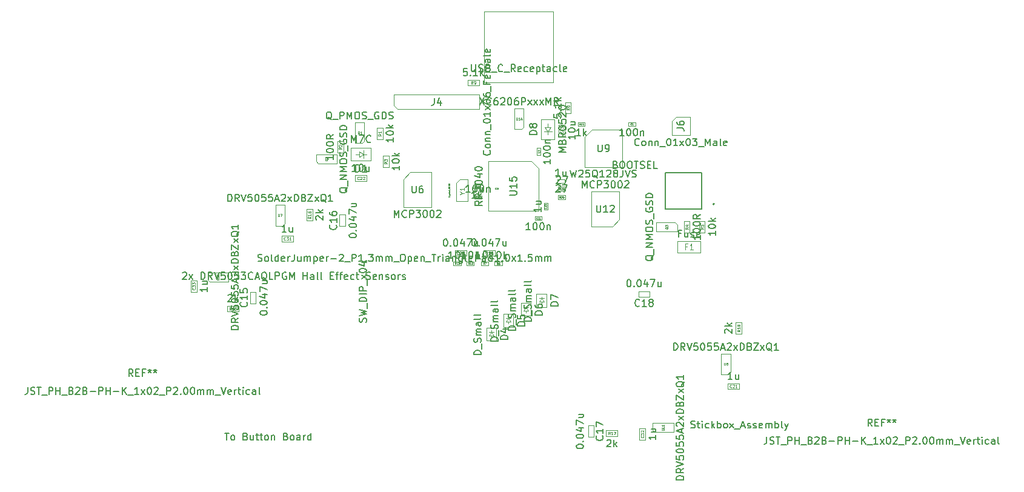
<source format=gbr>
G04 #@! TF.GenerationSoftware,KiCad,Pcbnew,(6.0.7)*
G04 #@! TF.CreationDate,2023-01-30T00:11:12-08:00*
G04 #@! TF.ProjectId,procon_gcc_main_pcb,70726f63-6f6e-45f6-9763-635f6d61696e,rev?*
G04 #@! TF.SameCoordinates,Original*
G04 #@! TF.FileFunction,AssemblyDrawing,Top*
%FSLAX46Y46*%
G04 Gerber Fmt 4.6, Leading zero omitted, Abs format (unit mm)*
G04 Created by KiCad (PCBNEW (6.0.7)) date 2023-01-30 00:11:12*
%MOMM*%
%LPD*%
G01*
G04 APERTURE LIST*
%ADD10C,0.150000*%
%ADD11C,0.060000*%
%ADD12C,0.040000*%
%ADD13C,0.050000*%
%ADD14C,0.120000*%
%ADD15C,0.030000*%
%ADD16C,0.080000*%
%ADD17C,0.100000*%
%ADD18C,0.127000*%
%ADD19C,0.200000*%
G04 APERTURE END LIST*
D10*
X69822380Y-142782380D02*
X69822380Y-143496666D01*
X69774761Y-143639523D01*
X69679523Y-143734761D01*
X69536666Y-143782380D01*
X69441428Y-143782380D01*
X70250952Y-143734761D02*
X70393809Y-143782380D01*
X70631904Y-143782380D01*
X70727142Y-143734761D01*
X70774761Y-143687142D01*
X70822380Y-143591904D01*
X70822380Y-143496666D01*
X70774761Y-143401428D01*
X70727142Y-143353809D01*
X70631904Y-143306190D01*
X70441428Y-143258571D01*
X70346190Y-143210952D01*
X70298571Y-143163333D01*
X70250952Y-143068095D01*
X70250952Y-142972857D01*
X70298571Y-142877619D01*
X70346190Y-142830000D01*
X70441428Y-142782380D01*
X70679523Y-142782380D01*
X70822380Y-142830000D01*
X71108095Y-142782380D02*
X71679523Y-142782380D01*
X71393809Y-143782380D02*
X71393809Y-142782380D01*
X71774761Y-143877619D02*
X72536666Y-143877619D01*
X72774761Y-143782380D02*
X72774761Y-142782380D01*
X73155714Y-142782380D01*
X73250952Y-142830000D01*
X73298571Y-142877619D01*
X73346190Y-142972857D01*
X73346190Y-143115714D01*
X73298571Y-143210952D01*
X73250952Y-143258571D01*
X73155714Y-143306190D01*
X72774761Y-143306190D01*
X73774761Y-143782380D02*
X73774761Y-142782380D01*
X73774761Y-143258571D02*
X74346190Y-143258571D01*
X74346190Y-143782380D02*
X74346190Y-142782380D01*
X74584285Y-143877619D02*
X75346190Y-143877619D01*
X75917619Y-143258571D02*
X76060476Y-143306190D01*
X76108095Y-143353809D01*
X76155714Y-143449047D01*
X76155714Y-143591904D01*
X76108095Y-143687142D01*
X76060476Y-143734761D01*
X75965238Y-143782380D01*
X75584285Y-143782380D01*
X75584285Y-142782380D01*
X75917619Y-142782380D01*
X76012857Y-142830000D01*
X76060476Y-142877619D01*
X76108095Y-142972857D01*
X76108095Y-143068095D01*
X76060476Y-143163333D01*
X76012857Y-143210952D01*
X75917619Y-143258571D01*
X75584285Y-143258571D01*
X76536666Y-142877619D02*
X76584285Y-142830000D01*
X76679523Y-142782380D01*
X76917619Y-142782380D01*
X77012857Y-142830000D01*
X77060476Y-142877619D01*
X77108095Y-142972857D01*
X77108095Y-143068095D01*
X77060476Y-143210952D01*
X76489047Y-143782380D01*
X77108095Y-143782380D01*
X77870000Y-143258571D02*
X78012857Y-143306190D01*
X78060476Y-143353809D01*
X78108095Y-143449047D01*
X78108095Y-143591904D01*
X78060476Y-143687142D01*
X78012857Y-143734761D01*
X77917619Y-143782380D01*
X77536666Y-143782380D01*
X77536666Y-142782380D01*
X77870000Y-142782380D01*
X77965238Y-142830000D01*
X78012857Y-142877619D01*
X78060476Y-142972857D01*
X78060476Y-143068095D01*
X78012857Y-143163333D01*
X77965238Y-143210952D01*
X77870000Y-143258571D01*
X77536666Y-143258571D01*
X78536666Y-143401428D02*
X79298571Y-143401428D01*
X79774761Y-143782380D02*
X79774761Y-142782380D01*
X80155714Y-142782380D01*
X80250952Y-142830000D01*
X80298571Y-142877619D01*
X80346190Y-142972857D01*
X80346190Y-143115714D01*
X80298571Y-143210952D01*
X80250952Y-143258571D01*
X80155714Y-143306190D01*
X79774761Y-143306190D01*
X80774761Y-143782380D02*
X80774761Y-142782380D01*
X80774761Y-143258571D02*
X81346190Y-143258571D01*
X81346190Y-143782380D02*
X81346190Y-142782380D01*
X81822380Y-143401428D02*
X82584285Y-143401428D01*
X83060476Y-143782380D02*
X83060476Y-142782380D01*
X83631904Y-143782380D02*
X83203333Y-143210952D01*
X83631904Y-142782380D02*
X83060476Y-143353809D01*
X83822380Y-143877619D02*
X84584285Y-143877619D01*
X85346190Y-143782380D02*
X84774761Y-143782380D01*
X85060476Y-143782380D02*
X85060476Y-142782380D01*
X84965238Y-142925238D01*
X84870000Y-143020476D01*
X84774761Y-143068095D01*
X85679523Y-143782380D02*
X86203333Y-143115714D01*
X85679523Y-143115714D02*
X86203333Y-143782380D01*
X86774761Y-142782380D02*
X86870000Y-142782380D01*
X86965238Y-142830000D01*
X87012857Y-142877619D01*
X87060476Y-142972857D01*
X87108095Y-143163333D01*
X87108095Y-143401428D01*
X87060476Y-143591904D01*
X87012857Y-143687142D01*
X86965238Y-143734761D01*
X86870000Y-143782380D01*
X86774761Y-143782380D01*
X86679523Y-143734761D01*
X86631904Y-143687142D01*
X86584285Y-143591904D01*
X86536666Y-143401428D01*
X86536666Y-143163333D01*
X86584285Y-142972857D01*
X86631904Y-142877619D01*
X86679523Y-142830000D01*
X86774761Y-142782380D01*
X87489047Y-142877619D02*
X87536666Y-142830000D01*
X87631904Y-142782380D01*
X87870000Y-142782380D01*
X87965238Y-142830000D01*
X88012857Y-142877619D01*
X88060476Y-142972857D01*
X88060476Y-143068095D01*
X88012857Y-143210952D01*
X87441428Y-143782380D01*
X88060476Y-143782380D01*
X88250952Y-143877619D02*
X89012857Y-143877619D01*
X89250952Y-143782380D02*
X89250952Y-142782380D01*
X89631904Y-142782380D01*
X89727142Y-142830000D01*
X89774761Y-142877619D01*
X89822380Y-142972857D01*
X89822380Y-143115714D01*
X89774761Y-143210952D01*
X89727142Y-143258571D01*
X89631904Y-143306190D01*
X89250952Y-143306190D01*
X90203333Y-142877619D02*
X90250952Y-142830000D01*
X90346190Y-142782380D01*
X90584285Y-142782380D01*
X90679523Y-142830000D01*
X90727142Y-142877619D01*
X90774761Y-142972857D01*
X90774761Y-143068095D01*
X90727142Y-143210952D01*
X90155714Y-143782380D01*
X90774761Y-143782380D01*
X91203333Y-143687142D02*
X91250952Y-143734761D01*
X91203333Y-143782380D01*
X91155714Y-143734761D01*
X91203333Y-143687142D01*
X91203333Y-143782380D01*
X91870000Y-142782380D02*
X91965238Y-142782380D01*
X92060476Y-142830000D01*
X92108095Y-142877619D01*
X92155714Y-142972857D01*
X92203333Y-143163333D01*
X92203333Y-143401428D01*
X92155714Y-143591904D01*
X92108095Y-143687142D01*
X92060476Y-143734761D01*
X91965238Y-143782380D01*
X91870000Y-143782380D01*
X91774761Y-143734761D01*
X91727142Y-143687142D01*
X91679523Y-143591904D01*
X91631904Y-143401428D01*
X91631904Y-143163333D01*
X91679523Y-142972857D01*
X91727142Y-142877619D01*
X91774761Y-142830000D01*
X91870000Y-142782380D01*
X92822380Y-142782380D02*
X92917619Y-142782380D01*
X93012857Y-142830000D01*
X93060476Y-142877619D01*
X93108095Y-142972857D01*
X93155714Y-143163333D01*
X93155714Y-143401428D01*
X93108095Y-143591904D01*
X93060476Y-143687142D01*
X93012857Y-143734761D01*
X92917619Y-143782380D01*
X92822380Y-143782380D01*
X92727142Y-143734761D01*
X92679523Y-143687142D01*
X92631904Y-143591904D01*
X92584285Y-143401428D01*
X92584285Y-143163333D01*
X92631904Y-142972857D01*
X92679523Y-142877619D01*
X92727142Y-142830000D01*
X92822380Y-142782380D01*
X93584285Y-143782380D02*
X93584285Y-143115714D01*
X93584285Y-143210952D02*
X93631904Y-143163333D01*
X93727142Y-143115714D01*
X93870000Y-143115714D01*
X93965238Y-143163333D01*
X94012857Y-143258571D01*
X94012857Y-143782380D01*
X94012857Y-143258571D02*
X94060476Y-143163333D01*
X94155714Y-143115714D01*
X94298571Y-143115714D01*
X94393809Y-143163333D01*
X94441428Y-143258571D01*
X94441428Y-143782380D01*
X94917619Y-143782380D02*
X94917619Y-143115714D01*
X94917619Y-143210952D02*
X94965238Y-143163333D01*
X95060476Y-143115714D01*
X95203333Y-143115714D01*
X95298571Y-143163333D01*
X95346190Y-143258571D01*
X95346190Y-143782380D01*
X95346190Y-143258571D02*
X95393809Y-143163333D01*
X95489047Y-143115714D01*
X95631904Y-143115714D01*
X95727142Y-143163333D01*
X95774761Y-143258571D01*
X95774761Y-143782380D01*
X96012857Y-143877619D02*
X96774761Y-143877619D01*
X96870000Y-142782380D02*
X97203333Y-143782380D01*
X97536666Y-142782380D01*
X98250952Y-143734761D02*
X98155714Y-143782380D01*
X97965238Y-143782380D01*
X97870000Y-143734761D01*
X97822380Y-143639523D01*
X97822380Y-143258571D01*
X97870000Y-143163333D01*
X97965238Y-143115714D01*
X98155714Y-143115714D01*
X98250952Y-143163333D01*
X98298571Y-143258571D01*
X98298571Y-143353809D01*
X97822380Y-143449047D01*
X98727142Y-143782380D02*
X98727142Y-143115714D01*
X98727142Y-143306190D02*
X98774761Y-143210952D01*
X98822380Y-143163333D01*
X98917619Y-143115714D01*
X99012857Y-143115714D01*
X99203333Y-143115714D02*
X99584285Y-143115714D01*
X99346190Y-142782380D02*
X99346190Y-143639523D01*
X99393809Y-143734761D01*
X99489047Y-143782380D01*
X99584285Y-143782380D01*
X99917619Y-143782380D02*
X99917619Y-143115714D01*
X99917619Y-142782380D02*
X99870000Y-142830000D01*
X99917619Y-142877619D01*
X99965238Y-142830000D01*
X99917619Y-142782380D01*
X99917619Y-142877619D01*
X100822380Y-143734761D02*
X100727142Y-143782380D01*
X100536666Y-143782380D01*
X100441428Y-143734761D01*
X100393809Y-143687142D01*
X100346190Y-143591904D01*
X100346190Y-143306190D01*
X100393809Y-143210952D01*
X100441428Y-143163333D01*
X100536666Y-143115714D01*
X100727142Y-143115714D01*
X100822380Y-143163333D01*
X101679523Y-143782380D02*
X101679523Y-143258571D01*
X101631904Y-143163333D01*
X101536666Y-143115714D01*
X101346190Y-143115714D01*
X101250952Y-143163333D01*
X101679523Y-143734761D02*
X101584285Y-143782380D01*
X101346190Y-143782380D01*
X101250952Y-143734761D01*
X101203333Y-143639523D01*
X101203333Y-143544285D01*
X101250952Y-143449047D01*
X101346190Y-143401428D01*
X101584285Y-143401428D01*
X101679523Y-143353809D01*
X102298571Y-143782380D02*
X102203333Y-143734761D01*
X102155714Y-143639523D01*
X102155714Y-142782380D01*
X84536666Y-141282380D02*
X84203333Y-140806190D01*
X83965238Y-141282380D02*
X83965238Y-140282380D01*
X84346190Y-140282380D01*
X84441428Y-140330000D01*
X84489047Y-140377619D01*
X84536666Y-140472857D01*
X84536666Y-140615714D01*
X84489047Y-140710952D01*
X84441428Y-140758571D01*
X84346190Y-140806190D01*
X83965238Y-140806190D01*
X84965238Y-140758571D02*
X85298571Y-140758571D01*
X85441428Y-141282380D02*
X84965238Y-141282380D01*
X84965238Y-140282380D01*
X85441428Y-140282380D01*
X86203333Y-140758571D02*
X85870000Y-140758571D01*
X85870000Y-141282380D02*
X85870000Y-140282380D01*
X86346190Y-140282380D01*
X86870000Y-140282380D02*
X86870000Y-140520476D01*
X86631904Y-140425238D02*
X86870000Y-140520476D01*
X87108095Y-140425238D01*
X86727142Y-140710952D02*
X86870000Y-140520476D01*
X87012857Y-140710952D01*
X87631904Y-140282380D02*
X87631904Y-140520476D01*
X87393809Y-140425238D02*
X87631904Y-140520476D01*
X87870000Y-140425238D01*
X87489047Y-140710952D02*
X87631904Y-140520476D01*
X87774761Y-140710952D01*
X173102380Y-149732380D02*
X173102380Y-150446666D01*
X173054761Y-150589523D01*
X172959523Y-150684761D01*
X172816666Y-150732380D01*
X172721428Y-150732380D01*
X173530952Y-150684761D02*
X173673809Y-150732380D01*
X173911904Y-150732380D01*
X174007142Y-150684761D01*
X174054761Y-150637142D01*
X174102380Y-150541904D01*
X174102380Y-150446666D01*
X174054761Y-150351428D01*
X174007142Y-150303809D01*
X173911904Y-150256190D01*
X173721428Y-150208571D01*
X173626190Y-150160952D01*
X173578571Y-150113333D01*
X173530952Y-150018095D01*
X173530952Y-149922857D01*
X173578571Y-149827619D01*
X173626190Y-149780000D01*
X173721428Y-149732380D01*
X173959523Y-149732380D01*
X174102380Y-149780000D01*
X174388095Y-149732380D02*
X174959523Y-149732380D01*
X174673809Y-150732380D02*
X174673809Y-149732380D01*
X175054761Y-150827619D02*
X175816666Y-150827619D01*
X176054761Y-150732380D02*
X176054761Y-149732380D01*
X176435714Y-149732380D01*
X176530952Y-149780000D01*
X176578571Y-149827619D01*
X176626190Y-149922857D01*
X176626190Y-150065714D01*
X176578571Y-150160952D01*
X176530952Y-150208571D01*
X176435714Y-150256190D01*
X176054761Y-150256190D01*
X177054761Y-150732380D02*
X177054761Y-149732380D01*
X177054761Y-150208571D02*
X177626190Y-150208571D01*
X177626190Y-150732380D02*
X177626190Y-149732380D01*
X177864285Y-150827619D02*
X178626190Y-150827619D01*
X179197619Y-150208571D02*
X179340476Y-150256190D01*
X179388095Y-150303809D01*
X179435714Y-150399047D01*
X179435714Y-150541904D01*
X179388095Y-150637142D01*
X179340476Y-150684761D01*
X179245238Y-150732380D01*
X178864285Y-150732380D01*
X178864285Y-149732380D01*
X179197619Y-149732380D01*
X179292857Y-149780000D01*
X179340476Y-149827619D01*
X179388095Y-149922857D01*
X179388095Y-150018095D01*
X179340476Y-150113333D01*
X179292857Y-150160952D01*
X179197619Y-150208571D01*
X178864285Y-150208571D01*
X179816666Y-149827619D02*
X179864285Y-149780000D01*
X179959523Y-149732380D01*
X180197619Y-149732380D01*
X180292857Y-149780000D01*
X180340476Y-149827619D01*
X180388095Y-149922857D01*
X180388095Y-150018095D01*
X180340476Y-150160952D01*
X179769047Y-150732380D01*
X180388095Y-150732380D01*
X181150000Y-150208571D02*
X181292857Y-150256190D01*
X181340476Y-150303809D01*
X181388095Y-150399047D01*
X181388095Y-150541904D01*
X181340476Y-150637142D01*
X181292857Y-150684761D01*
X181197619Y-150732380D01*
X180816666Y-150732380D01*
X180816666Y-149732380D01*
X181150000Y-149732380D01*
X181245238Y-149780000D01*
X181292857Y-149827619D01*
X181340476Y-149922857D01*
X181340476Y-150018095D01*
X181292857Y-150113333D01*
X181245238Y-150160952D01*
X181150000Y-150208571D01*
X180816666Y-150208571D01*
X181816666Y-150351428D02*
X182578571Y-150351428D01*
X183054761Y-150732380D02*
X183054761Y-149732380D01*
X183435714Y-149732380D01*
X183530952Y-149780000D01*
X183578571Y-149827619D01*
X183626190Y-149922857D01*
X183626190Y-150065714D01*
X183578571Y-150160952D01*
X183530952Y-150208571D01*
X183435714Y-150256190D01*
X183054761Y-150256190D01*
X184054761Y-150732380D02*
X184054761Y-149732380D01*
X184054761Y-150208571D02*
X184626190Y-150208571D01*
X184626190Y-150732380D02*
X184626190Y-149732380D01*
X185102380Y-150351428D02*
X185864285Y-150351428D01*
X186340476Y-150732380D02*
X186340476Y-149732380D01*
X186911904Y-150732380D02*
X186483333Y-150160952D01*
X186911904Y-149732380D02*
X186340476Y-150303809D01*
X187102380Y-150827619D02*
X187864285Y-150827619D01*
X188626190Y-150732380D02*
X188054761Y-150732380D01*
X188340476Y-150732380D02*
X188340476Y-149732380D01*
X188245238Y-149875238D01*
X188150000Y-149970476D01*
X188054761Y-150018095D01*
X188959523Y-150732380D02*
X189483333Y-150065714D01*
X188959523Y-150065714D02*
X189483333Y-150732380D01*
X190054761Y-149732380D02*
X190150000Y-149732380D01*
X190245238Y-149780000D01*
X190292857Y-149827619D01*
X190340476Y-149922857D01*
X190388095Y-150113333D01*
X190388095Y-150351428D01*
X190340476Y-150541904D01*
X190292857Y-150637142D01*
X190245238Y-150684761D01*
X190150000Y-150732380D01*
X190054761Y-150732380D01*
X189959523Y-150684761D01*
X189911904Y-150637142D01*
X189864285Y-150541904D01*
X189816666Y-150351428D01*
X189816666Y-150113333D01*
X189864285Y-149922857D01*
X189911904Y-149827619D01*
X189959523Y-149780000D01*
X190054761Y-149732380D01*
X190769047Y-149827619D02*
X190816666Y-149780000D01*
X190911904Y-149732380D01*
X191150000Y-149732380D01*
X191245238Y-149780000D01*
X191292857Y-149827619D01*
X191340476Y-149922857D01*
X191340476Y-150018095D01*
X191292857Y-150160952D01*
X190721428Y-150732380D01*
X191340476Y-150732380D01*
X191530952Y-150827619D02*
X192292857Y-150827619D01*
X192530952Y-150732380D02*
X192530952Y-149732380D01*
X192911904Y-149732380D01*
X193007142Y-149780000D01*
X193054761Y-149827619D01*
X193102380Y-149922857D01*
X193102380Y-150065714D01*
X193054761Y-150160952D01*
X193007142Y-150208571D01*
X192911904Y-150256190D01*
X192530952Y-150256190D01*
X193483333Y-149827619D02*
X193530952Y-149780000D01*
X193626190Y-149732380D01*
X193864285Y-149732380D01*
X193959523Y-149780000D01*
X194007142Y-149827619D01*
X194054761Y-149922857D01*
X194054761Y-150018095D01*
X194007142Y-150160952D01*
X193435714Y-150732380D01*
X194054761Y-150732380D01*
X194483333Y-150637142D02*
X194530952Y-150684761D01*
X194483333Y-150732380D01*
X194435714Y-150684761D01*
X194483333Y-150637142D01*
X194483333Y-150732380D01*
X195150000Y-149732380D02*
X195245238Y-149732380D01*
X195340476Y-149780000D01*
X195388095Y-149827619D01*
X195435714Y-149922857D01*
X195483333Y-150113333D01*
X195483333Y-150351428D01*
X195435714Y-150541904D01*
X195388095Y-150637142D01*
X195340476Y-150684761D01*
X195245238Y-150732380D01*
X195150000Y-150732380D01*
X195054761Y-150684761D01*
X195007142Y-150637142D01*
X194959523Y-150541904D01*
X194911904Y-150351428D01*
X194911904Y-150113333D01*
X194959523Y-149922857D01*
X195007142Y-149827619D01*
X195054761Y-149780000D01*
X195150000Y-149732380D01*
X196102380Y-149732380D02*
X196197619Y-149732380D01*
X196292857Y-149780000D01*
X196340476Y-149827619D01*
X196388095Y-149922857D01*
X196435714Y-150113333D01*
X196435714Y-150351428D01*
X196388095Y-150541904D01*
X196340476Y-150637142D01*
X196292857Y-150684761D01*
X196197619Y-150732380D01*
X196102380Y-150732380D01*
X196007142Y-150684761D01*
X195959523Y-150637142D01*
X195911904Y-150541904D01*
X195864285Y-150351428D01*
X195864285Y-150113333D01*
X195911904Y-149922857D01*
X195959523Y-149827619D01*
X196007142Y-149780000D01*
X196102380Y-149732380D01*
X196864285Y-150732380D02*
X196864285Y-150065714D01*
X196864285Y-150160952D02*
X196911904Y-150113333D01*
X197007142Y-150065714D01*
X197150000Y-150065714D01*
X197245238Y-150113333D01*
X197292857Y-150208571D01*
X197292857Y-150732380D01*
X197292857Y-150208571D02*
X197340476Y-150113333D01*
X197435714Y-150065714D01*
X197578571Y-150065714D01*
X197673809Y-150113333D01*
X197721428Y-150208571D01*
X197721428Y-150732380D01*
X198197619Y-150732380D02*
X198197619Y-150065714D01*
X198197619Y-150160952D02*
X198245238Y-150113333D01*
X198340476Y-150065714D01*
X198483333Y-150065714D01*
X198578571Y-150113333D01*
X198626190Y-150208571D01*
X198626190Y-150732380D01*
X198626190Y-150208571D02*
X198673809Y-150113333D01*
X198769047Y-150065714D01*
X198911904Y-150065714D01*
X199007142Y-150113333D01*
X199054761Y-150208571D01*
X199054761Y-150732380D01*
X199292857Y-150827619D02*
X200054761Y-150827619D01*
X200150000Y-149732380D02*
X200483333Y-150732380D01*
X200816666Y-149732380D01*
X201530952Y-150684761D02*
X201435714Y-150732380D01*
X201245238Y-150732380D01*
X201150000Y-150684761D01*
X201102380Y-150589523D01*
X201102380Y-150208571D01*
X201150000Y-150113333D01*
X201245238Y-150065714D01*
X201435714Y-150065714D01*
X201530952Y-150113333D01*
X201578571Y-150208571D01*
X201578571Y-150303809D01*
X201102380Y-150399047D01*
X202007142Y-150732380D02*
X202007142Y-150065714D01*
X202007142Y-150256190D02*
X202054761Y-150160952D01*
X202102380Y-150113333D01*
X202197619Y-150065714D01*
X202292857Y-150065714D01*
X202483333Y-150065714D02*
X202864285Y-150065714D01*
X202626190Y-149732380D02*
X202626190Y-150589523D01*
X202673809Y-150684761D01*
X202769047Y-150732380D01*
X202864285Y-150732380D01*
X203197619Y-150732380D02*
X203197619Y-150065714D01*
X203197619Y-149732380D02*
X203150000Y-149780000D01*
X203197619Y-149827619D01*
X203245238Y-149780000D01*
X203197619Y-149732380D01*
X203197619Y-149827619D01*
X204102380Y-150684761D02*
X204007142Y-150732380D01*
X203816666Y-150732380D01*
X203721428Y-150684761D01*
X203673809Y-150637142D01*
X203626190Y-150541904D01*
X203626190Y-150256190D01*
X203673809Y-150160952D01*
X203721428Y-150113333D01*
X203816666Y-150065714D01*
X204007142Y-150065714D01*
X204102380Y-150113333D01*
X204959523Y-150732380D02*
X204959523Y-150208571D01*
X204911904Y-150113333D01*
X204816666Y-150065714D01*
X204626190Y-150065714D01*
X204530952Y-150113333D01*
X204959523Y-150684761D02*
X204864285Y-150732380D01*
X204626190Y-150732380D01*
X204530952Y-150684761D01*
X204483333Y-150589523D01*
X204483333Y-150494285D01*
X204530952Y-150399047D01*
X204626190Y-150351428D01*
X204864285Y-150351428D01*
X204959523Y-150303809D01*
X205578571Y-150732380D02*
X205483333Y-150684761D01*
X205435714Y-150589523D01*
X205435714Y-149732380D01*
X187816666Y-148232380D02*
X187483333Y-147756190D01*
X187245238Y-148232380D02*
X187245238Y-147232380D01*
X187626190Y-147232380D01*
X187721428Y-147280000D01*
X187769047Y-147327619D01*
X187816666Y-147422857D01*
X187816666Y-147565714D01*
X187769047Y-147660952D01*
X187721428Y-147708571D01*
X187626190Y-147756190D01*
X187245238Y-147756190D01*
X188245238Y-147708571D02*
X188578571Y-147708571D01*
X188721428Y-148232380D02*
X188245238Y-148232380D01*
X188245238Y-147232380D01*
X188721428Y-147232380D01*
X189483333Y-147708571D02*
X189150000Y-147708571D01*
X189150000Y-148232380D02*
X189150000Y-147232380D01*
X189626190Y-147232380D01*
X190150000Y-147232380D02*
X190150000Y-147470476D01*
X189911904Y-147375238D02*
X190150000Y-147470476D01*
X190388095Y-147375238D01*
X190007142Y-147660952D02*
X190150000Y-147470476D01*
X190292857Y-147660952D01*
X190911904Y-147232380D02*
X190911904Y-147470476D01*
X190673809Y-147375238D02*
X190911904Y-147470476D01*
X191150000Y-147375238D01*
X190769047Y-147660952D02*
X190911904Y-147470476D01*
X191054761Y-147660952D01*
X91472571Y-126816619D02*
X91520190Y-126769000D01*
X91615428Y-126721380D01*
X91853523Y-126721380D01*
X91948761Y-126769000D01*
X91996380Y-126816619D01*
X92043999Y-126911857D01*
X92043999Y-127007095D01*
X91996380Y-127149952D01*
X91424952Y-127721380D01*
X92043999Y-127721380D01*
X92377333Y-127721380D02*
X92901142Y-127054714D01*
X92377333Y-127054714D02*
X92901142Y-127721380D01*
X94043999Y-127721380D02*
X94043999Y-126721380D01*
X94282095Y-126721380D01*
X94424952Y-126769000D01*
X94520190Y-126864238D01*
X94567809Y-126959476D01*
X94615428Y-127149952D01*
X94615428Y-127292809D01*
X94567809Y-127483285D01*
X94520190Y-127578523D01*
X94424952Y-127673761D01*
X94282095Y-127721380D01*
X94043999Y-127721380D01*
X95615428Y-127721380D02*
X95282095Y-127245190D01*
X95043999Y-127721380D02*
X95043999Y-126721380D01*
X95424952Y-126721380D01*
X95520190Y-126769000D01*
X95567809Y-126816619D01*
X95615428Y-126911857D01*
X95615428Y-127054714D01*
X95567809Y-127149952D01*
X95520190Y-127197571D01*
X95424952Y-127245190D01*
X95043999Y-127245190D01*
X95901142Y-126721380D02*
X96234476Y-127721380D01*
X96567809Y-126721380D01*
X97377333Y-126721380D02*
X96901142Y-126721380D01*
X96853523Y-127197571D01*
X96901142Y-127149952D01*
X96996380Y-127102333D01*
X97234476Y-127102333D01*
X97329714Y-127149952D01*
X97377333Y-127197571D01*
X97424952Y-127292809D01*
X97424952Y-127530904D01*
X97377333Y-127626142D01*
X97329714Y-127673761D01*
X97234476Y-127721380D01*
X96996380Y-127721380D01*
X96901142Y-127673761D01*
X96853523Y-127626142D01*
X98043999Y-126721380D02*
X98139238Y-126721380D01*
X98234476Y-126769000D01*
X98282095Y-126816619D01*
X98329714Y-126911857D01*
X98377333Y-127102333D01*
X98377333Y-127340428D01*
X98329714Y-127530904D01*
X98282095Y-127626142D01*
X98234476Y-127673761D01*
X98139238Y-127721380D01*
X98043999Y-127721380D01*
X97948761Y-127673761D01*
X97901142Y-127626142D01*
X97853523Y-127530904D01*
X97805904Y-127340428D01*
X97805904Y-127102333D01*
X97853523Y-126911857D01*
X97901142Y-126816619D01*
X97948761Y-126769000D01*
X98043999Y-126721380D01*
X99282095Y-126721380D02*
X98805904Y-126721380D01*
X98758285Y-127197571D01*
X98805904Y-127149952D01*
X98901142Y-127102333D01*
X99139238Y-127102333D01*
X99234476Y-127149952D01*
X99282095Y-127197571D01*
X99329714Y-127292809D01*
X99329714Y-127530904D01*
X99282095Y-127626142D01*
X99234476Y-127673761D01*
X99139238Y-127721380D01*
X98901142Y-127721380D01*
X98805904Y-127673761D01*
X98758285Y-127626142D01*
X99663047Y-126721380D02*
X100282095Y-126721380D01*
X99948761Y-127102333D01*
X100091619Y-127102333D01*
X100186857Y-127149952D01*
X100234476Y-127197571D01*
X100282095Y-127292809D01*
X100282095Y-127530904D01*
X100234476Y-127626142D01*
X100186857Y-127673761D01*
X100091619Y-127721380D01*
X99805904Y-127721380D01*
X99710666Y-127673761D01*
X99663047Y-127626142D01*
X101282095Y-127626142D02*
X101234476Y-127673761D01*
X101091619Y-127721380D01*
X100996380Y-127721380D01*
X100853523Y-127673761D01*
X100758285Y-127578523D01*
X100710666Y-127483285D01*
X100663047Y-127292809D01*
X100663047Y-127149952D01*
X100710666Y-126959476D01*
X100758285Y-126864238D01*
X100853523Y-126769000D01*
X100996380Y-126721380D01*
X101091619Y-126721380D01*
X101234476Y-126769000D01*
X101282095Y-126816619D01*
X101663047Y-127435666D02*
X102139238Y-127435666D01*
X101567809Y-127721380D02*
X101901142Y-126721380D01*
X102234476Y-127721380D01*
X103234476Y-127816619D02*
X103139238Y-127769000D01*
X103043999Y-127673761D01*
X102901142Y-127530904D01*
X102805904Y-127483285D01*
X102710666Y-127483285D01*
X102758285Y-127721380D02*
X102663047Y-127673761D01*
X102567809Y-127578523D01*
X102520190Y-127388047D01*
X102520190Y-127054714D01*
X102567809Y-126864238D01*
X102663047Y-126769000D01*
X102758285Y-126721380D01*
X102948761Y-126721380D01*
X103043999Y-126769000D01*
X103139238Y-126864238D01*
X103186857Y-127054714D01*
X103186857Y-127388047D01*
X103139238Y-127578523D01*
X103043999Y-127673761D01*
X102948761Y-127721380D01*
X102758285Y-127721380D01*
X104091619Y-127721380D02*
X103615428Y-127721380D01*
X103615428Y-126721380D01*
X104424952Y-127721380D02*
X104424952Y-126721380D01*
X104805904Y-126721380D01*
X104901142Y-126769000D01*
X104948761Y-126816619D01*
X104996380Y-126911857D01*
X104996380Y-127054714D01*
X104948761Y-127149952D01*
X104901142Y-127197571D01*
X104805904Y-127245190D01*
X104424952Y-127245190D01*
X105948761Y-126769000D02*
X105853523Y-126721380D01*
X105710666Y-126721380D01*
X105567809Y-126769000D01*
X105472571Y-126864238D01*
X105424952Y-126959476D01*
X105377333Y-127149952D01*
X105377333Y-127292809D01*
X105424952Y-127483285D01*
X105472571Y-127578523D01*
X105567809Y-127673761D01*
X105710666Y-127721380D01*
X105805904Y-127721380D01*
X105948761Y-127673761D01*
X105996380Y-127626142D01*
X105996380Y-127292809D01*
X105805904Y-127292809D01*
X106424952Y-127721380D02*
X106424952Y-126721380D01*
X106758285Y-127435666D01*
X107091619Y-126721380D01*
X107091619Y-127721380D01*
X108329714Y-127721380D02*
X108329714Y-126721380D01*
X108329714Y-127197571D02*
X108901142Y-127197571D01*
X108901142Y-127721380D02*
X108901142Y-126721380D01*
X109805904Y-127721380D02*
X109805904Y-127197571D01*
X109758285Y-127102333D01*
X109663047Y-127054714D01*
X109472571Y-127054714D01*
X109377333Y-127102333D01*
X109805904Y-127673761D02*
X109710666Y-127721380D01*
X109472571Y-127721380D01*
X109377333Y-127673761D01*
X109329714Y-127578523D01*
X109329714Y-127483285D01*
X109377333Y-127388047D01*
X109472571Y-127340428D01*
X109710666Y-127340428D01*
X109805904Y-127292809D01*
X110424952Y-127721380D02*
X110329714Y-127673761D01*
X110282095Y-127578523D01*
X110282095Y-126721380D01*
X110948761Y-127721380D02*
X110853523Y-127673761D01*
X110805904Y-127578523D01*
X110805904Y-126721380D01*
X112091619Y-127197571D02*
X112424952Y-127197571D01*
X112567809Y-127721380D02*
X112091619Y-127721380D01*
X112091619Y-126721380D01*
X112567809Y-126721380D01*
X112853523Y-127054714D02*
X113234476Y-127054714D01*
X112996380Y-127721380D02*
X112996380Y-126864238D01*
X113043999Y-126769000D01*
X113139238Y-126721380D01*
X113234476Y-126721380D01*
X113424952Y-127054714D02*
X113805904Y-127054714D01*
X113567809Y-127721380D02*
X113567809Y-126864238D01*
X113615428Y-126769000D01*
X113710666Y-126721380D01*
X113805904Y-126721380D01*
X114520190Y-127673761D02*
X114424952Y-127721380D01*
X114234476Y-127721380D01*
X114139238Y-127673761D01*
X114091619Y-127578523D01*
X114091619Y-127197571D01*
X114139238Y-127102333D01*
X114234476Y-127054714D01*
X114424952Y-127054714D01*
X114520190Y-127102333D01*
X114567809Y-127197571D01*
X114567809Y-127292809D01*
X114091619Y-127388047D01*
X115424952Y-127673761D02*
X115329714Y-127721380D01*
X115139238Y-127721380D01*
X115043999Y-127673761D01*
X114996380Y-127626142D01*
X114948761Y-127530904D01*
X114948761Y-127245190D01*
X114996380Y-127149952D01*
X115043999Y-127102333D01*
X115139238Y-127054714D01*
X115329714Y-127054714D01*
X115424952Y-127102333D01*
X115710666Y-127054714D02*
X116091619Y-127054714D01*
X115853523Y-126721380D02*
X115853523Y-127578523D01*
X115901142Y-127673761D01*
X115996380Y-127721380D01*
X116091619Y-127721380D01*
X117139238Y-127673761D02*
X117282095Y-127721380D01*
X117520190Y-127721380D01*
X117615428Y-127673761D01*
X117663047Y-127626142D01*
X117710666Y-127530904D01*
X117710666Y-127435666D01*
X117663047Y-127340428D01*
X117615428Y-127292809D01*
X117520190Y-127245190D01*
X117329714Y-127197571D01*
X117234476Y-127149952D01*
X117186857Y-127102333D01*
X117139238Y-127007095D01*
X117139238Y-126911857D01*
X117186857Y-126816619D01*
X117234476Y-126769000D01*
X117329714Y-126721380D01*
X117567809Y-126721380D01*
X117710666Y-126769000D01*
X118520190Y-127673761D02*
X118424952Y-127721380D01*
X118234476Y-127721380D01*
X118139238Y-127673761D01*
X118091619Y-127578523D01*
X118091619Y-127197571D01*
X118139238Y-127102333D01*
X118234476Y-127054714D01*
X118424952Y-127054714D01*
X118520190Y-127102333D01*
X118567809Y-127197571D01*
X118567809Y-127292809D01*
X118091619Y-127388047D01*
X118996380Y-127054714D02*
X118996380Y-127721380D01*
X118996380Y-127149952D02*
X119043999Y-127102333D01*
X119139238Y-127054714D01*
X119282095Y-127054714D01*
X119377333Y-127102333D01*
X119424952Y-127197571D01*
X119424952Y-127721380D01*
X119853523Y-127673761D02*
X119948761Y-127721380D01*
X120139238Y-127721380D01*
X120234476Y-127673761D01*
X120282095Y-127578523D01*
X120282095Y-127530904D01*
X120234476Y-127435666D01*
X120139238Y-127388047D01*
X119996380Y-127388047D01*
X119901142Y-127340428D01*
X119853523Y-127245190D01*
X119853523Y-127197571D01*
X119901142Y-127102333D01*
X119996380Y-127054714D01*
X120139238Y-127054714D01*
X120234476Y-127102333D01*
X120853523Y-127721380D02*
X120758285Y-127673761D01*
X120710666Y-127626142D01*
X120663047Y-127530904D01*
X120663047Y-127245190D01*
X120710666Y-127149952D01*
X120758285Y-127102333D01*
X120853523Y-127054714D01*
X120996380Y-127054714D01*
X121091619Y-127102333D01*
X121139238Y-127149952D01*
X121186857Y-127245190D01*
X121186857Y-127530904D01*
X121139238Y-127626142D01*
X121091619Y-127673761D01*
X120996380Y-127721380D01*
X120853523Y-127721380D01*
X121615428Y-127721380D02*
X121615428Y-127054714D01*
X121615428Y-127245190D02*
X121663047Y-127149952D01*
X121710666Y-127102333D01*
X121805904Y-127054714D01*
X121901142Y-127054714D01*
X122186857Y-127673761D02*
X122282095Y-127721380D01*
X122472571Y-127721380D01*
X122567809Y-127673761D01*
X122615428Y-127578523D01*
X122615428Y-127530904D01*
X122567809Y-127435666D01*
X122472571Y-127388047D01*
X122329714Y-127388047D01*
X122234476Y-127340428D01*
X122186857Y-127245190D01*
X122186857Y-127197571D01*
X122234476Y-127102333D01*
X122329714Y-127054714D01*
X122472571Y-127054714D01*
X122567809Y-127102333D01*
X112560380Y-110386666D02*
X112560380Y-110958095D01*
X112560380Y-110672380D02*
X111560380Y-110672380D01*
X111703238Y-110767619D01*
X111798476Y-110862857D01*
X111846095Y-110958095D01*
X111560380Y-109767619D02*
X111560380Y-109672380D01*
X111608000Y-109577142D01*
X111655619Y-109529523D01*
X111750857Y-109481904D01*
X111941333Y-109434285D01*
X112179428Y-109434285D01*
X112369904Y-109481904D01*
X112465142Y-109529523D01*
X112512761Y-109577142D01*
X112560380Y-109672380D01*
X112560380Y-109767619D01*
X112512761Y-109862857D01*
X112465142Y-109910476D01*
X112369904Y-109958095D01*
X112179428Y-110005714D01*
X111941333Y-110005714D01*
X111750857Y-109958095D01*
X111655619Y-109910476D01*
X111608000Y-109862857D01*
X111560380Y-109767619D01*
X111560380Y-108815238D02*
X111560380Y-108720000D01*
X111608000Y-108624761D01*
X111655619Y-108577142D01*
X111750857Y-108529523D01*
X111941333Y-108481904D01*
X112179428Y-108481904D01*
X112369904Y-108529523D01*
X112465142Y-108577142D01*
X112512761Y-108624761D01*
X112560380Y-108720000D01*
X112560380Y-108815238D01*
X112512761Y-108910476D01*
X112465142Y-108958095D01*
X112369904Y-109005714D01*
X112179428Y-109053333D01*
X111941333Y-109053333D01*
X111750857Y-109005714D01*
X111655619Y-108958095D01*
X111608000Y-108910476D01*
X111560380Y-108815238D01*
X112560380Y-107481904D02*
X112084190Y-107815238D01*
X112560380Y-108053333D02*
X111560380Y-108053333D01*
X111560380Y-107672380D01*
X111608000Y-107577142D01*
X111655619Y-107529523D01*
X111750857Y-107481904D01*
X111893714Y-107481904D01*
X111988952Y-107529523D01*
X112036571Y-107577142D01*
X112084190Y-107672380D01*
X112084190Y-108053333D01*
D11*
X113718952Y-109286666D02*
X113528476Y-109420000D01*
X113718952Y-109515238D02*
X113318952Y-109515238D01*
X113318952Y-109362857D01*
X113338000Y-109324761D01*
X113357047Y-109305714D01*
X113395142Y-109286666D01*
X113452285Y-109286666D01*
X113490380Y-109305714D01*
X113509428Y-109324761D01*
X113528476Y-109362857D01*
X113528476Y-109515238D01*
X113357047Y-109134285D02*
X113338000Y-109115238D01*
X113318952Y-109077142D01*
X113318952Y-108981904D01*
X113338000Y-108943809D01*
X113357047Y-108924761D01*
X113395142Y-108905714D01*
X113433238Y-108905714D01*
X113490380Y-108924761D01*
X113718952Y-109153333D01*
X113718952Y-108905714D01*
D10*
X143688095Y-113427619D02*
X143735714Y-113380000D01*
X143830952Y-113332380D01*
X144069047Y-113332380D01*
X144164285Y-113380000D01*
X144211904Y-113427619D01*
X144259523Y-113522857D01*
X144259523Y-113618095D01*
X144211904Y-113760952D01*
X143640476Y-114332380D01*
X144259523Y-114332380D01*
X144592857Y-113332380D02*
X145259523Y-113332380D01*
X144830952Y-114332380D01*
D12*
X144282857Y-115167619D02*
X144196190Y-115043809D01*
X144134285Y-115167619D02*
X144134285Y-114907619D01*
X144233333Y-114907619D01*
X144258095Y-114920000D01*
X144270476Y-114932380D01*
X144282857Y-114957142D01*
X144282857Y-114994285D01*
X144270476Y-115019047D01*
X144258095Y-115031428D01*
X144233333Y-115043809D01*
X144134285Y-115043809D01*
X144381904Y-114932380D02*
X144394285Y-114920000D01*
X144419047Y-114907619D01*
X144480952Y-114907619D01*
X144505714Y-114920000D01*
X144518095Y-114932380D01*
X144530476Y-114957142D01*
X144530476Y-114981904D01*
X144518095Y-115019047D01*
X144369523Y-115167619D01*
X144530476Y-115167619D01*
X144654285Y-115167619D02*
X144703809Y-115167619D01*
X144728571Y-115155238D01*
X144740952Y-115142857D01*
X144765714Y-115105714D01*
X144778095Y-115056190D01*
X144778095Y-114957142D01*
X144765714Y-114932380D01*
X144753333Y-114920000D01*
X144728571Y-114907619D01*
X144679047Y-114907619D01*
X144654285Y-114920000D01*
X144641904Y-114932380D01*
X144629523Y-114957142D01*
X144629523Y-115019047D01*
X144641904Y-115043809D01*
X144654285Y-115056190D01*
X144679047Y-115068571D01*
X144728571Y-115068571D01*
X144753333Y-115056190D01*
X144765714Y-115043809D01*
X144778095Y-115019047D01*
D10*
X115090476Y-108602380D02*
X115090476Y-107602380D01*
X115423809Y-108316666D01*
X115757142Y-107602380D01*
X115757142Y-108602380D01*
X116138095Y-107602380D02*
X116804761Y-107602380D01*
X116376190Y-108602380D01*
X117757142Y-108507142D02*
X117709523Y-108554761D01*
X117566666Y-108602380D01*
X117471428Y-108602380D01*
X117328571Y-108554761D01*
X117233333Y-108459523D01*
X117185714Y-108364285D01*
X117138095Y-108173809D01*
X117138095Y-108030952D01*
X117185714Y-107840476D01*
X117233333Y-107745238D01*
X117328571Y-107650000D01*
X117471428Y-107602380D01*
X117566666Y-107602380D01*
X117709523Y-107650000D01*
X117757142Y-107697619D01*
X115661904Y-112702380D02*
X115661904Y-111702380D01*
X115900000Y-111702380D01*
X116042857Y-111750000D01*
X116138095Y-111845238D01*
X116185714Y-111940476D01*
X116233333Y-112130952D01*
X116233333Y-112273809D01*
X116185714Y-112464285D01*
X116138095Y-112559523D01*
X116042857Y-112654761D01*
X115900000Y-112702380D01*
X115661904Y-112702380D01*
X117185714Y-112702380D02*
X116614285Y-112702380D01*
X116900000Y-112702380D02*
X116900000Y-111702380D01*
X116804761Y-111845238D01*
X116709523Y-111940476D01*
X116614285Y-111988095D01*
X163807380Y-121559166D02*
X163807380Y-122130595D01*
X163807380Y-121844880D02*
X162807380Y-121844880D01*
X162950238Y-121940119D01*
X163045476Y-122035357D01*
X163093095Y-122130595D01*
X162807380Y-120940119D02*
X162807380Y-120844880D01*
X162855000Y-120749642D01*
X162902619Y-120702023D01*
X162997857Y-120654404D01*
X163188333Y-120606785D01*
X163426428Y-120606785D01*
X163616904Y-120654404D01*
X163712142Y-120702023D01*
X163759761Y-120749642D01*
X163807380Y-120844880D01*
X163807380Y-120940119D01*
X163759761Y-121035357D01*
X163712142Y-121082976D01*
X163616904Y-121130595D01*
X163426428Y-121178214D01*
X163188333Y-121178214D01*
X162997857Y-121130595D01*
X162902619Y-121082976D01*
X162855000Y-121035357D01*
X162807380Y-120940119D01*
X162807380Y-119987738D02*
X162807380Y-119892500D01*
X162855000Y-119797261D01*
X162902619Y-119749642D01*
X162997857Y-119702023D01*
X163188333Y-119654404D01*
X163426428Y-119654404D01*
X163616904Y-119702023D01*
X163712142Y-119749642D01*
X163759761Y-119797261D01*
X163807380Y-119892500D01*
X163807380Y-119987738D01*
X163759761Y-120082976D01*
X163712142Y-120130595D01*
X163616904Y-120178214D01*
X163426428Y-120225833D01*
X163188333Y-120225833D01*
X162997857Y-120178214D01*
X162902619Y-120130595D01*
X162855000Y-120082976D01*
X162807380Y-119987738D01*
X163807380Y-118654404D02*
X163331190Y-118987738D01*
X163807380Y-119225833D02*
X162807380Y-119225833D01*
X162807380Y-118844880D01*
X162855000Y-118749642D01*
X162902619Y-118702023D01*
X162997857Y-118654404D01*
X163140714Y-118654404D01*
X163235952Y-118702023D01*
X163283571Y-118749642D01*
X163331190Y-118844880D01*
X163331190Y-119225833D01*
D11*
X162105952Y-120459166D02*
X161915476Y-120592500D01*
X162105952Y-120687738D02*
X161705952Y-120687738D01*
X161705952Y-120535357D01*
X161725000Y-120497261D01*
X161744047Y-120478214D01*
X161782142Y-120459166D01*
X161839285Y-120459166D01*
X161877380Y-120478214D01*
X161896428Y-120497261D01*
X161915476Y-120535357D01*
X161915476Y-120687738D01*
X161839285Y-120116309D02*
X162105952Y-120116309D01*
X161686904Y-120211547D02*
X161972619Y-120306785D01*
X161972619Y-120059166D01*
D10*
X167301619Y-135224476D02*
X167254000Y-135176857D01*
X167206380Y-135081619D01*
X167206380Y-134843523D01*
X167254000Y-134748285D01*
X167301619Y-134700666D01*
X167396857Y-134653047D01*
X167492095Y-134653047D01*
X167634952Y-134700666D01*
X168206380Y-135272095D01*
X168206380Y-134653047D01*
X168206380Y-134224476D02*
X167206380Y-134224476D01*
X167825428Y-134129238D02*
X168206380Y-133843523D01*
X167539714Y-133843523D02*
X167920666Y-134224476D01*
D11*
X169364952Y-134791142D02*
X169174476Y-134924476D01*
X169364952Y-135019714D02*
X168964952Y-135019714D01*
X168964952Y-134867333D01*
X168984000Y-134829238D01*
X169003047Y-134810190D01*
X169041142Y-134791142D01*
X169098285Y-134791142D01*
X169136380Y-134810190D01*
X169155428Y-134829238D01*
X169174476Y-134867333D01*
X169174476Y-135019714D01*
X169364952Y-134410190D02*
X169364952Y-134638761D01*
X169364952Y-134524476D02*
X168964952Y-134524476D01*
X169022095Y-134562571D01*
X169060190Y-134600666D01*
X169079238Y-134638761D01*
X169136380Y-134181619D02*
X169117333Y-134219714D01*
X169098285Y-134238761D01*
X169060190Y-134257809D01*
X169041142Y-134257809D01*
X169003047Y-134238761D01*
X168984000Y-134219714D01*
X168964952Y-134181619D01*
X168964952Y-134105428D01*
X168984000Y-134067333D01*
X169003047Y-134048285D01*
X169041142Y-134029238D01*
X169060190Y-134029238D01*
X169098285Y-134048285D01*
X169117333Y-134067333D01*
X169136380Y-134105428D01*
X169136380Y-134181619D01*
X169155428Y-134219714D01*
X169174476Y-134238761D01*
X169212571Y-134257809D01*
X169288761Y-134257809D01*
X169326857Y-134238761D01*
X169345904Y-134219714D01*
X169364952Y-134181619D01*
X169364952Y-134105428D01*
X169345904Y-134067333D01*
X169326857Y-134048285D01*
X169288761Y-134029238D01*
X169212571Y-134029238D01*
X169174476Y-134048285D01*
X169155428Y-134067333D01*
X169136380Y-134105428D01*
D10*
X131650952Y-115532380D02*
X131079523Y-115532380D01*
X131365238Y-115532380D02*
X131365238Y-114532380D01*
X131270000Y-114675238D01*
X131174761Y-114770476D01*
X131079523Y-114818095D01*
X132270000Y-114532380D02*
X132365238Y-114532380D01*
X132460476Y-114580000D01*
X132508095Y-114627619D01*
X132555714Y-114722857D01*
X132603333Y-114913333D01*
X132603333Y-115151428D01*
X132555714Y-115341904D01*
X132508095Y-115437142D01*
X132460476Y-115484761D01*
X132365238Y-115532380D01*
X132270000Y-115532380D01*
X132174761Y-115484761D01*
X132127142Y-115437142D01*
X132079523Y-115341904D01*
X132031904Y-115151428D01*
X132031904Y-114913333D01*
X132079523Y-114722857D01*
X132127142Y-114627619D01*
X132174761Y-114580000D01*
X132270000Y-114532380D01*
X133222380Y-114532380D02*
X133317619Y-114532380D01*
X133412857Y-114580000D01*
X133460476Y-114627619D01*
X133508095Y-114722857D01*
X133555714Y-114913333D01*
X133555714Y-115151428D01*
X133508095Y-115341904D01*
X133460476Y-115437142D01*
X133412857Y-115484761D01*
X133317619Y-115532380D01*
X133222380Y-115532380D01*
X133127142Y-115484761D01*
X133079523Y-115437142D01*
X133031904Y-115341904D01*
X132984285Y-115151428D01*
X132984285Y-114913333D01*
X133031904Y-114722857D01*
X133079523Y-114627619D01*
X133127142Y-114580000D01*
X133222380Y-114532380D01*
X133984285Y-114865714D02*
X133984285Y-115532380D01*
X133984285Y-114960952D02*
X134031904Y-114913333D01*
X134127142Y-114865714D01*
X134270000Y-114865714D01*
X134365238Y-114913333D01*
X134412857Y-115008571D01*
X134412857Y-115532380D01*
D12*
X132609285Y-116329285D02*
X132597380Y-116341190D01*
X132561666Y-116353095D01*
X132537857Y-116353095D01*
X132502142Y-116341190D01*
X132478333Y-116317380D01*
X132466428Y-116293571D01*
X132454523Y-116245952D01*
X132454523Y-116210238D01*
X132466428Y-116162619D01*
X132478333Y-116138809D01*
X132502142Y-116115000D01*
X132537857Y-116103095D01*
X132561666Y-116103095D01*
X132597380Y-116115000D01*
X132609285Y-116126904D01*
X132847380Y-116353095D02*
X132704523Y-116353095D01*
X132775952Y-116353095D02*
X132775952Y-116103095D01*
X132752142Y-116138809D01*
X132728333Y-116162619D01*
X132704523Y-116174523D01*
X133002142Y-116103095D02*
X133025952Y-116103095D01*
X133049761Y-116115000D01*
X133061666Y-116126904D01*
X133073571Y-116150714D01*
X133085476Y-116198333D01*
X133085476Y-116257857D01*
X133073571Y-116305476D01*
X133061666Y-116329285D01*
X133049761Y-116341190D01*
X133025952Y-116353095D01*
X133002142Y-116353095D01*
X132978333Y-116341190D01*
X132966428Y-116329285D01*
X132954523Y-116305476D01*
X132942619Y-116257857D01*
X132942619Y-116198333D01*
X132954523Y-116150714D01*
X132966428Y-116126904D01*
X132978333Y-116115000D01*
X133002142Y-116103095D01*
D10*
X134387142Y-109715714D02*
X134434761Y-109763333D01*
X134482380Y-109906190D01*
X134482380Y-110001428D01*
X134434761Y-110144285D01*
X134339523Y-110239523D01*
X134244285Y-110287142D01*
X134053809Y-110334761D01*
X133910952Y-110334761D01*
X133720476Y-110287142D01*
X133625238Y-110239523D01*
X133530000Y-110144285D01*
X133482380Y-110001428D01*
X133482380Y-109906190D01*
X133530000Y-109763333D01*
X133577619Y-109715714D01*
X134482380Y-109144285D02*
X134434761Y-109239523D01*
X134387142Y-109287142D01*
X134291904Y-109334761D01*
X134006190Y-109334761D01*
X133910952Y-109287142D01*
X133863333Y-109239523D01*
X133815714Y-109144285D01*
X133815714Y-109001428D01*
X133863333Y-108906190D01*
X133910952Y-108858571D01*
X134006190Y-108810952D01*
X134291904Y-108810952D01*
X134387142Y-108858571D01*
X134434761Y-108906190D01*
X134482380Y-109001428D01*
X134482380Y-109144285D01*
X133815714Y-108382380D02*
X134482380Y-108382380D01*
X133910952Y-108382380D02*
X133863333Y-108334761D01*
X133815714Y-108239523D01*
X133815714Y-108096666D01*
X133863333Y-108001428D01*
X133958571Y-107953809D01*
X134482380Y-107953809D01*
X133815714Y-107477619D02*
X134482380Y-107477619D01*
X133910952Y-107477619D02*
X133863333Y-107430000D01*
X133815714Y-107334761D01*
X133815714Y-107191904D01*
X133863333Y-107096666D01*
X133958571Y-107049047D01*
X134482380Y-107049047D01*
X134577619Y-106810952D02*
X134577619Y-106049047D01*
X133482380Y-105620476D02*
X133482380Y-105525238D01*
X133530000Y-105430000D01*
X133577619Y-105382380D01*
X133672857Y-105334761D01*
X133863333Y-105287142D01*
X134101428Y-105287142D01*
X134291904Y-105334761D01*
X134387142Y-105382380D01*
X134434761Y-105430000D01*
X134482380Y-105525238D01*
X134482380Y-105620476D01*
X134434761Y-105715714D01*
X134387142Y-105763333D01*
X134291904Y-105810952D01*
X134101428Y-105858571D01*
X133863333Y-105858571D01*
X133672857Y-105810952D01*
X133577619Y-105763333D01*
X133530000Y-105715714D01*
X133482380Y-105620476D01*
X134482380Y-104334761D02*
X134482380Y-104906190D01*
X134482380Y-104620476D02*
X133482380Y-104620476D01*
X133625238Y-104715714D01*
X133720476Y-104810952D01*
X133768095Y-104906190D01*
X134482380Y-104001428D02*
X133815714Y-103477619D01*
X133815714Y-104001428D02*
X134482380Y-103477619D01*
X133482380Y-102906190D02*
X133482380Y-102810952D01*
X133530000Y-102715714D01*
X133577619Y-102668095D01*
X133672857Y-102620476D01*
X133863333Y-102572857D01*
X134101428Y-102572857D01*
X134291904Y-102620476D01*
X134387142Y-102668095D01*
X134434761Y-102715714D01*
X134482380Y-102810952D01*
X134482380Y-102906190D01*
X134434761Y-103001428D01*
X134387142Y-103049047D01*
X134291904Y-103096666D01*
X134101428Y-103144285D01*
X133863333Y-103144285D01*
X133672857Y-103096666D01*
X133577619Y-103049047D01*
X133530000Y-103001428D01*
X133482380Y-102906190D01*
X133482380Y-101715714D02*
X133482380Y-101906190D01*
X133530000Y-102001428D01*
X133577619Y-102049047D01*
X133720476Y-102144285D01*
X133910952Y-102191904D01*
X134291904Y-102191904D01*
X134387142Y-102144285D01*
X134434761Y-102096666D01*
X134482380Y-102001428D01*
X134482380Y-101810952D01*
X134434761Y-101715714D01*
X134387142Y-101668095D01*
X134291904Y-101620476D01*
X134053809Y-101620476D01*
X133958571Y-101668095D01*
X133910952Y-101715714D01*
X133863333Y-101810952D01*
X133863333Y-102001428D01*
X133910952Y-102096666D01*
X133958571Y-102144285D01*
X134053809Y-102191904D01*
X134577619Y-101430000D02*
X134577619Y-100668095D01*
X133958571Y-100096666D02*
X133958571Y-100430000D01*
X134482380Y-100430000D02*
X133482380Y-100430000D01*
X133482380Y-99953809D01*
X134434761Y-99191904D02*
X134482380Y-99287142D01*
X134482380Y-99477619D01*
X134434761Y-99572857D01*
X134339523Y-99620476D01*
X133958571Y-99620476D01*
X133863333Y-99572857D01*
X133815714Y-99477619D01*
X133815714Y-99287142D01*
X133863333Y-99191904D01*
X133958571Y-99144285D01*
X134053809Y-99144285D01*
X134149047Y-99620476D01*
X134482380Y-98715714D02*
X133815714Y-98715714D01*
X133910952Y-98715714D02*
X133863333Y-98668095D01*
X133815714Y-98572857D01*
X133815714Y-98430000D01*
X133863333Y-98334761D01*
X133958571Y-98287142D01*
X134482380Y-98287142D01*
X133958571Y-98287142D02*
X133863333Y-98239523D01*
X133815714Y-98144285D01*
X133815714Y-98001428D01*
X133863333Y-97906190D01*
X133958571Y-97858571D01*
X134482380Y-97858571D01*
X134482380Y-96953809D02*
X133958571Y-96953809D01*
X133863333Y-97001428D01*
X133815714Y-97096666D01*
X133815714Y-97287142D01*
X133863333Y-97382380D01*
X134434761Y-96953809D02*
X134482380Y-97049047D01*
X134482380Y-97287142D01*
X134434761Y-97382380D01*
X134339523Y-97430000D01*
X134244285Y-97430000D01*
X134149047Y-97382380D01*
X134101428Y-97287142D01*
X134101428Y-97049047D01*
X134053809Y-96953809D01*
X134482380Y-96334761D02*
X134434761Y-96430000D01*
X134339523Y-96477619D01*
X133482380Y-96477619D01*
X134434761Y-95572857D02*
X134482380Y-95668095D01*
X134482380Y-95858571D01*
X134434761Y-95953809D01*
X134339523Y-96001428D01*
X133958571Y-96001428D01*
X133863333Y-95953809D01*
X133815714Y-95858571D01*
X133815714Y-95668095D01*
X133863333Y-95572857D01*
X133958571Y-95525238D01*
X134053809Y-95525238D01*
X134149047Y-96001428D01*
X126636666Y-102382380D02*
X126636666Y-103096666D01*
X126589047Y-103239523D01*
X126493809Y-103334761D01*
X126350952Y-103382380D01*
X126255714Y-103382380D01*
X127541428Y-102715714D02*
X127541428Y-103382380D01*
X127303333Y-102334761D02*
X127065238Y-103049047D01*
X127684285Y-103049047D01*
X97804285Y-116822380D02*
X97804285Y-115822380D01*
X98042380Y-115822380D01*
X98185238Y-115870000D01*
X98280476Y-115965238D01*
X98328095Y-116060476D01*
X98375714Y-116250952D01*
X98375714Y-116393809D01*
X98328095Y-116584285D01*
X98280476Y-116679523D01*
X98185238Y-116774761D01*
X98042380Y-116822380D01*
X97804285Y-116822380D01*
X99375714Y-116822380D02*
X99042380Y-116346190D01*
X98804285Y-116822380D02*
X98804285Y-115822380D01*
X99185238Y-115822380D01*
X99280476Y-115870000D01*
X99328095Y-115917619D01*
X99375714Y-116012857D01*
X99375714Y-116155714D01*
X99328095Y-116250952D01*
X99280476Y-116298571D01*
X99185238Y-116346190D01*
X98804285Y-116346190D01*
X99661428Y-115822380D02*
X99994761Y-116822380D01*
X100328095Y-115822380D01*
X101137619Y-115822380D02*
X100661428Y-115822380D01*
X100613809Y-116298571D01*
X100661428Y-116250952D01*
X100756666Y-116203333D01*
X100994761Y-116203333D01*
X101090000Y-116250952D01*
X101137619Y-116298571D01*
X101185238Y-116393809D01*
X101185238Y-116631904D01*
X101137619Y-116727142D01*
X101090000Y-116774761D01*
X100994761Y-116822380D01*
X100756666Y-116822380D01*
X100661428Y-116774761D01*
X100613809Y-116727142D01*
X101804285Y-115822380D02*
X101899523Y-115822380D01*
X101994761Y-115870000D01*
X102042380Y-115917619D01*
X102090000Y-116012857D01*
X102137619Y-116203333D01*
X102137619Y-116441428D01*
X102090000Y-116631904D01*
X102042380Y-116727142D01*
X101994761Y-116774761D01*
X101899523Y-116822380D01*
X101804285Y-116822380D01*
X101709047Y-116774761D01*
X101661428Y-116727142D01*
X101613809Y-116631904D01*
X101566190Y-116441428D01*
X101566190Y-116203333D01*
X101613809Y-116012857D01*
X101661428Y-115917619D01*
X101709047Y-115870000D01*
X101804285Y-115822380D01*
X103042380Y-115822380D02*
X102566190Y-115822380D01*
X102518571Y-116298571D01*
X102566190Y-116250952D01*
X102661428Y-116203333D01*
X102899523Y-116203333D01*
X102994761Y-116250952D01*
X103042380Y-116298571D01*
X103090000Y-116393809D01*
X103090000Y-116631904D01*
X103042380Y-116727142D01*
X102994761Y-116774761D01*
X102899523Y-116822380D01*
X102661428Y-116822380D01*
X102566190Y-116774761D01*
X102518571Y-116727142D01*
X103994761Y-115822380D02*
X103518571Y-115822380D01*
X103470952Y-116298571D01*
X103518571Y-116250952D01*
X103613809Y-116203333D01*
X103851904Y-116203333D01*
X103947142Y-116250952D01*
X103994761Y-116298571D01*
X104042380Y-116393809D01*
X104042380Y-116631904D01*
X103994761Y-116727142D01*
X103947142Y-116774761D01*
X103851904Y-116822380D01*
X103613809Y-116822380D01*
X103518571Y-116774761D01*
X103470952Y-116727142D01*
X104423333Y-116536666D02*
X104899523Y-116536666D01*
X104328095Y-116822380D02*
X104661428Y-115822380D01*
X104994761Y-116822380D01*
X105280476Y-115917619D02*
X105328095Y-115870000D01*
X105423333Y-115822380D01*
X105661428Y-115822380D01*
X105756666Y-115870000D01*
X105804285Y-115917619D01*
X105851904Y-116012857D01*
X105851904Y-116108095D01*
X105804285Y-116250952D01*
X105232857Y-116822380D01*
X105851904Y-116822380D01*
X106185238Y-116822380D02*
X106709047Y-116155714D01*
X106185238Y-116155714D02*
X106709047Y-116822380D01*
X107090000Y-116822380D02*
X107090000Y-115822380D01*
X107328095Y-115822380D01*
X107470952Y-115870000D01*
X107566190Y-115965238D01*
X107613809Y-116060476D01*
X107661428Y-116250952D01*
X107661428Y-116393809D01*
X107613809Y-116584285D01*
X107566190Y-116679523D01*
X107470952Y-116774761D01*
X107328095Y-116822380D01*
X107090000Y-116822380D01*
X108423333Y-116298571D02*
X108566190Y-116346190D01*
X108613809Y-116393809D01*
X108661428Y-116489047D01*
X108661428Y-116631904D01*
X108613809Y-116727142D01*
X108566190Y-116774761D01*
X108470952Y-116822380D01*
X108090000Y-116822380D01*
X108090000Y-115822380D01*
X108423333Y-115822380D01*
X108518571Y-115870000D01*
X108566190Y-115917619D01*
X108613809Y-116012857D01*
X108613809Y-116108095D01*
X108566190Y-116203333D01*
X108518571Y-116250952D01*
X108423333Y-116298571D01*
X108090000Y-116298571D01*
X108994761Y-115822380D02*
X109661428Y-115822380D01*
X108994761Y-116822380D01*
X109661428Y-116822380D01*
X109947142Y-116822380D02*
X110470952Y-116155714D01*
X109947142Y-116155714D02*
X110470952Y-116822380D01*
X111518571Y-116917619D02*
X111423333Y-116870000D01*
X111328095Y-116774761D01*
X111185238Y-116631904D01*
X111090000Y-116584285D01*
X110994761Y-116584285D01*
X111042380Y-116822380D02*
X110947142Y-116774761D01*
X110851904Y-116679523D01*
X110804285Y-116489047D01*
X110804285Y-116155714D01*
X110851904Y-115965238D01*
X110947142Y-115870000D01*
X111042380Y-115822380D01*
X111232857Y-115822380D01*
X111328095Y-115870000D01*
X111423333Y-115965238D01*
X111470952Y-116155714D01*
X111470952Y-116489047D01*
X111423333Y-116679523D01*
X111328095Y-116774761D01*
X111232857Y-116822380D01*
X111042380Y-116822380D01*
X112423333Y-116822380D02*
X111851904Y-116822380D01*
X112137619Y-116822380D02*
X112137619Y-115822380D01*
X112042380Y-115965238D01*
X111947142Y-116060476D01*
X111851904Y-116108095D01*
D13*
X104846190Y-118594761D02*
X104846190Y-118853809D01*
X104861428Y-118884285D01*
X104876666Y-118899523D01*
X104907142Y-118914761D01*
X104968095Y-118914761D01*
X104998571Y-118899523D01*
X105013809Y-118884285D01*
X105029047Y-118853809D01*
X105029047Y-118594761D01*
X105150952Y-118594761D02*
X105364285Y-118594761D01*
X105227142Y-118914761D01*
D10*
X105957333Y-121066380D02*
X105385904Y-121066380D01*
X105671619Y-121066380D02*
X105671619Y-120066380D01*
X105576380Y-120209238D01*
X105481142Y-120304476D01*
X105385904Y-120352095D01*
X106814476Y-120399714D02*
X106814476Y-121066380D01*
X106385904Y-120399714D02*
X106385904Y-120923523D01*
X106433523Y-121018761D01*
X106528761Y-121066380D01*
X106671619Y-121066380D01*
X106766857Y-121018761D01*
X106814476Y-120971142D01*
D11*
X105866857Y-122186857D02*
X105847809Y-122205904D01*
X105790666Y-122224952D01*
X105752571Y-122224952D01*
X105695428Y-122205904D01*
X105657333Y-122167809D01*
X105638285Y-122129714D01*
X105619238Y-122053523D01*
X105619238Y-121996380D01*
X105638285Y-121920190D01*
X105657333Y-121882095D01*
X105695428Y-121844000D01*
X105752571Y-121824952D01*
X105790666Y-121824952D01*
X105847809Y-121844000D01*
X105866857Y-121863047D01*
X106000190Y-121824952D02*
X106247809Y-121824952D01*
X106114476Y-121977333D01*
X106171619Y-121977333D01*
X106209714Y-121996380D01*
X106228761Y-122015428D01*
X106247809Y-122053523D01*
X106247809Y-122148761D01*
X106228761Y-122186857D01*
X106209714Y-122205904D01*
X106171619Y-122224952D01*
X106057333Y-122224952D01*
X106019238Y-122205904D01*
X106000190Y-122186857D01*
X106628761Y-122224952D02*
X106400190Y-122224952D01*
X106514476Y-122224952D02*
X106514476Y-121824952D01*
X106476380Y-121882095D01*
X106438285Y-121920190D01*
X106400190Y-121939238D01*
D10*
X157272619Y-124344880D02*
X157225000Y-124440119D01*
X157129761Y-124535357D01*
X156986904Y-124678214D01*
X156939285Y-124773452D01*
X156939285Y-124868690D01*
X157177380Y-124821071D02*
X157129761Y-124916309D01*
X157034523Y-125011547D01*
X156844047Y-125059166D01*
X156510714Y-125059166D01*
X156320238Y-125011547D01*
X156225000Y-124916309D01*
X156177380Y-124821071D01*
X156177380Y-124630595D01*
X156225000Y-124535357D01*
X156320238Y-124440119D01*
X156510714Y-124392500D01*
X156844047Y-124392500D01*
X157034523Y-124440119D01*
X157129761Y-124535357D01*
X157177380Y-124630595D01*
X157177380Y-124821071D01*
X157272619Y-124202023D02*
X157272619Y-123440119D01*
X157177380Y-123202023D02*
X156177380Y-123202023D01*
X157177380Y-122630595D01*
X156177380Y-122630595D01*
X157177380Y-122154404D02*
X156177380Y-122154404D01*
X156891666Y-121821071D01*
X156177380Y-121487738D01*
X157177380Y-121487738D01*
X156177380Y-120821071D02*
X156177380Y-120630595D01*
X156225000Y-120535357D01*
X156320238Y-120440119D01*
X156510714Y-120392500D01*
X156844047Y-120392500D01*
X157034523Y-120440119D01*
X157129761Y-120535357D01*
X157177380Y-120630595D01*
X157177380Y-120821071D01*
X157129761Y-120916309D01*
X157034523Y-121011547D01*
X156844047Y-121059166D01*
X156510714Y-121059166D01*
X156320238Y-121011547D01*
X156225000Y-120916309D01*
X156177380Y-120821071D01*
X157129761Y-120011547D02*
X157177380Y-119868690D01*
X157177380Y-119630595D01*
X157129761Y-119535357D01*
X157082142Y-119487738D01*
X156986904Y-119440119D01*
X156891666Y-119440119D01*
X156796428Y-119487738D01*
X156748809Y-119535357D01*
X156701190Y-119630595D01*
X156653571Y-119821071D01*
X156605952Y-119916309D01*
X156558333Y-119963928D01*
X156463095Y-120011547D01*
X156367857Y-120011547D01*
X156272619Y-119963928D01*
X156225000Y-119916309D01*
X156177380Y-119821071D01*
X156177380Y-119582976D01*
X156225000Y-119440119D01*
X157272619Y-119249642D02*
X157272619Y-118487738D01*
X156225000Y-117725833D02*
X156177380Y-117821071D01*
X156177380Y-117963928D01*
X156225000Y-118106785D01*
X156320238Y-118202023D01*
X156415476Y-118249642D01*
X156605952Y-118297261D01*
X156748809Y-118297261D01*
X156939285Y-118249642D01*
X157034523Y-118202023D01*
X157129761Y-118106785D01*
X157177380Y-117963928D01*
X157177380Y-117868690D01*
X157129761Y-117725833D01*
X157082142Y-117678214D01*
X156748809Y-117678214D01*
X156748809Y-117868690D01*
X157129761Y-117297261D02*
X157177380Y-117154404D01*
X157177380Y-116916309D01*
X157129761Y-116821071D01*
X157082142Y-116773452D01*
X156986904Y-116725833D01*
X156891666Y-116725833D01*
X156796428Y-116773452D01*
X156748809Y-116821071D01*
X156701190Y-116916309D01*
X156653571Y-117106785D01*
X156605952Y-117202023D01*
X156558333Y-117249642D01*
X156463095Y-117297261D01*
X156367857Y-117297261D01*
X156272619Y-117249642D01*
X156225000Y-117202023D01*
X156177380Y-117106785D01*
X156177380Y-116868690D01*
X156225000Y-116725833D01*
X157177380Y-116297261D02*
X156177380Y-116297261D01*
X156177380Y-116059166D01*
X156225000Y-115916309D01*
X156320238Y-115821071D01*
X156415476Y-115773452D01*
X156605952Y-115725833D01*
X156748809Y-115725833D01*
X156939285Y-115773452D01*
X157034523Y-115821071D01*
X157129761Y-115916309D01*
X157177380Y-116059166D01*
X157177380Y-116297261D01*
D13*
X159300238Y-120422976D02*
X159285000Y-120453452D01*
X159254523Y-120483928D01*
X159208809Y-120529642D01*
X159193571Y-120560119D01*
X159193571Y-120590595D01*
X159269761Y-120575357D02*
X159254523Y-120605833D01*
X159224047Y-120636309D01*
X159163095Y-120651547D01*
X159056428Y-120651547D01*
X158995476Y-120636309D01*
X158965000Y-120605833D01*
X158949761Y-120575357D01*
X158949761Y-120514404D01*
X158965000Y-120483928D01*
X158995476Y-120453452D01*
X159056428Y-120438214D01*
X159163095Y-120438214D01*
X159224047Y-120453452D01*
X159254523Y-120483928D01*
X159269761Y-120514404D01*
X159269761Y-120575357D01*
X158949761Y-120331547D02*
X158949761Y-120133452D01*
X159071666Y-120240119D01*
X159071666Y-120194404D01*
X159086904Y-120163928D01*
X159102142Y-120148690D01*
X159132619Y-120133452D01*
X159208809Y-120133452D01*
X159239285Y-120148690D01*
X159254523Y-120163928D01*
X159269761Y-120194404D01*
X159269761Y-120285833D01*
X159254523Y-120316309D01*
X159239285Y-120331547D01*
D10*
X153130952Y-107637380D02*
X152559523Y-107637380D01*
X152845238Y-107637380D02*
X152845238Y-106637380D01*
X152750000Y-106780238D01*
X152654761Y-106875476D01*
X152559523Y-106923095D01*
X153750000Y-106637380D02*
X153845238Y-106637380D01*
X153940476Y-106685000D01*
X153988095Y-106732619D01*
X154035714Y-106827857D01*
X154083333Y-107018333D01*
X154083333Y-107256428D01*
X154035714Y-107446904D01*
X153988095Y-107542142D01*
X153940476Y-107589761D01*
X153845238Y-107637380D01*
X153750000Y-107637380D01*
X153654761Y-107589761D01*
X153607142Y-107542142D01*
X153559523Y-107446904D01*
X153511904Y-107256428D01*
X153511904Y-107018333D01*
X153559523Y-106827857D01*
X153607142Y-106732619D01*
X153654761Y-106685000D01*
X153750000Y-106637380D01*
X154702380Y-106637380D02*
X154797619Y-106637380D01*
X154892857Y-106685000D01*
X154940476Y-106732619D01*
X154988095Y-106827857D01*
X155035714Y-107018333D01*
X155035714Y-107256428D01*
X154988095Y-107446904D01*
X154940476Y-107542142D01*
X154892857Y-107589761D01*
X154797619Y-107637380D01*
X154702380Y-107637380D01*
X154607142Y-107589761D01*
X154559523Y-107542142D01*
X154511904Y-107446904D01*
X154464285Y-107256428D01*
X154464285Y-107018333D01*
X154511904Y-106827857D01*
X154559523Y-106732619D01*
X154607142Y-106685000D01*
X154702380Y-106637380D01*
X155464285Y-106970714D02*
X155464285Y-107637380D01*
X155464285Y-107065952D02*
X155511904Y-107018333D01*
X155607142Y-106970714D01*
X155750000Y-106970714D01*
X155845238Y-107018333D01*
X155892857Y-107113571D01*
X155892857Y-107637380D01*
D12*
X154208333Y-106114285D02*
X154196428Y-106126190D01*
X154160714Y-106138095D01*
X154136904Y-106138095D01*
X154101190Y-106126190D01*
X154077380Y-106102380D01*
X154065476Y-106078571D01*
X154053571Y-106030952D01*
X154053571Y-105995238D01*
X154065476Y-105947619D01*
X154077380Y-105923809D01*
X154101190Y-105900000D01*
X154136904Y-105888095D01*
X154160714Y-105888095D01*
X154196428Y-105900000D01*
X154208333Y-105911904D01*
X154446428Y-106138095D02*
X154303571Y-106138095D01*
X154375000Y-106138095D02*
X154375000Y-105888095D01*
X154351190Y-105923809D01*
X154327380Y-105947619D01*
X154303571Y-105959523D01*
D10*
X132976190Y-102352380D02*
X133642857Y-103352380D01*
X133642857Y-102352380D02*
X132976190Y-103352380D01*
X134595238Y-103257142D02*
X134547619Y-103304761D01*
X134404761Y-103352380D01*
X134309523Y-103352380D01*
X134166666Y-103304761D01*
X134071428Y-103209523D01*
X134023809Y-103114285D01*
X133976190Y-102923809D01*
X133976190Y-102780952D01*
X134023809Y-102590476D01*
X134071428Y-102495238D01*
X134166666Y-102400000D01*
X134309523Y-102352380D01*
X134404761Y-102352380D01*
X134547619Y-102400000D01*
X134595238Y-102447619D01*
X135452380Y-102352380D02*
X135261904Y-102352380D01*
X135166666Y-102400000D01*
X135119047Y-102447619D01*
X135023809Y-102590476D01*
X134976190Y-102780952D01*
X134976190Y-103161904D01*
X135023809Y-103257142D01*
X135071428Y-103304761D01*
X135166666Y-103352380D01*
X135357142Y-103352380D01*
X135452380Y-103304761D01*
X135500000Y-103257142D01*
X135547619Y-103161904D01*
X135547619Y-102923809D01*
X135500000Y-102828571D01*
X135452380Y-102780952D01*
X135357142Y-102733333D01*
X135166666Y-102733333D01*
X135071428Y-102780952D01*
X135023809Y-102828571D01*
X134976190Y-102923809D01*
X135928571Y-102447619D02*
X135976190Y-102400000D01*
X136071428Y-102352380D01*
X136309523Y-102352380D01*
X136404761Y-102400000D01*
X136452380Y-102447619D01*
X136500000Y-102542857D01*
X136500000Y-102638095D01*
X136452380Y-102780952D01*
X135880952Y-103352380D01*
X136500000Y-103352380D01*
X137119047Y-102352380D02*
X137214285Y-102352380D01*
X137309523Y-102400000D01*
X137357142Y-102447619D01*
X137404761Y-102542857D01*
X137452380Y-102733333D01*
X137452380Y-102971428D01*
X137404761Y-103161904D01*
X137357142Y-103257142D01*
X137309523Y-103304761D01*
X137214285Y-103352380D01*
X137119047Y-103352380D01*
X137023809Y-103304761D01*
X136976190Y-103257142D01*
X136928571Y-103161904D01*
X136880952Y-102971428D01*
X136880952Y-102733333D01*
X136928571Y-102542857D01*
X136976190Y-102447619D01*
X137023809Y-102400000D01*
X137119047Y-102352380D01*
X138309523Y-102352380D02*
X138119047Y-102352380D01*
X138023809Y-102400000D01*
X137976190Y-102447619D01*
X137880952Y-102590476D01*
X137833333Y-102780952D01*
X137833333Y-103161904D01*
X137880952Y-103257142D01*
X137928571Y-103304761D01*
X138023809Y-103352380D01*
X138214285Y-103352380D01*
X138309523Y-103304761D01*
X138357142Y-103257142D01*
X138404761Y-103161904D01*
X138404761Y-102923809D01*
X138357142Y-102828571D01*
X138309523Y-102780952D01*
X138214285Y-102733333D01*
X138023809Y-102733333D01*
X137928571Y-102780952D01*
X137880952Y-102828571D01*
X137833333Y-102923809D01*
X138833333Y-103352380D02*
X138833333Y-102352380D01*
X139214285Y-102352380D01*
X139309523Y-102400000D01*
X139357142Y-102447619D01*
X139404761Y-102542857D01*
X139404761Y-102685714D01*
X139357142Y-102780952D01*
X139309523Y-102828571D01*
X139214285Y-102876190D01*
X138833333Y-102876190D01*
X139738095Y-103352380D02*
X140261904Y-102685714D01*
X139738095Y-102685714D02*
X140261904Y-103352380D01*
X140547619Y-103352380D02*
X141071428Y-102685714D01*
X140547619Y-102685714D02*
X141071428Y-103352380D01*
X141357142Y-103352380D02*
X141880952Y-102685714D01*
X141357142Y-102685714D02*
X141880952Y-103352380D01*
X142261904Y-103352380D02*
X142261904Y-102352380D01*
X142595238Y-103066666D01*
X142928571Y-102352380D01*
X142928571Y-103352380D01*
X143976190Y-103352380D02*
X143642857Y-102876190D01*
X143404761Y-103352380D02*
X143404761Y-102352380D01*
X143785714Y-102352380D01*
X143880952Y-102400000D01*
X143928571Y-102447619D01*
X143976190Y-102542857D01*
X143976190Y-102685714D01*
X143928571Y-102780952D01*
X143880952Y-102828571D01*
X143785714Y-102876190D01*
X143404761Y-102876190D01*
D13*
X138103809Y-105124761D02*
X138103809Y-105383809D01*
X138119047Y-105414285D01*
X138134285Y-105429523D01*
X138164761Y-105444761D01*
X138225714Y-105444761D01*
X138256190Y-105429523D01*
X138271428Y-105414285D01*
X138286666Y-105383809D01*
X138286666Y-105124761D01*
X138606666Y-105444761D02*
X138423809Y-105444761D01*
X138515238Y-105444761D02*
X138515238Y-105124761D01*
X138484761Y-105170476D01*
X138454285Y-105200952D01*
X138423809Y-105216190D01*
X138880952Y-105231428D02*
X138880952Y-105444761D01*
X138804761Y-105109523D02*
X138728571Y-105338095D01*
X138926666Y-105338095D01*
D10*
X145052380Y-109958095D02*
X144052380Y-109958095D01*
X144766666Y-109624761D01*
X144052380Y-109291428D01*
X145052380Y-109291428D01*
X144528571Y-108481904D02*
X144576190Y-108339047D01*
X144623809Y-108291428D01*
X144719047Y-108243809D01*
X144861904Y-108243809D01*
X144957142Y-108291428D01*
X145004761Y-108339047D01*
X145052380Y-108434285D01*
X145052380Y-108815238D01*
X144052380Y-108815238D01*
X144052380Y-108481904D01*
X144100000Y-108386666D01*
X144147619Y-108339047D01*
X144242857Y-108291428D01*
X144338095Y-108291428D01*
X144433333Y-108339047D01*
X144480952Y-108386666D01*
X144528571Y-108481904D01*
X144528571Y-108815238D01*
X145052380Y-107243809D02*
X144576190Y-107577142D01*
X145052380Y-107815238D02*
X144052380Y-107815238D01*
X144052380Y-107434285D01*
X144100000Y-107339047D01*
X144147619Y-107291428D01*
X144242857Y-107243809D01*
X144385714Y-107243809D01*
X144480952Y-107291428D01*
X144528571Y-107339047D01*
X144576190Y-107434285D01*
X144576190Y-107815238D01*
X144052380Y-106624761D02*
X144052380Y-106529523D01*
X144100000Y-106434285D01*
X144147619Y-106386666D01*
X144242857Y-106339047D01*
X144433333Y-106291428D01*
X144671428Y-106291428D01*
X144861904Y-106339047D01*
X144957142Y-106386666D01*
X145004761Y-106434285D01*
X145052380Y-106529523D01*
X145052380Y-106624761D01*
X145004761Y-106720000D01*
X144957142Y-106767619D01*
X144861904Y-106815238D01*
X144671428Y-106862857D01*
X144433333Y-106862857D01*
X144242857Y-106815238D01*
X144147619Y-106767619D01*
X144100000Y-106720000D01*
X144052380Y-106624761D01*
X144052380Y-105386666D02*
X144052380Y-105862857D01*
X144528571Y-105910476D01*
X144480952Y-105862857D01*
X144433333Y-105767619D01*
X144433333Y-105529523D01*
X144480952Y-105434285D01*
X144528571Y-105386666D01*
X144623809Y-105339047D01*
X144861904Y-105339047D01*
X144957142Y-105386666D01*
X145004761Y-105434285D01*
X145052380Y-105529523D01*
X145052380Y-105767619D01*
X145004761Y-105862857D01*
X144957142Y-105910476D01*
X144147619Y-104958095D02*
X144100000Y-104910476D01*
X144052380Y-104815238D01*
X144052380Y-104577142D01*
X144100000Y-104481904D01*
X144147619Y-104434285D01*
X144242857Y-104386666D01*
X144338095Y-104386666D01*
X144480952Y-104434285D01*
X145052380Y-105005714D01*
X145052380Y-104386666D01*
X144052380Y-103767619D02*
X144052380Y-103672380D01*
X144100000Y-103577142D01*
X144147619Y-103529523D01*
X144242857Y-103481904D01*
X144433333Y-103434285D01*
X144671428Y-103434285D01*
X144861904Y-103481904D01*
X144957142Y-103529523D01*
X145004761Y-103577142D01*
X145052380Y-103672380D01*
X145052380Y-103767619D01*
X145004761Y-103862857D01*
X144957142Y-103910476D01*
X144861904Y-103958095D01*
X144671428Y-104005714D01*
X144433333Y-104005714D01*
X144242857Y-103958095D01*
X144147619Y-103910476D01*
X144100000Y-103862857D01*
X144052380Y-103767619D01*
X140952380Y-107458095D02*
X139952380Y-107458095D01*
X139952380Y-107220000D01*
X140000000Y-107077142D01*
X140095238Y-106981904D01*
X140190476Y-106934285D01*
X140380952Y-106886666D01*
X140523809Y-106886666D01*
X140714285Y-106934285D01*
X140809523Y-106981904D01*
X140904761Y-107077142D01*
X140952380Y-107220000D01*
X140952380Y-107458095D01*
X140380952Y-106315238D02*
X140333333Y-106410476D01*
X140285714Y-106458095D01*
X140190476Y-106505714D01*
X140142857Y-106505714D01*
X140047619Y-106458095D01*
X140000000Y-106410476D01*
X139952380Y-106315238D01*
X139952380Y-106124761D01*
X140000000Y-106029523D01*
X140047619Y-105981904D01*
X140142857Y-105934285D01*
X140190476Y-105934285D01*
X140285714Y-105981904D01*
X140333333Y-106029523D01*
X140380952Y-106124761D01*
X140380952Y-106315238D01*
X140428571Y-106410476D01*
X140476190Y-106458095D01*
X140571428Y-106505714D01*
X140761904Y-106505714D01*
X140857142Y-106458095D01*
X140904761Y-106410476D01*
X140952380Y-106315238D01*
X140952380Y-106124761D01*
X140904761Y-106029523D01*
X140857142Y-105981904D01*
X140761904Y-105934285D01*
X140571428Y-105934285D01*
X140476190Y-105981904D01*
X140428571Y-106029523D01*
X140380952Y-106124761D01*
X121036904Y-119052380D02*
X121036904Y-118052380D01*
X121370238Y-118766666D01*
X121703571Y-118052380D01*
X121703571Y-119052380D01*
X122751190Y-118957142D02*
X122703571Y-119004761D01*
X122560714Y-119052380D01*
X122465476Y-119052380D01*
X122322619Y-119004761D01*
X122227380Y-118909523D01*
X122179761Y-118814285D01*
X122132142Y-118623809D01*
X122132142Y-118480952D01*
X122179761Y-118290476D01*
X122227380Y-118195238D01*
X122322619Y-118100000D01*
X122465476Y-118052380D01*
X122560714Y-118052380D01*
X122703571Y-118100000D01*
X122751190Y-118147619D01*
X123179761Y-119052380D02*
X123179761Y-118052380D01*
X123560714Y-118052380D01*
X123655952Y-118100000D01*
X123703571Y-118147619D01*
X123751190Y-118242857D01*
X123751190Y-118385714D01*
X123703571Y-118480952D01*
X123655952Y-118528571D01*
X123560714Y-118576190D01*
X123179761Y-118576190D01*
X124084523Y-118052380D02*
X124703571Y-118052380D01*
X124370238Y-118433333D01*
X124513095Y-118433333D01*
X124608333Y-118480952D01*
X124655952Y-118528571D01*
X124703571Y-118623809D01*
X124703571Y-118861904D01*
X124655952Y-118957142D01*
X124608333Y-119004761D01*
X124513095Y-119052380D01*
X124227380Y-119052380D01*
X124132142Y-119004761D01*
X124084523Y-118957142D01*
X125322619Y-118052380D02*
X125417857Y-118052380D01*
X125513095Y-118100000D01*
X125560714Y-118147619D01*
X125608333Y-118242857D01*
X125655952Y-118433333D01*
X125655952Y-118671428D01*
X125608333Y-118861904D01*
X125560714Y-118957142D01*
X125513095Y-119004761D01*
X125417857Y-119052380D01*
X125322619Y-119052380D01*
X125227380Y-119004761D01*
X125179761Y-118957142D01*
X125132142Y-118861904D01*
X125084523Y-118671428D01*
X125084523Y-118433333D01*
X125132142Y-118242857D01*
X125179761Y-118147619D01*
X125227380Y-118100000D01*
X125322619Y-118052380D01*
X126275000Y-118052380D02*
X126370238Y-118052380D01*
X126465476Y-118100000D01*
X126513095Y-118147619D01*
X126560714Y-118242857D01*
X126608333Y-118433333D01*
X126608333Y-118671428D01*
X126560714Y-118861904D01*
X126513095Y-118957142D01*
X126465476Y-119004761D01*
X126370238Y-119052380D01*
X126275000Y-119052380D01*
X126179761Y-119004761D01*
X126132142Y-118957142D01*
X126084523Y-118861904D01*
X126036904Y-118671428D01*
X126036904Y-118433333D01*
X126084523Y-118242857D01*
X126132142Y-118147619D01*
X126179761Y-118100000D01*
X126275000Y-118052380D01*
X126989285Y-118147619D02*
X127036904Y-118100000D01*
X127132142Y-118052380D01*
X127370238Y-118052380D01*
X127465476Y-118100000D01*
X127513095Y-118147619D01*
X127560714Y-118242857D01*
X127560714Y-118338095D01*
X127513095Y-118480952D01*
X126941666Y-119052380D01*
X127560714Y-119052380D01*
X123528333Y-114663333D02*
X123528333Y-115456666D01*
X123575000Y-115550000D01*
X123621666Y-115596666D01*
X123715000Y-115643333D01*
X123901666Y-115643333D01*
X123995000Y-115596666D01*
X124041666Y-115550000D01*
X124088333Y-115456666D01*
X124088333Y-114663333D01*
X124975000Y-114663333D02*
X124788333Y-114663333D01*
X124695000Y-114710000D01*
X124648333Y-114756666D01*
X124555000Y-114896666D01*
X124508333Y-115083333D01*
X124508333Y-115456666D01*
X124555000Y-115550000D01*
X124601666Y-115596666D01*
X124695000Y-115643333D01*
X124881666Y-115643333D01*
X124975000Y-115596666D01*
X125021666Y-115550000D01*
X125068333Y-115456666D01*
X125068333Y-115223333D01*
X125021666Y-115130000D01*
X124975000Y-115083333D01*
X124881666Y-115036666D01*
X124695000Y-115036666D01*
X124601666Y-115083333D01*
X124555000Y-115130000D01*
X124508333Y-115223333D01*
X135552380Y-136321904D02*
X134552380Y-136321904D01*
X134552380Y-136083809D01*
X134600000Y-135940952D01*
X134695238Y-135845714D01*
X134790476Y-135798095D01*
X134980952Y-135750476D01*
X135123809Y-135750476D01*
X135314285Y-135798095D01*
X135409523Y-135845714D01*
X135504761Y-135940952D01*
X135552380Y-136083809D01*
X135552380Y-136321904D01*
X135647619Y-135560000D02*
X135647619Y-134798095D01*
X135504761Y-134607619D02*
X135552380Y-134464761D01*
X135552380Y-134226666D01*
X135504761Y-134131428D01*
X135457142Y-134083809D01*
X135361904Y-134036190D01*
X135266666Y-134036190D01*
X135171428Y-134083809D01*
X135123809Y-134131428D01*
X135076190Y-134226666D01*
X135028571Y-134417142D01*
X134980952Y-134512380D01*
X134933333Y-134560000D01*
X134838095Y-134607619D01*
X134742857Y-134607619D01*
X134647619Y-134560000D01*
X134600000Y-134512380D01*
X134552380Y-134417142D01*
X134552380Y-134179047D01*
X134600000Y-134036190D01*
X135552380Y-133607619D02*
X134885714Y-133607619D01*
X134980952Y-133607619D02*
X134933333Y-133560000D01*
X134885714Y-133464761D01*
X134885714Y-133321904D01*
X134933333Y-133226666D01*
X135028571Y-133179047D01*
X135552380Y-133179047D01*
X135028571Y-133179047D02*
X134933333Y-133131428D01*
X134885714Y-133036190D01*
X134885714Y-132893333D01*
X134933333Y-132798095D01*
X135028571Y-132750476D01*
X135552380Y-132750476D01*
X135552380Y-131845714D02*
X135028571Y-131845714D01*
X134933333Y-131893333D01*
X134885714Y-131988571D01*
X134885714Y-132179047D01*
X134933333Y-132274285D01*
X135504761Y-131845714D02*
X135552380Y-131940952D01*
X135552380Y-132179047D01*
X135504761Y-132274285D01*
X135409523Y-132321904D01*
X135314285Y-132321904D01*
X135219047Y-132274285D01*
X135171428Y-132179047D01*
X135171428Y-131940952D01*
X135123809Y-131845714D01*
X135552380Y-131226666D02*
X135504761Y-131321904D01*
X135409523Y-131369523D01*
X134552380Y-131369523D01*
X135552380Y-130702857D02*
X135504761Y-130798095D01*
X135409523Y-130845714D01*
X134552380Y-130845714D01*
X139302380Y-134198095D02*
X138302380Y-134198095D01*
X138302380Y-133960000D01*
X138350000Y-133817142D01*
X138445238Y-133721904D01*
X138540476Y-133674285D01*
X138730952Y-133626666D01*
X138873809Y-133626666D01*
X139064285Y-133674285D01*
X139159523Y-133721904D01*
X139254761Y-133817142D01*
X139302380Y-133960000D01*
X139302380Y-134198095D01*
X138302380Y-132721904D02*
X138302380Y-133198095D01*
X138778571Y-133245714D01*
X138730952Y-133198095D01*
X138683333Y-133102857D01*
X138683333Y-132864761D01*
X138730952Y-132769523D01*
X138778571Y-132721904D01*
X138873809Y-132674285D01*
X139111904Y-132674285D01*
X139207142Y-132721904D01*
X139254761Y-132769523D01*
X139302380Y-132864761D01*
X139302380Y-133102857D01*
X139254761Y-133198095D01*
X139207142Y-133245714D01*
X131084761Y-124792380D02*
X130513333Y-124792380D01*
X130799047Y-124792380D02*
X130799047Y-123792380D01*
X130703809Y-123935238D01*
X130608571Y-124030476D01*
X130513333Y-124078095D01*
X131703809Y-123792380D02*
X131799047Y-123792380D01*
X131894285Y-123840000D01*
X131941904Y-123887619D01*
X131989523Y-123982857D01*
X132037142Y-124173333D01*
X132037142Y-124411428D01*
X131989523Y-124601904D01*
X131941904Y-124697142D01*
X131894285Y-124744761D01*
X131799047Y-124792380D01*
X131703809Y-124792380D01*
X131608571Y-124744761D01*
X131560952Y-124697142D01*
X131513333Y-124601904D01*
X131465714Y-124411428D01*
X131465714Y-124173333D01*
X131513333Y-123982857D01*
X131560952Y-123887619D01*
X131608571Y-123840000D01*
X131703809Y-123792380D01*
X132465714Y-124792380D02*
X132465714Y-123792380D01*
X132560952Y-124411428D02*
X132846666Y-124792380D01*
X132846666Y-124125714D02*
X132465714Y-124506666D01*
D12*
X131512857Y-125627619D02*
X131426190Y-125503809D01*
X131364285Y-125627619D02*
X131364285Y-125367619D01*
X131463333Y-125367619D01*
X131488095Y-125380000D01*
X131500476Y-125392380D01*
X131512857Y-125417142D01*
X131512857Y-125454285D01*
X131500476Y-125479047D01*
X131488095Y-125491428D01*
X131463333Y-125503809D01*
X131364285Y-125503809D01*
X131760476Y-125627619D02*
X131611904Y-125627619D01*
X131686190Y-125627619D02*
X131686190Y-125367619D01*
X131661428Y-125404761D01*
X131636666Y-125429523D01*
X131611904Y-125441904D01*
X131859523Y-125392380D02*
X131871904Y-125380000D01*
X131896666Y-125367619D01*
X131958571Y-125367619D01*
X131983333Y-125380000D01*
X131995714Y-125392380D01*
X132008095Y-125417142D01*
X132008095Y-125441904D01*
X131995714Y-125479047D01*
X131847142Y-125627619D01*
X132008095Y-125627619D01*
D10*
X114752380Y-121646666D02*
X114752380Y-121551428D01*
X114800000Y-121456190D01*
X114847619Y-121408571D01*
X114942857Y-121360952D01*
X115133333Y-121313333D01*
X115371428Y-121313333D01*
X115561904Y-121360952D01*
X115657142Y-121408571D01*
X115704761Y-121456190D01*
X115752380Y-121551428D01*
X115752380Y-121646666D01*
X115704761Y-121741904D01*
X115657142Y-121789523D01*
X115561904Y-121837142D01*
X115371428Y-121884761D01*
X115133333Y-121884761D01*
X114942857Y-121837142D01*
X114847619Y-121789523D01*
X114800000Y-121741904D01*
X114752380Y-121646666D01*
X115657142Y-120884761D02*
X115704761Y-120837142D01*
X115752380Y-120884761D01*
X115704761Y-120932380D01*
X115657142Y-120884761D01*
X115752380Y-120884761D01*
X114752380Y-120218095D02*
X114752380Y-120122857D01*
X114800000Y-120027619D01*
X114847619Y-119980000D01*
X114942857Y-119932380D01*
X115133333Y-119884761D01*
X115371428Y-119884761D01*
X115561904Y-119932380D01*
X115657142Y-119980000D01*
X115704761Y-120027619D01*
X115752380Y-120122857D01*
X115752380Y-120218095D01*
X115704761Y-120313333D01*
X115657142Y-120360952D01*
X115561904Y-120408571D01*
X115371428Y-120456190D01*
X115133333Y-120456190D01*
X114942857Y-120408571D01*
X114847619Y-120360952D01*
X114800000Y-120313333D01*
X114752380Y-120218095D01*
X115085714Y-119027619D02*
X115752380Y-119027619D01*
X114704761Y-119265714D02*
X115419047Y-119503809D01*
X115419047Y-118884761D01*
X114752380Y-118599047D02*
X114752380Y-117932380D01*
X115752380Y-118360952D01*
X115085714Y-117122857D02*
X115752380Y-117122857D01*
X115085714Y-117551428D02*
X115609523Y-117551428D01*
X115704761Y-117503809D01*
X115752380Y-117408571D01*
X115752380Y-117265714D01*
X115704761Y-117170476D01*
X115657142Y-117122857D01*
X112907142Y-120122857D02*
X112954761Y-120170476D01*
X113002380Y-120313333D01*
X113002380Y-120408571D01*
X112954761Y-120551428D01*
X112859523Y-120646666D01*
X112764285Y-120694285D01*
X112573809Y-120741904D01*
X112430952Y-120741904D01*
X112240476Y-120694285D01*
X112145238Y-120646666D01*
X112050000Y-120551428D01*
X112002380Y-120408571D01*
X112002380Y-120313333D01*
X112050000Y-120170476D01*
X112097619Y-120122857D01*
X113002380Y-119170476D02*
X113002380Y-119741904D01*
X113002380Y-119456190D02*
X112002380Y-119456190D01*
X112145238Y-119551428D01*
X112240476Y-119646666D01*
X112288095Y-119741904D01*
X112002380Y-118313333D02*
X112002380Y-118503809D01*
X112050000Y-118599047D01*
X112097619Y-118646666D01*
X112240476Y-118741904D01*
X112430952Y-118789523D01*
X112811904Y-118789523D01*
X112907142Y-118741904D01*
X112954761Y-118694285D01*
X113002380Y-118599047D01*
X113002380Y-118408571D01*
X112954761Y-118313333D01*
X112907142Y-118265714D01*
X112811904Y-118218095D01*
X112573809Y-118218095D01*
X112478571Y-118265714D01*
X112430952Y-118313333D01*
X112383333Y-118408571D01*
X112383333Y-118599047D01*
X112430952Y-118694285D01*
X112478571Y-118741904D01*
X112573809Y-118789523D01*
X102000000Y-125154760D02*
X102142857Y-125202379D01*
X102380952Y-125202379D01*
X102476190Y-125154760D01*
X102523809Y-125107141D01*
X102571428Y-125011903D01*
X102571428Y-124916665D01*
X102523809Y-124821427D01*
X102476190Y-124773808D01*
X102380952Y-124726189D01*
X102190476Y-124678570D01*
X102095238Y-124630951D01*
X102047619Y-124583332D01*
X102000000Y-124488094D01*
X102000000Y-124392856D01*
X102047619Y-124297618D01*
X102095238Y-124249999D01*
X102190476Y-124202379D01*
X102428571Y-124202379D01*
X102571428Y-124249999D01*
X103142857Y-125202379D02*
X103047619Y-125154760D01*
X103000000Y-125107141D01*
X102952380Y-125011903D01*
X102952380Y-124726189D01*
X103000000Y-124630951D01*
X103047619Y-124583332D01*
X103142857Y-124535713D01*
X103285714Y-124535713D01*
X103380952Y-124583332D01*
X103428571Y-124630951D01*
X103476190Y-124726189D01*
X103476190Y-125011903D01*
X103428571Y-125107141D01*
X103380952Y-125154760D01*
X103285714Y-125202379D01*
X103142857Y-125202379D01*
X104047619Y-125202379D02*
X103952380Y-125154760D01*
X103904761Y-125059522D01*
X103904761Y-124202379D01*
X104857142Y-125202379D02*
X104857142Y-124202379D01*
X104857142Y-125154760D02*
X104761904Y-125202379D01*
X104571428Y-125202379D01*
X104476190Y-125154760D01*
X104428571Y-125107141D01*
X104380952Y-125011903D01*
X104380952Y-124726189D01*
X104428571Y-124630951D01*
X104476190Y-124583332D01*
X104571428Y-124535713D01*
X104761904Y-124535713D01*
X104857142Y-124583332D01*
X105714285Y-125154760D02*
X105619047Y-125202379D01*
X105428571Y-125202379D01*
X105333333Y-125154760D01*
X105285714Y-125059522D01*
X105285714Y-124678570D01*
X105333333Y-124583332D01*
X105428571Y-124535713D01*
X105619047Y-124535713D01*
X105714285Y-124583332D01*
X105761904Y-124678570D01*
X105761904Y-124773808D01*
X105285714Y-124869046D01*
X106190476Y-125202379D02*
X106190476Y-124535713D01*
X106190476Y-124726189D02*
X106238095Y-124630951D01*
X106285714Y-124583332D01*
X106380952Y-124535713D01*
X106476190Y-124535713D01*
X107095238Y-124202379D02*
X107095238Y-124916665D01*
X107047619Y-125059522D01*
X106952380Y-125154760D01*
X106809523Y-125202379D01*
X106714285Y-125202379D01*
X108000000Y-124535713D02*
X108000000Y-125202379D01*
X107571428Y-124535713D02*
X107571428Y-125059522D01*
X107619047Y-125154760D01*
X107714285Y-125202379D01*
X107857142Y-125202379D01*
X107952380Y-125154760D01*
X108000000Y-125107141D01*
X108476190Y-125202379D02*
X108476190Y-124535713D01*
X108476190Y-124630951D02*
X108523809Y-124583332D01*
X108619047Y-124535713D01*
X108761904Y-124535713D01*
X108857142Y-124583332D01*
X108904761Y-124678570D01*
X108904761Y-125202379D01*
X108904761Y-124678570D02*
X108952380Y-124583332D01*
X109047619Y-124535713D01*
X109190476Y-124535713D01*
X109285714Y-124583332D01*
X109333333Y-124678570D01*
X109333333Y-125202379D01*
X109809523Y-124535713D02*
X109809523Y-125535713D01*
X109809523Y-124583332D02*
X109904761Y-124535713D01*
X110095238Y-124535713D01*
X110190476Y-124583332D01*
X110238095Y-124630951D01*
X110285714Y-124726189D01*
X110285714Y-125011903D01*
X110238095Y-125107141D01*
X110190476Y-125154760D01*
X110095238Y-125202379D01*
X109904761Y-125202379D01*
X109809523Y-125154760D01*
X111095238Y-125154760D02*
X111000000Y-125202379D01*
X110809523Y-125202379D01*
X110714285Y-125154760D01*
X110666666Y-125059522D01*
X110666666Y-124678570D01*
X110714285Y-124583332D01*
X110809523Y-124535713D01*
X111000000Y-124535713D01*
X111095238Y-124583332D01*
X111142857Y-124678570D01*
X111142857Y-124773808D01*
X110666666Y-124869046D01*
X111571428Y-125202379D02*
X111571428Y-124535713D01*
X111571428Y-124726189D02*
X111619047Y-124630951D01*
X111666666Y-124583332D01*
X111761904Y-124535713D01*
X111857142Y-124535713D01*
X112190476Y-124821427D02*
X112952380Y-124821427D01*
X113380952Y-124297618D02*
X113428571Y-124249999D01*
X113523809Y-124202379D01*
X113761904Y-124202379D01*
X113857142Y-124249999D01*
X113904761Y-124297618D01*
X113952380Y-124392856D01*
X113952380Y-124488094D01*
X113904761Y-124630951D01*
X113333333Y-125202379D01*
X113952380Y-125202379D01*
X114142857Y-125297618D02*
X114904761Y-125297618D01*
X115142857Y-125202379D02*
X115142857Y-124202379D01*
X115523809Y-124202379D01*
X115619047Y-124249999D01*
X115666666Y-124297618D01*
X115714285Y-124392856D01*
X115714285Y-124535713D01*
X115666666Y-124630951D01*
X115619047Y-124678570D01*
X115523809Y-124726189D01*
X115142857Y-124726189D01*
X116666666Y-125202379D02*
X116095238Y-125202379D01*
X116380952Y-125202379D02*
X116380952Y-124202379D01*
X116285714Y-124345237D01*
X116190476Y-124440475D01*
X116095238Y-124488094D01*
X117095238Y-125107141D02*
X117142857Y-125154760D01*
X117095238Y-125202379D01*
X117047619Y-125154760D01*
X117095238Y-125107141D01*
X117095238Y-125202379D01*
X117476190Y-124202379D02*
X118095238Y-124202379D01*
X117761904Y-124583332D01*
X117904761Y-124583332D01*
X118000000Y-124630951D01*
X118047619Y-124678570D01*
X118095238Y-124773808D01*
X118095238Y-125011903D01*
X118047619Y-125107141D01*
X118000000Y-125154760D01*
X117904761Y-125202379D01*
X117619047Y-125202379D01*
X117523809Y-125154760D01*
X117476190Y-125107141D01*
X118523809Y-125202379D02*
X118523809Y-124535713D01*
X118523809Y-124630951D02*
X118571428Y-124583332D01*
X118666666Y-124535713D01*
X118809523Y-124535713D01*
X118904761Y-124583332D01*
X118952380Y-124678570D01*
X118952380Y-125202379D01*
X118952380Y-124678570D02*
X119000000Y-124583332D01*
X119095238Y-124535713D01*
X119238095Y-124535713D01*
X119333333Y-124583332D01*
X119380952Y-124678570D01*
X119380952Y-125202379D01*
X119857142Y-125202379D02*
X119857142Y-124535713D01*
X119857142Y-124630951D02*
X119904761Y-124583332D01*
X120000000Y-124535713D01*
X120142857Y-124535713D01*
X120238095Y-124583332D01*
X120285714Y-124678570D01*
X120285714Y-125202379D01*
X120285714Y-124678570D02*
X120333333Y-124583332D01*
X120428571Y-124535713D01*
X120571428Y-124535713D01*
X120666666Y-124583332D01*
X120714285Y-124678570D01*
X120714285Y-125202379D01*
X120952380Y-125297618D02*
X121714285Y-125297618D01*
X122142857Y-124202379D02*
X122333333Y-124202379D01*
X122428571Y-124249999D01*
X122523809Y-124345237D01*
X122571428Y-124535713D01*
X122571428Y-124869046D01*
X122523809Y-125059522D01*
X122428571Y-125154760D01*
X122333333Y-125202379D01*
X122142857Y-125202379D01*
X122047619Y-125154760D01*
X121952380Y-125059522D01*
X121904761Y-124869046D01*
X121904761Y-124535713D01*
X121952380Y-124345237D01*
X122047619Y-124249999D01*
X122142857Y-124202379D01*
X123000000Y-124535713D02*
X123000000Y-125535713D01*
X123000000Y-124583332D02*
X123095238Y-124535713D01*
X123285714Y-124535713D01*
X123380952Y-124583332D01*
X123428571Y-124630951D01*
X123476190Y-124726189D01*
X123476190Y-125011903D01*
X123428571Y-125107141D01*
X123380952Y-125154760D01*
X123285714Y-125202379D01*
X123095238Y-125202379D01*
X123000000Y-125154760D01*
X124285714Y-125154760D02*
X124190476Y-125202379D01*
X124000000Y-125202379D01*
X123904761Y-125154760D01*
X123857142Y-125059522D01*
X123857142Y-124678570D01*
X123904761Y-124583332D01*
X124000000Y-124535713D01*
X124190476Y-124535713D01*
X124285714Y-124583332D01*
X124333333Y-124678570D01*
X124333333Y-124773808D01*
X123857142Y-124869046D01*
X124761904Y-124535713D02*
X124761904Y-125202379D01*
X124761904Y-124630951D02*
X124809523Y-124583332D01*
X124904761Y-124535713D01*
X125047619Y-124535713D01*
X125142857Y-124583332D01*
X125190476Y-124678570D01*
X125190476Y-125202379D01*
X125428571Y-125297618D02*
X126190476Y-125297618D01*
X126285714Y-124202379D02*
X126857142Y-124202379D01*
X126571428Y-125202379D02*
X126571428Y-124202379D01*
X127190476Y-125202379D02*
X127190476Y-124535713D01*
X127190476Y-124726189D02*
X127238095Y-124630951D01*
X127285714Y-124583332D01*
X127380952Y-124535713D01*
X127476190Y-124535713D01*
X127809523Y-125202379D02*
X127809523Y-124535713D01*
X127809523Y-124202379D02*
X127761904Y-124249999D01*
X127809523Y-124297618D01*
X127857142Y-124249999D01*
X127809523Y-124202379D01*
X127809523Y-124297618D01*
X128714285Y-125202379D02*
X128714285Y-124678570D01*
X128666666Y-124583332D01*
X128571428Y-124535713D01*
X128380952Y-124535713D01*
X128285714Y-124583332D01*
X128714285Y-125154760D02*
X128619047Y-125202379D01*
X128380952Y-125202379D01*
X128285714Y-125154760D01*
X128238095Y-125059522D01*
X128238095Y-124964284D01*
X128285714Y-124869046D01*
X128380952Y-124821427D01*
X128619047Y-124821427D01*
X128714285Y-124773808D01*
X129190476Y-124535713D02*
X129190476Y-125202379D01*
X129190476Y-124630951D02*
X129238095Y-124583332D01*
X129333333Y-124535713D01*
X129476190Y-124535713D01*
X129571428Y-124583332D01*
X129619047Y-124678570D01*
X129619047Y-125202379D01*
X130523809Y-124535713D02*
X130523809Y-125345237D01*
X130476190Y-125440475D01*
X130428571Y-125488094D01*
X130333333Y-125535713D01*
X130190476Y-125535713D01*
X130095238Y-125488094D01*
X130523809Y-125154760D02*
X130428571Y-125202379D01*
X130238095Y-125202379D01*
X130142857Y-125154760D01*
X130095238Y-125107141D01*
X130047619Y-125011903D01*
X130047619Y-124726189D01*
X130095238Y-124630951D01*
X130142857Y-124583332D01*
X130238095Y-124535713D01*
X130428571Y-124535713D01*
X130523809Y-124583332D01*
X131142857Y-125202379D02*
X131047619Y-125154760D01*
X131000000Y-125059522D01*
X131000000Y-124202379D01*
X131904761Y-125154760D02*
X131809523Y-125202379D01*
X131619047Y-125202379D01*
X131523809Y-125154760D01*
X131476190Y-125059522D01*
X131476190Y-124678570D01*
X131523809Y-124583332D01*
X131619047Y-124535713D01*
X131809523Y-124535713D01*
X131904761Y-124583332D01*
X131952380Y-124678570D01*
X131952380Y-124773808D01*
X131476190Y-124869046D01*
X132380952Y-125202379D02*
X132380952Y-124202379D01*
X132761904Y-124202379D01*
X132857142Y-124249999D01*
X132904761Y-124297618D01*
X132952380Y-124392856D01*
X132952380Y-124535713D01*
X132904761Y-124630951D01*
X132857142Y-124678570D01*
X132761904Y-124726189D01*
X132380952Y-124726189D01*
X133809523Y-125202379D02*
X133809523Y-124678570D01*
X133761904Y-124583332D01*
X133666666Y-124535713D01*
X133476190Y-124535713D01*
X133380952Y-124583332D01*
X133809523Y-125154760D02*
X133714285Y-125202379D01*
X133476190Y-125202379D01*
X133380952Y-125154760D01*
X133333333Y-125059522D01*
X133333333Y-124964284D01*
X133380952Y-124869046D01*
X133476190Y-124821427D01*
X133714285Y-124821427D01*
X133809523Y-124773808D01*
X134714285Y-125202379D02*
X134714285Y-124202379D01*
X134714285Y-125154760D02*
X134619047Y-125202379D01*
X134428571Y-125202379D01*
X134333333Y-125154760D01*
X134285714Y-125107141D01*
X134238095Y-125011903D01*
X134238095Y-124726189D01*
X134285714Y-124630951D01*
X134333333Y-124583332D01*
X134428571Y-124535713D01*
X134619047Y-124535713D01*
X134714285Y-124583332D01*
X135714285Y-125202379D02*
X135142857Y-125202379D01*
X135428571Y-125202379D02*
X135428571Y-124202379D01*
X135333333Y-124345237D01*
X135238095Y-124440475D01*
X135142857Y-124488094D01*
X136142857Y-125107141D02*
X136190476Y-125154760D01*
X136142857Y-125202379D01*
X136095238Y-125154760D01*
X136142857Y-125107141D01*
X136142857Y-125202379D01*
X136809523Y-124202379D02*
X136904761Y-124202379D01*
X137000000Y-124249999D01*
X137047619Y-124297618D01*
X137095238Y-124392856D01*
X137142857Y-124583332D01*
X137142857Y-124821427D01*
X137095238Y-125011903D01*
X137047619Y-125107141D01*
X137000000Y-125154760D01*
X136904761Y-125202379D01*
X136809523Y-125202379D01*
X136714285Y-125154760D01*
X136666666Y-125107141D01*
X136619047Y-125011903D01*
X136571428Y-124821427D01*
X136571428Y-124583332D01*
X136619047Y-124392856D01*
X136666666Y-124297618D01*
X136714285Y-124249999D01*
X136809523Y-124202379D01*
X137476190Y-125202379D02*
X138000000Y-124535713D01*
X137476190Y-124535713D02*
X138000000Y-125202379D01*
X138904761Y-125202379D02*
X138333333Y-125202379D01*
X138619047Y-125202379D02*
X138619047Y-124202379D01*
X138523809Y-124345237D01*
X138428571Y-124440475D01*
X138333333Y-124488094D01*
X139333333Y-125107141D02*
X139380952Y-125154760D01*
X139333333Y-125202379D01*
X139285714Y-125154760D01*
X139333333Y-125107141D01*
X139333333Y-125202379D01*
X140285714Y-124202379D02*
X139809523Y-124202379D01*
X139761904Y-124678570D01*
X139809523Y-124630951D01*
X139904761Y-124583332D01*
X140142857Y-124583332D01*
X140238095Y-124630951D01*
X140285714Y-124678570D01*
X140333333Y-124773808D01*
X140333333Y-125011903D01*
X140285714Y-125107141D01*
X140238095Y-125154760D01*
X140142857Y-125202379D01*
X139904761Y-125202379D01*
X139809523Y-125154760D01*
X139761904Y-125107141D01*
X140761904Y-125202379D02*
X140761904Y-124535713D01*
X140761904Y-124630951D02*
X140809523Y-124583332D01*
X140904761Y-124535713D01*
X141047619Y-124535713D01*
X141142857Y-124583332D01*
X141190476Y-124678570D01*
X141190476Y-125202379D01*
X141190476Y-124678570D02*
X141238095Y-124583332D01*
X141333333Y-124535713D01*
X141476190Y-124535713D01*
X141571428Y-124583332D01*
X141619047Y-124678570D01*
X141619047Y-125202379D01*
X142095238Y-125202379D02*
X142095238Y-124535713D01*
X142095238Y-124630951D02*
X142142857Y-124583332D01*
X142238095Y-124535713D01*
X142380952Y-124535713D01*
X142476190Y-124583332D01*
X142523809Y-124678570D01*
X142523809Y-125202379D01*
X142523809Y-124678570D02*
X142571428Y-124583332D01*
X142666666Y-124535713D01*
X142809523Y-124535713D01*
X142904761Y-124583332D01*
X142952380Y-124678570D01*
X142952380Y-125202379D01*
X134984761Y-124802380D02*
X134413333Y-124802380D01*
X134699047Y-124802380D02*
X134699047Y-123802380D01*
X134603809Y-123945238D01*
X134508571Y-124040476D01*
X134413333Y-124088095D01*
X135603809Y-123802380D02*
X135699047Y-123802380D01*
X135794285Y-123850000D01*
X135841904Y-123897619D01*
X135889523Y-123992857D01*
X135937142Y-124183333D01*
X135937142Y-124421428D01*
X135889523Y-124611904D01*
X135841904Y-124707142D01*
X135794285Y-124754761D01*
X135699047Y-124802380D01*
X135603809Y-124802380D01*
X135508571Y-124754761D01*
X135460952Y-124707142D01*
X135413333Y-124611904D01*
X135365714Y-124421428D01*
X135365714Y-124183333D01*
X135413333Y-123992857D01*
X135460952Y-123897619D01*
X135508571Y-123850000D01*
X135603809Y-123802380D01*
X136365714Y-124802380D02*
X136365714Y-123802380D01*
X136460952Y-124421428D02*
X136746666Y-124802380D01*
X136746666Y-124135714D02*
X136365714Y-124516666D01*
D12*
X135536666Y-125637619D02*
X135450000Y-125513809D01*
X135388095Y-125637619D02*
X135388095Y-125377619D01*
X135487142Y-125377619D01*
X135511904Y-125390000D01*
X135524285Y-125402380D01*
X135536666Y-125427142D01*
X135536666Y-125464285D01*
X135524285Y-125489047D01*
X135511904Y-125501428D01*
X135487142Y-125513809D01*
X135388095Y-125513809D01*
X135759523Y-125377619D02*
X135710000Y-125377619D01*
X135685238Y-125390000D01*
X135672857Y-125402380D01*
X135648095Y-125439523D01*
X135635714Y-125489047D01*
X135635714Y-125588095D01*
X135648095Y-125612857D01*
X135660476Y-125625238D01*
X135685238Y-125637619D01*
X135734761Y-125637619D01*
X135759523Y-125625238D01*
X135771904Y-125612857D01*
X135784285Y-125588095D01*
X135784285Y-125526190D01*
X135771904Y-125501428D01*
X135759523Y-125489047D01*
X135734761Y-125476666D01*
X135685238Y-125476666D01*
X135660476Y-125489047D01*
X135648095Y-125501428D01*
X135635714Y-125526190D01*
D10*
X168277333Y-141676380D02*
X167705904Y-141676380D01*
X167991619Y-141676380D02*
X167991619Y-140676380D01*
X167896380Y-140819238D01*
X167801142Y-140914476D01*
X167705904Y-140962095D01*
X169134476Y-141009714D02*
X169134476Y-141676380D01*
X168705904Y-141009714D02*
X168705904Y-141533523D01*
X168753523Y-141628761D01*
X168848761Y-141676380D01*
X168991619Y-141676380D01*
X169086857Y-141628761D01*
X169134476Y-141581142D01*
D11*
X168186857Y-142796857D02*
X168167809Y-142815904D01*
X168110666Y-142834952D01*
X168072571Y-142834952D01*
X168015428Y-142815904D01*
X167977333Y-142777809D01*
X167958285Y-142739714D01*
X167939238Y-142663523D01*
X167939238Y-142606380D01*
X167958285Y-142530190D01*
X167977333Y-142492095D01*
X168015428Y-142454000D01*
X168072571Y-142434952D01*
X168110666Y-142434952D01*
X168167809Y-142454000D01*
X168186857Y-142473047D01*
X168339238Y-142473047D02*
X168358285Y-142454000D01*
X168396380Y-142434952D01*
X168491619Y-142434952D01*
X168529714Y-142454000D01*
X168548761Y-142473047D01*
X168567809Y-142511142D01*
X168567809Y-142549238D01*
X168548761Y-142606380D01*
X168320190Y-142834952D01*
X168567809Y-142834952D01*
X168948761Y-142834952D02*
X168720190Y-142834952D01*
X168834476Y-142834952D02*
X168834476Y-142434952D01*
X168796380Y-142492095D01*
X168758285Y-142530190D01*
X168720190Y-142549238D01*
D10*
X146492380Y-151106666D02*
X146492380Y-151011428D01*
X146540000Y-150916190D01*
X146587619Y-150868571D01*
X146682857Y-150820952D01*
X146873333Y-150773333D01*
X147111428Y-150773333D01*
X147301904Y-150820952D01*
X147397142Y-150868571D01*
X147444761Y-150916190D01*
X147492380Y-151011428D01*
X147492380Y-151106666D01*
X147444761Y-151201904D01*
X147397142Y-151249523D01*
X147301904Y-151297142D01*
X147111428Y-151344761D01*
X146873333Y-151344761D01*
X146682857Y-151297142D01*
X146587619Y-151249523D01*
X146540000Y-151201904D01*
X146492380Y-151106666D01*
X147397142Y-150344761D02*
X147444761Y-150297142D01*
X147492380Y-150344761D01*
X147444761Y-150392380D01*
X147397142Y-150344761D01*
X147492380Y-150344761D01*
X146492380Y-149678095D02*
X146492380Y-149582857D01*
X146540000Y-149487619D01*
X146587619Y-149440000D01*
X146682857Y-149392380D01*
X146873333Y-149344761D01*
X147111428Y-149344761D01*
X147301904Y-149392380D01*
X147397142Y-149440000D01*
X147444761Y-149487619D01*
X147492380Y-149582857D01*
X147492380Y-149678095D01*
X147444761Y-149773333D01*
X147397142Y-149820952D01*
X147301904Y-149868571D01*
X147111428Y-149916190D01*
X146873333Y-149916190D01*
X146682857Y-149868571D01*
X146587619Y-149820952D01*
X146540000Y-149773333D01*
X146492380Y-149678095D01*
X146825714Y-148487619D02*
X147492380Y-148487619D01*
X146444761Y-148725714D02*
X147159047Y-148963809D01*
X147159047Y-148344761D01*
X146492380Y-148059047D02*
X146492380Y-147392380D01*
X147492380Y-147820952D01*
X146825714Y-146582857D02*
X147492380Y-146582857D01*
X146825714Y-147011428D02*
X147349523Y-147011428D01*
X147444761Y-146963809D01*
X147492380Y-146868571D01*
X147492380Y-146725714D01*
X147444761Y-146630476D01*
X147397142Y-146582857D01*
X150147142Y-149582857D02*
X150194761Y-149630476D01*
X150242380Y-149773333D01*
X150242380Y-149868571D01*
X150194761Y-150011428D01*
X150099523Y-150106666D01*
X150004285Y-150154285D01*
X149813809Y-150201904D01*
X149670952Y-150201904D01*
X149480476Y-150154285D01*
X149385238Y-150106666D01*
X149290000Y-150011428D01*
X149242380Y-149868571D01*
X149242380Y-149773333D01*
X149290000Y-149630476D01*
X149337619Y-149582857D01*
X150242380Y-148630476D02*
X150242380Y-149201904D01*
X150242380Y-148916190D02*
X149242380Y-148916190D01*
X149385238Y-149011428D01*
X149480476Y-149106666D01*
X149528095Y-149201904D01*
X149242380Y-148297142D02*
X149242380Y-147630476D01*
X150242380Y-148059047D01*
X165932380Y-120962738D02*
X165932380Y-121534166D01*
X165932380Y-121248452D02*
X164932380Y-121248452D01*
X165075238Y-121343690D01*
X165170476Y-121438928D01*
X165218095Y-121534166D01*
X164932380Y-120343690D02*
X164932380Y-120248452D01*
X164980000Y-120153214D01*
X165027619Y-120105595D01*
X165122857Y-120057976D01*
X165313333Y-120010357D01*
X165551428Y-120010357D01*
X165741904Y-120057976D01*
X165837142Y-120105595D01*
X165884761Y-120153214D01*
X165932380Y-120248452D01*
X165932380Y-120343690D01*
X165884761Y-120438928D01*
X165837142Y-120486547D01*
X165741904Y-120534166D01*
X165551428Y-120581785D01*
X165313333Y-120581785D01*
X165122857Y-120534166D01*
X165027619Y-120486547D01*
X164980000Y-120438928D01*
X164932380Y-120343690D01*
X165932380Y-119581785D02*
X164932380Y-119581785D01*
X165551428Y-119486547D02*
X165932380Y-119200833D01*
X165265714Y-119200833D02*
X165646666Y-119581785D01*
D11*
X164230952Y-120434166D02*
X164040476Y-120567500D01*
X164230952Y-120662738D02*
X163830952Y-120662738D01*
X163830952Y-120510357D01*
X163850000Y-120472261D01*
X163869047Y-120453214D01*
X163907142Y-120434166D01*
X163964285Y-120434166D01*
X164002380Y-120453214D01*
X164021428Y-120472261D01*
X164040476Y-120510357D01*
X164040476Y-120662738D01*
X163830952Y-120072261D02*
X163830952Y-120262738D01*
X164021428Y-120281785D01*
X164002380Y-120262738D01*
X163983333Y-120224642D01*
X163983333Y-120129404D01*
X164002380Y-120091309D01*
X164021428Y-120072261D01*
X164059523Y-120053214D01*
X164154761Y-120053214D01*
X164192857Y-120072261D01*
X164211904Y-120091309D01*
X164230952Y-120129404D01*
X164230952Y-120224642D01*
X164211904Y-120262738D01*
X164192857Y-120281785D01*
D10*
X162507095Y-148448761D02*
X162649952Y-148496380D01*
X162888047Y-148496380D01*
X162983285Y-148448761D01*
X163030904Y-148401142D01*
X163078523Y-148305904D01*
X163078523Y-148210666D01*
X163030904Y-148115428D01*
X162983285Y-148067809D01*
X162888047Y-148020190D01*
X162697571Y-147972571D01*
X162602333Y-147924952D01*
X162554714Y-147877333D01*
X162507095Y-147782095D01*
X162507095Y-147686857D01*
X162554714Y-147591619D01*
X162602333Y-147544000D01*
X162697571Y-147496380D01*
X162935666Y-147496380D01*
X163078523Y-147544000D01*
X163364238Y-147829714D02*
X163745190Y-147829714D01*
X163507095Y-147496380D02*
X163507095Y-148353523D01*
X163554714Y-148448761D01*
X163649952Y-148496380D01*
X163745190Y-148496380D01*
X164078523Y-148496380D02*
X164078523Y-147829714D01*
X164078523Y-147496380D02*
X164030904Y-147544000D01*
X164078523Y-147591619D01*
X164126142Y-147544000D01*
X164078523Y-147496380D01*
X164078523Y-147591619D01*
X164983285Y-148448761D02*
X164888047Y-148496380D01*
X164697571Y-148496380D01*
X164602333Y-148448761D01*
X164554714Y-148401142D01*
X164507095Y-148305904D01*
X164507095Y-148020190D01*
X164554714Y-147924952D01*
X164602333Y-147877333D01*
X164697571Y-147829714D01*
X164888047Y-147829714D01*
X164983285Y-147877333D01*
X165411857Y-148496380D02*
X165411857Y-147496380D01*
X165507095Y-148115428D02*
X165792809Y-148496380D01*
X165792809Y-147829714D02*
X165411857Y-148210666D01*
X166221380Y-148496380D02*
X166221380Y-147496380D01*
X166221380Y-147877333D02*
X166316619Y-147829714D01*
X166507095Y-147829714D01*
X166602333Y-147877333D01*
X166649952Y-147924952D01*
X166697571Y-148020190D01*
X166697571Y-148305904D01*
X166649952Y-148401142D01*
X166602333Y-148448761D01*
X166507095Y-148496380D01*
X166316619Y-148496380D01*
X166221380Y-148448761D01*
X167269000Y-148496380D02*
X167173761Y-148448761D01*
X167126142Y-148401142D01*
X167078523Y-148305904D01*
X167078523Y-148020190D01*
X167126142Y-147924952D01*
X167173761Y-147877333D01*
X167269000Y-147829714D01*
X167411857Y-147829714D01*
X167507095Y-147877333D01*
X167554714Y-147924952D01*
X167602333Y-148020190D01*
X167602333Y-148305904D01*
X167554714Y-148401142D01*
X167507095Y-148448761D01*
X167411857Y-148496380D01*
X167269000Y-148496380D01*
X167935666Y-148496380D02*
X168459476Y-147829714D01*
X167935666Y-147829714D02*
X168459476Y-148496380D01*
X168602333Y-148591619D02*
X169364238Y-148591619D01*
X169554714Y-148210666D02*
X170030904Y-148210666D01*
X169459476Y-148496380D02*
X169792809Y-147496380D01*
X170126142Y-148496380D01*
X170411857Y-148448761D02*
X170507095Y-148496380D01*
X170697571Y-148496380D01*
X170792809Y-148448761D01*
X170840428Y-148353523D01*
X170840428Y-148305904D01*
X170792809Y-148210666D01*
X170697571Y-148163047D01*
X170554714Y-148163047D01*
X170459476Y-148115428D01*
X170411857Y-148020190D01*
X170411857Y-147972571D01*
X170459476Y-147877333D01*
X170554714Y-147829714D01*
X170697571Y-147829714D01*
X170792809Y-147877333D01*
X171221380Y-148448761D02*
X171316619Y-148496380D01*
X171507095Y-148496380D01*
X171602333Y-148448761D01*
X171649952Y-148353523D01*
X171649952Y-148305904D01*
X171602333Y-148210666D01*
X171507095Y-148163047D01*
X171364238Y-148163047D01*
X171269000Y-148115428D01*
X171221380Y-148020190D01*
X171221380Y-147972571D01*
X171269000Y-147877333D01*
X171364238Y-147829714D01*
X171507095Y-147829714D01*
X171602333Y-147877333D01*
X172459476Y-148448761D02*
X172364238Y-148496380D01*
X172173761Y-148496380D01*
X172078523Y-148448761D01*
X172030904Y-148353523D01*
X172030904Y-147972571D01*
X172078523Y-147877333D01*
X172173761Y-147829714D01*
X172364238Y-147829714D01*
X172459476Y-147877333D01*
X172507095Y-147972571D01*
X172507095Y-148067809D01*
X172030904Y-148163047D01*
X172935666Y-148496380D02*
X172935666Y-147829714D01*
X172935666Y-147924952D02*
X172983285Y-147877333D01*
X173078523Y-147829714D01*
X173221380Y-147829714D01*
X173316619Y-147877333D01*
X173364238Y-147972571D01*
X173364238Y-148496380D01*
X173364238Y-147972571D02*
X173411857Y-147877333D01*
X173507095Y-147829714D01*
X173649952Y-147829714D01*
X173745190Y-147877333D01*
X173792809Y-147972571D01*
X173792809Y-148496380D01*
X174269000Y-148496380D02*
X174269000Y-147496380D01*
X174269000Y-147877333D02*
X174364238Y-147829714D01*
X174554714Y-147829714D01*
X174649952Y-147877333D01*
X174697571Y-147924952D01*
X174745190Y-148020190D01*
X174745190Y-148305904D01*
X174697571Y-148401142D01*
X174649952Y-148448761D01*
X174554714Y-148496380D01*
X174364238Y-148496380D01*
X174269000Y-148448761D01*
X175316619Y-148496380D02*
X175221380Y-148448761D01*
X175173761Y-148353523D01*
X175173761Y-147496380D01*
X175602333Y-147829714D02*
X175840428Y-148496380D01*
X176078523Y-147829714D02*
X175840428Y-148496380D01*
X175745190Y-148734476D01*
X175697571Y-148782095D01*
X175602333Y-148829714D01*
X161107142Y-121301071D02*
X160773809Y-121301071D01*
X160773809Y-121824880D02*
X160773809Y-120824880D01*
X161250000Y-120824880D01*
X162059523Y-121158214D02*
X162059523Y-121824880D01*
X161630952Y-121158214D02*
X161630952Y-121682023D01*
X161678571Y-121777261D01*
X161773809Y-121824880D01*
X161916666Y-121824880D01*
X162011904Y-121777261D01*
X162059523Y-121729642D01*
X162488095Y-121777261D02*
X162583333Y-121824880D01*
X162773809Y-121824880D01*
X162869047Y-121777261D01*
X162916666Y-121682023D01*
X162916666Y-121634404D01*
X162869047Y-121539166D01*
X162773809Y-121491547D01*
X162630952Y-121491547D01*
X162535714Y-121443928D01*
X162488095Y-121348690D01*
X162488095Y-121301071D01*
X162535714Y-121205833D01*
X162630952Y-121158214D01*
X162773809Y-121158214D01*
X162869047Y-121205833D01*
X163726190Y-121777261D02*
X163630952Y-121824880D01*
X163440476Y-121824880D01*
X163345238Y-121777261D01*
X163297619Y-121682023D01*
X163297619Y-121301071D01*
X163345238Y-121205833D01*
X163440476Y-121158214D01*
X163630952Y-121158214D01*
X163726190Y-121205833D01*
X163773809Y-121301071D01*
X163773809Y-121396309D01*
X163297619Y-121491547D01*
D14*
X161983333Y-123135357D02*
X161716666Y-123135357D01*
X161716666Y-123554404D02*
X161716666Y-122754404D01*
X162097619Y-122754404D01*
X162821428Y-123554404D02*
X162364285Y-123554404D01*
X162592857Y-123554404D02*
X162592857Y-122754404D01*
X162516666Y-122868690D01*
X162440476Y-122944880D01*
X162364285Y-122982976D01*
D10*
X114522619Y-114852380D02*
X114475000Y-114947619D01*
X114379761Y-115042857D01*
X114236904Y-115185714D01*
X114189285Y-115280952D01*
X114189285Y-115376190D01*
X114427380Y-115328571D02*
X114379761Y-115423809D01*
X114284523Y-115519047D01*
X114094047Y-115566666D01*
X113760714Y-115566666D01*
X113570238Y-115519047D01*
X113475000Y-115423809D01*
X113427380Y-115328571D01*
X113427380Y-115138095D01*
X113475000Y-115042857D01*
X113570238Y-114947619D01*
X113760714Y-114900000D01*
X114094047Y-114900000D01*
X114284523Y-114947619D01*
X114379761Y-115042857D01*
X114427380Y-115138095D01*
X114427380Y-115328571D01*
X114522619Y-114709523D02*
X114522619Y-113947619D01*
X114427380Y-113709523D02*
X113427380Y-113709523D01*
X114427380Y-113138095D01*
X113427380Y-113138095D01*
X114427380Y-112661904D02*
X113427380Y-112661904D01*
X114141666Y-112328571D01*
X113427380Y-111995238D01*
X114427380Y-111995238D01*
X113427380Y-111328571D02*
X113427380Y-111138095D01*
X113475000Y-111042857D01*
X113570238Y-110947619D01*
X113760714Y-110900000D01*
X114094047Y-110900000D01*
X114284523Y-110947619D01*
X114379761Y-111042857D01*
X114427380Y-111138095D01*
X114427380Y-111328571D01*
X114379761Y-111423809D01*
X114284523Y-111519047D01*
X114094047Y-111566666D01*
X113760714Y-111566666D01*
X113570238Y-111519047D01*
X113475000Y-111423809D01*
X113427380Y-111328571D01*
X114379761Y-110519047D02*
X114427380Y-110376190D01*
X114427380Y-110138095D01*
X114379761Y-110042857D01*
X114332142Y-109995238D01*
X114236904Y-109947619D01*
X114141666Y-109947619D01*
X114046428Y-109995238D01*
X113998809Y-110042857D01*
X113951190Y-110138095D01*
X113903571Y-110328571D01*
X113855952Y-110423809D01*
X113808333Y-110471428D01*
X113713095Y-110519047D01*
X113617857Y-110519047D01*
X113522619Y-110471428D01*
X113475000Y-110423809D01*
X113427380Y-110328571D01*
X113427380Y-110090476D01*
X113475000Y-109947619D01*
X114522619Y-109757142D02*
X114522619Y-108995238D01*
X113475000Y-108233333D02*
X113427380Y-108328571D01*
X113427380Y-108471428D01*
X113475000Y-108614285D01*
X113570238Y-108709523D01*
X113665476Y-108757142D01*
X113855952Y-108804761D01*
X113998809Y-108804761D01*
X114189285Y-108757142D01*
X114284523Y-108709523D01*
X114379761Y-108614285D01*
X114427380Y-108471428D01*
X114427380Y-108376190D01*
X114379761Y-108233333D01*
X114332142Y-108185714D01*
X113998809Y-108185714D01*
X113998809Y-108376190D01*
X114379761Y-107804761D02*
X114427380Y-107661904D01*
X114427380Y-107423809D01*
X114379761Y-107328571D01*
X114332142Y-107280952D01*
X114236904Y-107233333D01*
X114141666Y-107233333D01*
X114046428Y-107280952D01*
X113998809Y-107328571D01*
X113951190Y-107423809D01*
X113903571Y-107614285D01*
X113855952Y-107709523D01*
X113808333Y-107757142D01*
X113713095Y-107804761D01*
X113617857Y-107804761D01*
X113522619Y-107757142D01*
X113475000Y-107709523D01*
X113427380Y-107614285D01*
X113427380Y-107376190D01*
X113475000Y-107233333D01*
X114427380Y-106804761D02*
X113427380Y-106804761D01*
X113427380Y-106566666D01*
X113475000Y-106423809D01*
X113570238Y-106328571D01*
X113665476Y-106280952D01*
X113855952Y-106233333D01*
X113998809Y-106233333D01*
X114189285Y-106280952D01*
X114284523Y-106328571D01*
X114379761Y-106423809D01*
X114427380Y-106566666D01*
X114427380Y-106804761D01*
D13*
X111750238Y-110930476D02*
X111735000Y-110960952D01*
X111704523Y-110991428D01*
X111658809Y-111037142D01*
X111643571Y-111067619D01*
X111643571Y-111098095D01*
X111719761Y-111082857D02*
X111704523Y-111113333D01*
X111674047Y-111143809D01*
X111613095Y-111159047D01*
X111506428Y-111159047D01*
X111445476Y-111143809D01*
X111415000Y-111113333D01*
X111399761Y-111082857D01*
X111399761Y-111021904D01*
X111415000Y-110991428D01*
X111445476Y-110960952D01*
X111506428Y-110945714D01*
X111613095Y-110945714D01*
X111674047Y-110960952D01*
X111704523Y-110991428D01*
X111719761Y-111021904D01*
X111719761Y-111082857D01*
X111430238Y-110823809D02*
X111415000Y-110808571D01*
X111399761Y-110778095D01*
X111399761Y-110701904D01*
X111415000Y-110671428D01*
X111430238Y-110656190D01*
X111460714Y-110640952D01*
X111491190Y-110640952D01*
X111536904Y-110656190D01*
X111719761Y-110839047D01*
X111719761Y-110640952D01*
D10*
X143663095Y-114602619D02*
X143710714Y-114555000D01*
X143805952Y-114507380D01*
X144044047Y-114507380D01*
X144139285Y-114555000D01*
X144186904Y-114602619D01*
X144234523Y-114697857D01*
X144234523Y-114793095D01*
X144186904Y-114935952D01*
X143615476Y-115507380D01*
X144234523Y-115507380D01*
X144567857Y-114507380D02*
X145234523Y-114507380D01*
X144805952Y-115507380D01*
D12*
X144257857Y-116342619D02*
X144171190Y-116218809D01*
X144109285Y-116342619D02*
X144109285Y-116082619D01*
X144208333Y-116082619D01*
X144233095Y-116095000D01*
X144245476Y-116107380D01*
X144257857Y-116132142D01*
X144257857Y-116169285D01*
X144245476Y-116194047D01*
X144233095Y-116206428D01*
X144208333Y-116218809D01*
X144109285Y-116218809D01*
X144344523Y-116082619D02*
X144505476Y-116082619D01*
X144418809Y-116181666D01*
X144455952Y-116181666D01*
X144480714Y-116194047D01*
X144493095Y-116206428D01*
X144505476Y-116231190D01*
X144505476Y-116293095D01*
X144493095Y-116317857D01*
X144480714Y-116330238D01*
X144455952Y-116342619D01*
X144381666Y-116342619D01*
X144356904Y-116330238D01*
X144344523Y-116317857D01*
X144666428Y-116082619D02*
X144691190Y-116082619D01*
X144715952Y-116095000D01*
X144728333Y-116107380D01*
X144740714Y-116132142D01*
X144753095Y-116181666D01*
X144753095Y-116243571D01*
X144740714Y-116293095D01*
X144728333Y-116317857D01*
X144715952Y-116330238D01*
X144691190Y-116342619D01*
X144666428Y-116342619D01*
X144641666Y-116330238D01*
X144629285Y-116317857D01*
X144616904Y-116293095D01*
X144604523Y-116243571D01*
X144604523Y-116181666D01*
X144616904Y-116132142D01*
X144629285Y-116107380D01*
X144641666Y-116095000D01*
X144666428Y-116082619D01*
D10*
X146342380Y-107532857D02*
X146342380Y-108104285D01*
X146342380Y-107818571D02*
X145342380Y-107818571D01*
X145485238Y-107913809D01*
X145580476Y-108009047D01*
X145628095Y-108104285D01*
X145342380Y-106913809D02*
X145342380Y-106818571D01*
X145390000Y-106723333D01*
X145437619Y-106675714D01*
X145532857Y-106628095D01*
X145723333Y-106580476D01*
X145961428Y-106580476D01*
X146151904Y-106628095D01*
X146247142Y-106675714D01*
X146294761Y-106723333D01*
X146342380Y-106818571D01*
X146342380Y-106913809D01*
X146294761Y-107009047D01*
X146247142Y-107056666D01*
X146151904Y-107104285D01*
X145961428Y-107151904D01*
X145723333Y-107151904D01*
X145532857Y-107104285D01*
X145437619Y-107056666D01*
X145390000Y-107009047D01*
X145342380Y-106913809D01*
X145675714Y-105723333D02*
X146342380Y-105723333D01*
X145675714Y-106151904D02*
X146199523Y-106151904D01*
X146294761Y-106104285D01*
X146342380Y-106009047D01*
X146342380Y-105866190D01*
X146294761Y-105770952D01*
X146247142Y-105723333D01*
D11*
X144602857Y-107147142D02*
X144621904Y-107166190D01*
X144640952Y-107223333D01*
X144640952Y-107261428D01*
X144621904Y-107318571D01*
X144583809Y-107356666D01*
X144545714Y-107375714D01*
X144469523Y-107394761D01*
X144412380Y-107394761D01*
X144336190Y-107375714D01*
X144298095Y-107356666D01*
X144260000Y-107318571D01*
X144240952Y-107261428D01*
X144240952Y-107223333D01*
X144260000Y-107166190D01*
X144279047Y-107147142D01*
X144279047Y-106994761D02*
X144260000Y-106975714D01*
X144240952Y-106937619D01*
X144240952Y-106842380D01*
X144260000Y-106804285D01*
X144279047Y-106785238D01*
X144317142Y-106766190D01*
X144355238Y-106766190D01*
X144412380Y-106785238D01*
X144640952Y-107013809D01*
X144640952Y-106766190D01*
X144240952Y-106632857D02*
X144240952Y-106385238D01*
X144393333Y-106518571D01*
X144393333Y-106461428D01*
X144412380Y-106423333D01*
X144431428Y-106404285D01*
X144469523Y-106385238D01*
X144564761Y-106385238D01*
X144602857Y-106404285D01*
X144621904Y-106423333D01*
X144640952Y-106461428D01*
X144640952Y-106575714D01*
X144621904Y-106613809D01*
X144602857Y-106632857D01*
D10*
X129234761Y-124782380D02*
X128663333Y-124782380D01*
X128949047Y-124782380D02*
X128949047Y-123782380D01*
X128853809Y-123925238D01*
X128758571Y-124020476D01*
X128663333Y-124068095D01*
X129853809Y-123782380D02*
X129949047Y-123782380D01*
X130044285Y-123830000D01*
X130091904Y-123877619D01*
X130139523Y-123972857D01*
X130187142Y-124163333D01*
X130187142Y-124401428D01*
X130139523Y-124591904D01*
X130091904Y-124687142D01*
X130044285Y-124734761D01*
X129949047Y-124782380D01*
X129853809Y-124782380D01*
X129758571Y-124734761D01*
X129710952Y-124687142D01*
X129663333Y-124591904D01*
X129615714Y-124401428D01*
X129615714Y-124163333D01*
X129663333Y-123972857D01*
X129710952Y-123877619D01*
X129758571Y-123830000D01*
X129853809Y-123782380D01*
X130615714Y-124782380D02*
X130615714Y-123782380D01*
X130710952Y-124401428D02*
X130996666Y-124782380D01*
X130996666Y-124115714D02*
X130615714Y-124496666D01*
D12*
X129662857Y-125617619D02*
X129576190Y-125493809D01*
X129514285Y-125617619D02*
X129514285Y-125357619D01*
X129613333Y-125357619D01*
X129638095Y-125370000D01*
X129650476Y-125382380D01*
X129662857Y-125407142D01*
X129662857Y-125444285D01*
X129650476Y-125469047D01*
X129638095Y-125481428D01*
X129613333Y-125493809D01*
X129514285Y-125493809D01*
X129910476Y-125617619D02*
X129761904Y-125617619D01*
X129836190Y-125617619D02*
X129836190Y-125357619D01*
X129811428Y-125394761D01*
X129786666Y-125419523D01*
X129761904Y-125431904D01*
X129997142Y-125357619D02*
X130158095Y-125357619D01*
X130071428Y-125456666D01*
X130108571Y-125456666D01*
X130133333Y-125469047D01*
X130145714Y-125481428D01*
X130158095Y-125506190D01*
X130158095Y-125568095D01*
X130145714Y-125592857D01*
X130133333Y-125605238D01*
X130108571Y-125617619D01*
X130034285Y-125617619D01*
X130009523Y-125605238D01*
X129997142Y-125592857D01*
D10*
X140060952Y-120792380D02*
X139489523Y-120792380D01*
X139775238Y-120792380D02*
X139775238Y-119792380D01*
X139680000Y-119935238D01*
X139584761Y-120030476D01*
X139489523Y-120078095D01*
X140680000Y-119792380D02*
X140775238Y-119792380D01*
X140870476Y-119840000D01*
X140918095Y-119887619D01*
X140965714Y-119982857D01*
X141013333Y-120173333D01*
X141013333Y-120411428D01*
X140965714Y-120601904D01*
X140918095Y-120697142D01*
X140870476Y-120744761D01*
X140775238Y-120792380D01*
X140680000Y-120792380D01*
X140584761Y-120744761D01*
X140537142Y-120697142D01*
X140489523Y-120601904D01*
X140441904Y-120411428D01*
X140441904Y-120173333D01*
X140489523Y-119982857D01*
X140537142Y-119887619D01*
X140584761Y-119840000D01*
X140680000Y-119792380D01*
X141632380Y-119792380D02*
X141727619Y-119792380D01*
X141822857Y-119840000D01*
X141870476Y-119887619D01*
X141918095Y-119982857D01*
X141965714Y-120173333D01*
X141965714Y-120411428D01*
X141918095Y-120601904D01*
X141870476Y-120697142D01*
X141822857Y-120744761D01*
X141727619Y-120792380D01*
X141632380Y-120792380D01*
X141537142Y-120744761D01*
X141489523Y-120697142D01*
X141441904Y-120601904D01*
X141394285Y-120411428D01*
X141394285Y-120173333D01*
X141441904Y-119982857D01*
X141489523Y-119887619D01*
X141537142Y-119840000D01*
X141632380Y-119792380D01*
X142394285Y-120125714D02*
X142394285Y-120792380D01*
X142394285Y-120220952D02*
X142441904Y-120173333D01*
X142537142Y-120125714D01*
X142680000Y-120125714D01*
X142775238Y-120173333D01*
X142822857Y-120268571D01*
X142822857Y-120792380D01*
D12*
X141019285Y-119269285D02*
X141007380Y-119281190D01*
X140971666Y-119293095D01*
X140947857Y-119293095D01*
X140912142Y-119281190D01*
X140888333Y-119257380D01*
X140876428Y-119233571D01*
X140864523Y-119185952D01*
X140864523Y-119150238D01*
X140876428Y-119102619D01*
X140888333Y-119078809D01*
X140912142Y-119055000D01*
X140947857Y-119043095D01*
X140971666Y-119043095D01*
X141007380Y-119055000D01*
X141019285Y-119066904D01*
X141257380Y-119293095D02*
X141114523Y-119293095D01*
X141185952Y-119293095D02*
X141185952Y-119043095D01*
X141162142Y-119078809D01*
X141138333Y-119102619D01*
X141114523Y-119114523D01*
X141495476Y-119293095D02*
X141352619Y-119293095D01*
X141424047Y-119293095D02*
X141424047Y-119043095D01*
X141400238Y-119078809D01*
X141376428Y-119102619D01*
X141352619Y-119114523D01*
D10*
X128158333Y-122072380D02*
X128253571Y-122072380D01*
X128348809Y-122120000D01*
X128396428Y-122167619D01*
X128444047Y-122262857D01*
X128491666Y-122453333D01*
X128491666Y-122691428D01*
X128444047Y-122881904D01*
X128396428Y-122977142D01*
X128348809Y-123024761D01*
X128253571Y-123072380D01*
X128158333Y-123072380D01*
X128063095Y-123024761D01*
X128015476Y-122977142D01*
X127967857Y-122881904D01*
X127920238Y-122691428D01*
X127920238Y-122453333D01*
X127967857Y-122262857D01*
X128015476Y-122167619D01*
X128063095Y-122120000D01*
X128158333Y-122072380D01*
X128920238Y-122977142D02*
X128967857Y-123024761D01*
X128920238Y-123072380D01*
X128872619Y-123024761D01*
X128920238Y-122977142D01*
X128920238Y-123072380D01*
X129586904Y-122072380D02*
X129682142Y-122072380D01*
X129777380Y-122120000D01*
X129825000Y-122167619D01*
X129872619Y-122262857D01*
X129920238Y-122453333D01*
X129920238Y-122691428D01*
X129872619Y-122881904D01*
X129825000Y-122977142D01*
X129777380Y-123024761D01*
X129682142Y-123072380D01*
X129586904Y-123072380D01*
X129491666Y-123024761D01*
X129444047Y-122977142D01*
X129396428Y-122881904D01*
X129348809Y-122691428D01*
X129348809Y-122453333D01*
X129396428Y-122262857D01*
X129444047Y-122167619D01*
X129491666Y-122120000D01*
X129586904Y-122072380D01*
X130777380Y-122405714D02*
X130777380Y-123072380D01*
X130539285Y-122024761D02*
X130301190Y-122739047D01*
X130920238Y-122739047D01*
X131205952Y-122072380D02*
X131872619Y-122072380D01*
X131444047Y-123072380D01*
X132682142Y-122405714D02*
X132682142Y-123072380D01*
X132253571Y-122405714D02*
X132253571Y-122929523D01*
X132301190Y-123024761D01*
X132396428Y-123072380D01*
X132539285Y-123072380D01*
X132634523Y-123024761D01*
X132682142Y-122977142D01*
D11*
X130067857Y-124192857D02*
X130048809Y-124211904D01*
X129991666Y-124230952D01*
X129953571Y-124230952D01*
X129896428Y-124211904D01*
X129858333Y-124173809D01*
X129839285Y-124135714D01*
X129820238Y-124059523D01*
X129820238Y-124002380D01*
X129839285Y-123926190D01*
X129858333Y-123888095D01*
X129896428Y-123850000D01*
X129953571Y-123830952D01*
X129991666Y-123830952D01*
X130048809Y-123850000D01*
X130067857Y-123869047D01*
X130220238Y-123869047D02*
X130239285Y-123850000D01*
X130277380Y-123830952D01*
X130372619Y-123830952D01*
X130410714Y-123850000D01*
X130429761Y-123869047D01*
X130448809Y-123907142D01*
X130448809Y-123945238D01*
X130429761Y-124002380D01*
X130201190Y-124230952D01*
X130448809Y-124230952D01*
X130696428Y-123830952D02*
X130734523Y-123830952D01*
X130772619Y-123850000D01*
X130791666Y-123869047D01*
X130810714Y-123907142D01*
X130829761Y-123983333D01*
X130829761Y-124078571D01*
X130810714Y-124154761D01*
X130791666Y-124192857D01*
X130772619Y-124211904D01*
X130734523Y-124230952D01*
X130696428Y-124230952D01*
X130658333Y-124211904D01*
X130639285Y-124192857D01*
X130620238Y-124154761D01*
X130601190Y-124078571D01*
X130601190Y-123983333D01*
X130620238Y-123907142D01*
X130639285Y-123869047D01*
X130658333Y-123850000D01*
X130696428Y-123830952D01*
D10*
X147080952Y-107662380D02*
X146509523Y-107662380D01*
X146795238Y-107662380D02*
X146795238Y-106662380D01*
X146700000Y-106805238D01*
X146604761Y-106900476D01*
X146509523Y-106948095D01*
X147509523Y-107662380D02*
X147509523Y-106662380D01*
X147604761Y-107281428D02*
X147890476Y-107662380D01*
X147890476Y-106995714D02*
X147509523Y-107376666D01*
D12*
X147039285Y-106163095D02*
X146955952Y-106044047D01*
X146896428Y-106163095D02*
X146896428Y-105913095D01*
X146991666Y-105913095D01*
X147015476Y-105925000D01*
X147027380Y-105936904D01*
X147039285Y-105960714D01*
X147039285Y-105996428D01*
X147027380Y-106020238D01*
X147015476Y-106032142D01*
X146991666Y-106044047D01*
X146896428Y-106044047D01*
X147277380Y-106163095D02*
X147134523Y-106163095D01*
X147205952Y-106163095D02*
X147205952Y-105913095D01*
X147182142Y-105948809D01*
X147158333Y-105972619D01*
X147134523Y-105984523D01*
X147491666Y-105996428D02*
X147491666Y-106163095D01*
X147432142Y-105901190D02*
X147372619Y-106079761D01*
X147527380Y-106079761D01*
D10*
X133327380Y-116778817D02*
X132851190Y-117112150D01*
X133327380Y-117350245D02*
X132327380Y-117350245D01*
X132327380Y-116969293D01*
X132375000Y-116874055D01*
X132422619Y-116826436D01*
X132517857Y-116778817D01*
X132660714Y-116778817D01*
X132755952Y-116826436D01*
X132803571Y-116874055D01*
X132851190Y-116969293D01*
X132851190Y-117350245D01*
X133327380Y-116350245D02*
X132327380Y-116350245D01*
X132327380Y-115969293D01*
X132375000Y-115874055D01*
X132422619Y-115826436D01*
X132517857Y-115778817D01*
X132660714Y-115778817D01*
X132755952Y-115826436D01*
X132803571Y-115874055D01*
X132851190Y-115969293D01*
X132851190Y-116350245D01*
X132422619Y-115397864D02*
X132375000Y-115350245D01*
X132327380Y-115255007D01*
X132327380Y-115016912D01*
X132375000Y-114921674D01*
X132422619Y-114874055D01*
X132517857Y-114826436D01*
X132613095Y-114826436D01*
X132755952Y-114874055D01*
X133327380Y-115445483D01*
X133327380Y-114826436D01*
X132327380Y-114207388D02*
X132327380Y-114112150D01*
X132375000Y-114016912D01*
X132422619Y-113969293D01*
X132517857Y-113921674D01*
X132708333Y-113874055D01*
X132946428Y-113874055D01*
X133136904Y-113921674D01*
X133232142Y-113969293D01*
X133279761Y-114016912D01*
X133327380Y-114112150D01*
X133327380Y-114207388D01*
X133279761Y-114302626D01*
X133232142Y-114350245D01*
X133136904Y-114397864D01*
X132946428Y-114445483D01*
X132708333Y-114445483D01*
X132517857Y-114397864D01*
X132422619Y-114350245D01*
X132375000Y-114302626D01*
X132327380Y-114207388D01*
X132660714Y-113016912D02*
X133327380Y-113016912D01*
X132279761Y-113255007D02*
X132994047Y-113493102D01*
X132994047Y-112874055D01*
X132327380Y-112302626D02*
X132327380Y-112207388D01*
X132375000Y-112112150D01*
X132422619Y-112064531D01*
X132517857Y-112016912D01*
X132708333Y-111969293D01*
X132946428Y-111969293D01*
X133136904Y-112016912D01*
X133232142Y-112064531D01*
X133279761Y-112112150D01*
X133327380Y-112207388D01*
X133327380Y-112302626D01*
X133279761Y-112397864D01*
X133232142Y-112445483D01*
X133136904Y-112493102D01*
X132946428Y-112540721D01*
X132708333Y-112540721D01*
X132517857Y-112493102D01*
X132422619Y-112445483D01*
X132375000Y-112397864D01*
X132327380Y-112302626D01*
X137147380Y-115921674D02*
X137956904Y-115921674D01*
X138052142Y-115874055D01*
X138099761Y-115826436D01*
X138147380Y-115731198D01*
X138147380Y-115540721D01*
X138099761Y-115445483D01*
X138052142Y-115397864D01*
X137956904Y-115350245D01*
X137147380Y-115350245D01*
X138147380Y-114350245D02*
X138147380Y-114921674D01*
X138147380Y-114635959D02*
X137147380Y-114635959D01*
X137290238Y-114731198D01*
X137385476Y-114826436D01*
X137433095Y-114921674D01*
X137147380Y-113445483D02*
X137147380Y-113921674D01*
X137623571Y-113969293D01*
X137575952Y-113921674D01*
X137528333Y-113826436D01*
X137528333Y-113588340D01*
X137575952Y-113493102D01*
X137623571Y-113445483D01*
X137718809Y-113397864D01*
X137956904Y-113397864D01*
X138052142Y-113445483D01*
X138099761Y-113493102D01*
X138147380Y-113588340D01*
X138147380Y-113826436D01*
X138099761Y-113921674D01*
X138052142Y-113969293D01*
D15*
X128771428Y-116108333D02*
X128780952Y-116117857D01*
X128790476Y-116146428D01*
X128790476Y-116165476D01*
X128780952Y-116194047D01*
X128761904Y-116213095D01*
X128742857Y-116222619D01*
X128704761Y-116232142D01*
X128676190Y-116232142D01*
X128638095Y-116222619D01*
X128619047Y-116213095D01*
X128600000Y-116194047D01*
X128590476Y-116165476D01*
X128590476Y-116146428D01*
X128600000Y-116117857D01*
X128609523Y-116108333D01*
X128790476Y-116022619D02*
X128657142Y-116022619D01*
X128695238Y-116022619D02*
X128676190Y-116013095D01*
X128666666Y-116003571D01*
X128657142Y-115984523D01*
X128657142Y-115965476D01*
X128657142Y-115917857D02*
X128790476Y-115870238D01*
X128657142Y-115822619D02*
X128790476Y-115870238D01*
X128838095Y-115889285D01*
X128847619Y-115898809D01*
X128857142Y-115917857D01*
X128780952Y-115755952D02*
X128790476Y-115736904D01*
X128790476Y-115698809D01*
X128780952Y-115679761D01*
X128761904Y-115670238D01*
X128752380Y-115670238D01*
X128733333Y-115679761D01*
X128723809Y-115698809D01*
X128723809Y-115727380D01*
X128714285Y-115746428D01*
X128695238Y-115755952D01*
X128685714Y-115755952D01*
X128666666Y-115746428D01*
X128657142Y-115727380D01*
X128657142Y-115698809D01*
X128666666Y-115679761D01*
X128657142Y-115613095D02*
X128657142Y-115536904D01*
X128590476Y-115584523D02*
X128761904Y-115584523D01*
X128780952Y-115575000D01*
X128790476Y-115555952D01*
X128790476Y-115536904D01*
X128790476Y-115384523D02*
X128685714Y-115384523D01*
X128666666Y-115394047D01*
X128657142Y-115413095D01*
X128657142Y-115451190D01*
X128666666Y-115470238D01*
X128780952Y-115384523D02*
X128790476Y-115403571D01*
X128790476Y-115451190D01*
X128780952Y-115470238D01*
X128761904Y-115479761D01*
X128742857Y-115479761D01*
X128723809Y-115470238D01*
X128714285Y-115451190D01*
X128714285Y-115403571D01*
X128704761Y-115384523D01*
X128790476Y-115260714D02*
X128780952Y-115279761D01*
X128761904Y-115289285D01*
X128590476Y-115289285D01*
X128809523Y-115232142D02*
X128809523Y-115079761D01*
X128600000Y-114927380D02*
X128590476Y-114946428D01*
X128590476Y-114975000D01*
X128600000Y-115003571D01*
X128619047Y-115022619D01*
X128638095Y-115032142D01*
X128676190Y-115041666D01*
X128704761Y-115041666D01*
X128742857Y-115032142D01*
X128761904Y-115022619D01*
X128780952Y-115003571D01*
X128790476Y-114975000D01*
X128790476Y-114955952D01*
X128780952Y-114927380D01*
X128771428Y-114917857D01*
X128704761Y-114917857D01*
X128704761Y-114955952D01*
X128790476Y-114832142D02*
X128590476Y-114832142D01*
X128790476Y-114717857D01*
X128590476Y-114717857D01*
X128790476Y-114622619D02*
X128590476Y-114622619D01*
X128590476Y-114575000D01*
X128600000Y-114546428D01*
X128619047Y-114527380D01*
X128638095Y-114517857D01*
X128676190Y-114508333D01*
X128704761Y-114508333D01*
X128742857Y-114517857D01*
X128761904Y-114527380D01*
X128780952Y-114546428D01*
X128790476Y-114575000D01*
X128790476Y-114622619D01*
X128590476Y-114441666D02*
X128590476Y-114317857D01*
X128666666Y-114384523D01*
X128666666Y-114355952D01*
X128676190Y-114336904D01*
X128685714Y-114327380D01*
X128704761Y-114317857D01*
X128752380Y-114317857D01*
X128771428Y-114327380D01*
X128780952Y-114336904D01*
X128790476Y-114355952D01*
X128790476Y-114413095D01*
X128780952Y-114432142D01*
X128771428Y-114441666D01*
D16*
X130535714Y-115660714D02*
X130821428Y-115660714D01*
X130221428Y-115860714D02*
X130535714Y-115660714D01*
X130221428Y-115460714D01*
X130821428Y-114946428D02*
X130821428Y-115289285D01*
X130821428Y-115117857D02*
X130221428Y-115117857D01*
X130307142Y-115175000D01*
X130364285Y-115232142D01*
X130392857Y-115289285D01*
D10*
X132133333Y-122047380D02*
X132228571Y-122047380D01*
X132323809Y-122095000D01*
X132371428Y-122142619D01*
X132419047Y-122237857D01*
X132466666Y-122428333D01*
X132466666Y-122666428D01*
X132419047Y-122856904D01*
X132371428Y-122952142D01*
X132323809Y-122999761D01*
X132228571Y-123047380D01*
X132133333Y-123047380D01*
X132038095Y-122999761D01*
X131990476Y-122952142D01*
X131942857Y-122856904D01*
X131895238Y-122666428D01*
X131895238Y-122428333D01*
X131942857Y-122237857D01*
X131990476Y-122142619D01*
X132038095Y-122095000D01*
X132133333Y-122047380D01*
X132895238Y-122952142D02*
X132942857Y-122999761D01*
X132895238Y-123047380D01*
X132847619Y-122999761D01*
X132895238Y-122952142D01*
X132895238Y-123047380D01*
X133561904Y-122047380D02*
X133657142Y-122047380D01*
X133752380Y-122095000D01*
X133800000Y-122142619D01*
X133847619Y-122237857D01*
X133895238Y-122428333D01*
X133895238Y-122666428D01*
X133847619Y-122856904D01*
X133800000Y-122952142D01*
X133752380Y-122999761D01*
X133657142Y-123047380D01*
X133561904Y-123047380D01*
X133466666Y-122999761D01*
X133419047Y-122952142D01*
X133371428Y-122856904D01*
X133323809Y-122666428D01*
X133323809Y-122428333D01*
X133371428Y-122237857D01*
X133419047Y-122142619D01*
X133466666Y-122095000D01*
X133561904Y-122047380D01*
X134752380Y-122380714D02*
X134752380Y-123047380D01*
X134514285Y-121999761D02*
X134276190Y-122714047D01*
X134895238Y-122714047D01*
X135180952Y-122047380D02*
X135847619Y-122047380D01*
X135419047Y-123047380D01*
X136657142Y-122380714D02*
X136657142Y-123047380D01*
X136228571Y-122380714D02*
X136228571Y-122904523D01*
X136276190Y-122999761D01*
X136371428Y-123047380D01*
X136514285Y-123047380D01*
X136609523Y-122999761D01*
X136657142Y-122952142D01*
D11*
X134042857Y-124167857D02*
X134023809Y-124186904D01*
X133966666Y-124205952D01*
X133928571Y-124205952D01*
X133871428Y-124186904D01*
X133833333Y-124148809D01*
X133814285Y-124110714D01*
X133795238Y-124034523D01*
X133795238Y-123977380D01*
X133814285Y-123901190D01*
X133833333Y-123863095D01*
X133871428Y-123825000D01*
X133928571Y-123805952D01*
X133966666Y-123805952D01*
X134023809Y-123825000D01*
X134042857Y-123844047D01*
X134423809Y-124205952D02*
X134195238Y-124205952D01*
X134309523Y-124205952D02*
X134309523Y-123805952D01*
X134271428Y-123863095D01*
X134233333Y-123901190D01*
X134195238Y-123920238D01*
X134614285Y-124205952D02*
X134690476Y-124205952D01*
X134728571Y-124186904D01*
X134747619Y-124167857D01*
X134785714Y-124110714D01*
X134804761Y-124034523D01*
X134804761Y-123882142D01*
X134785714Y-123844047D01*
X134766666Y-123825000D01*
X134728571Y-123805952D01*
X134652380Y-123805952D01*
X134614285Y-123825000D01*
X134595238Y-123844047D01*
X134576190Y-123882142D01*
X134576190Y-123977380D01*
X134595238Y-124015476D01*
X134614285Y-124034523D01*
X134652380Y-124053571D01*
X134728571Y-124053571D01*
X134766666Y-124034523D01*
X134785714Y-124015476D01*
X134804761Y-123977380D01*
D10*
X142862380Y-110969047D02*
X142862380Y-111540476D01*
X142862380Y-111254761D02*
X141862380Y-111254761D01*
X142005238Y-111350000D01*
X142100476Y-111445238D01*
X142148095Y-111540476D01*
X141862380Y-110350000D02*
X141862380Y-110254761D01*
X141910000Y-110159523D01*
X141957619Y-110111904D01*
X142052857Y-110064285D01*
X142243333Y-110016666D01*
X142481428Y-110016666D01*
X142671904Y-110064285D01*
X142767142Y-110111904D01*
X142814761Y-110159523D01*
X142862380Y-110254761D01*
X142862380Y-110350000D01*
X142814761Y-110445238D01*
X142767142Y-110492857D01*
X142671904Y-110540476D01*
X142481428Y-110588095D01*
X142243333Y-110588095D01*
X142052857Y-110540476D01*
X141957619Y-110492857D01*
X141910000Y-110445238D01*
X141862380Y-110350000D01*
X141862380Y-109397619D02*
X141862380Y-109302380D01*
X141910000Y-109207142D01*
X141957619Y-109159523D01*
X142052857Y-109111904D01*
X142243333Y-109064285D01*
X142481428Y-109064285D01*
X142671904Y-109111904D01*
X142767142Y-109159523D01*
X142814761Y-109207142D01*
X142862380Y-109302380D01*
X142862380Y-109397619D01*
X142814761Y-109492857D01*
X142767142Y-109540476D01*
X142671904Y-109588095D01*
X142481428Y-109635714D01*
X142243333Y-109635714D01*
X142052857Y-109588095D01*
X141957619Y-109540476D01*
X141910000Y-109492857D01*
X141862380Y-109397619D01*
X142195714Y-108635714D02*
X142862380Y-108635714D01*
X142290952Y-108635714D02*
X142243333Y-108588095D01*
X142195714Y-108492857D01*
X142195714Y-108350000D01*
X142243333Y-108254761D01*
X142338571Y-108207142D01*
X142862380Y-108207142D01*
D12*
X141339285Y-109891666D02*
X141351190Y-109903571D01*
X141363095Y-109939285D01*
X141363095Y-109963095D01*
X141351190Y-109998809D01*
X141327380Y-110022619D01*
X141303571Y-110034523D01*
X141255952Y-110046428D01*
X141220238Y-110046428D01*
X141172619Y-110034523D01*
X141148809Y-110022619D01*
X141125000Y-109998809D01*
X141113095Y-109963095D01*
X141113095Y-109939285D01*
X141125000Y-109903571D01*
X141136904Y-109891666D01*
X141363095Y-109772619D02*
X141363095Y-109725000D01*
X141351190Y-109701190D01*
X141339285Y-109689285D01*
X141303571Y-109665476D01*
X141255952Y-109653571D01*
X141160714Y-109653571D01*
X141136904Y-109665476D01*
X141125000Y-109677380D01*
X141113095Y-109701190D01*
X141113095Y-109748809D01*
X141125000Y-109772619D01*
X141136904Y-109784523D01*
X141160714Y-109796428D01*
X141220238Y-109796428D01*
X141244047Y-109784523D01*
X141255952Y-109772619D01*
X141267857Y-109748809D01*
X141267857Y-109701190D01*
X141255952Y-109677380D01*
X141244047Y-109665476D01*
X141220238Y-109653571D01*
D10*
X150763523Y-150211619D02*
X150811142Y-150164000D01*
X150906380Y-150116380D01*
X151144476Y-150116380D01*
X151239714Y-150164000D01*
X151287333Y-150211619D01*
X151334952Y-150306857D01*
X151334952Y-150402095D01*
X151287333Y-150544952D01*
X150715904Y-151116380D01*
X151334952Y-151116380D01*
X151763523Y-151116380D02*
X151763523Y-150116380D01*
X151858761Y-150735428D02*
X152144476Y-151116380D01*
X152144476Y-150449714D02*
X151763523Y-150830666D01*
D11*
X151196857Y-149414952D02*
X151063523Y-149224476D01*
X150968285Y-149414952D02*
X150968285Y-149014952D01*
X151120666Y-149014952D01*
X151158761Y-149034000D01*
X151177809Y-149053047D01*
X151196857Y-149091142D01*
X151196857Y-149148285D01*
X151177809Y-149186380D01*
X151158761Y-149205428D01*
X151120666Y-149224476D01*
X150968285Y-149224476D01*
X151577809Y-149414952D02*
X151349238Y-149414952D01*
X151463523Y-149414952D02*
X151463523Y-149014952D01*
X151425428Y-149072095D01*
X151387333Y-149110190D01*
X151349238Y-149129238D01*
X151711142Y-149014952D02*
X151977809Y-149014952D01*
X151806380Y-149414952D01*
D10*
X157606380Y-149490666D02*
X157606380Y-150062095D01*
X157606380Y-149776380D02*
X156606380Y-149776380D01*
X156749238Y-149871619D01*
X156844476Y-149966857D01*
X156892095Y-150062095D01*
X156939714Y-148633523D02*
X157606380Y-148633523D01*
X156939714Y-149062095D02*
X157463523Y-149062095D01*
X157558761Y-149014476D01*
X157606380Y-148919238D01*
X157606380Y-148776380D01*
X157558761Y-148681142D01*
X157511142Y-148633523D01*
D11*
X155866857Y-149581142D02*
X155885904Y-149600190D01*
X155904952Y-149657333D01*
X155904952Y-149695428D01*
X155885904Y-149752571D01*
X155847809Y-149790666D01*
X155809714Y-149809714D01*
X155733523Y-149828761D01*
X155676380Y-149828761D01*
X155600190Y-149809714D01*
X155562095Y-149790666D01*
X155524000Y-149752571D01*
X155504952Y-149695428D01*
X155504952Y-149657333D01*
X155524000Y-149600190D01*
X155543047Y-149581142D01*
X155504952Y-149447809D02*
X155504952Y-149200190D01*
X155657333Y-149333523D01*
X155657333Y-149276380D01*
X155676380Y-149238285D01*
X155695428Y-149219238D01*
X155733523Y-149200190D01*
X155828761Y-149200190D01*
X155866857Y-149219238D01*
X155885904Y-149238285D01*
X155904952Y-149276380D01*
X155904952Y-149390666D01*
X155885904Y-149428761D01*
X155866857Y-149447809D01*
X155543047Y-149047809D02*
X155524000Y-149028761D01*
X155504952Y-148990666D01*
X155504952Y-148895428D01*
X155524000Y-148857333D01*
X155543047Y-148838285D01*
X155581142Y-148819238D01*
X155619238Y-148819238D01*
X155676380Y-148838285D01*
X155904952Y-149066857D01*
X155904952Y-148819238D01*
D10*
X151957023Y-111683571D02*
X152099880Y-111731190D01*
X152147500Y-111778809D01*
X152195119Y-111874047D01*
X152195119Y-112016904D01*
X152147500Y-112112142D01*
X152099880Y-112159761D01*
X152004642Y-112207380D01*
X151623690Y-112207380D01*
X151623690Y-111207380D01*
X151957023Y-111207380D01*
X152052261Y-111255000D01*
X152099880Y-111302619D01*
X152147500Y-111397857D01*
X152147500Y-111493095D01*
X152099880Y-111588333D01*
X152052261Y-111635952D01*
X151957023Y-111683571D01*
X151623690Y-111683571D01*
X152814166Y-111207380D02*
X153004642Y-111207380D01*
X153099880Y-111255000D01*
X153195119Y-111350238D01*
X153242738Y-111540714D01*
X153242738Y-111874047D01*
X153195119Y-112064523D01*
X153099880Y-112159761D01*
X153004642Y-112207380D01*
X152814166Y-112207380D01*
X152718928Y-112159761D01*
X152623690Y-112064523D01*
X152576071Y-111874047D01*
X152576071Y-111540714D01*
X152623690Y-111350238D01*
X152718928Y-111255000D01*
X152814166Y-111207380D01*
X153861785Y-111207380D02*
X154052261Y-111207380D01*
X154147500Y-111255000D01*
X154242738Y-111350238D01*
X154290357Y-111540714D01*
X154290357Y-111874047D01*
X154242738Y-112064523D01*
X154147500Y-112159761D01*
X154052261Y-112207380D01*
X153861785Y-112207380D01*
X153766547Y-112159761D01*
X153671309Y-112064523D01*
X153623690Y-111874047D01*
X153623690Y-111540714D01*
X153671309Y-111350238D01*
X153766547Y-111255000D01*
X153861785Y-111207380D01*
X154576071Y-111207380D02*
X155147500Y-111207380D01*
X154861785Y-112207380D02*
X154861785Y-111207380D01*
X155433214Y-112159761D02*
X155576071Y-112207380D01*
X155814166Y-112207380D01*
X155909404Y-112159761D01*
X155957023Y-112112142D01*
X156004642Y-112016904D01*
X156004642Y-111921666D01*
X155957023Y-111826428D01*
X155909404Y-111778809D01*
X155814166Y-111731190D01*
X155623690Y-111683571D01*
X155528452Y-111635952D01*
X155480833Y-111588333D01*
X155433214Y-111493095D01*
X155433214Y-111397857D01*
X155480833Y-111302619D01*
X155528452Y-111255000D01*
X155623690Y-111207380D01*
X155861785Y-111207380D01*
X156004642Y-111255000D01*
X156433214Y-111683571D02*
X156766547Y-111683571D01*
X156909404Y-112207380D02*
X156433214Y-112207380D01*
X156433214Y-111207380D01*
X156909404Y-111207380D01*
X157814166Y-112207380D02*
X157337976Y-112207380D01*
X157337976Y-111207380D01*
X137982380Y-134791904D02*
X136982380Y-134791904D01*
X136982380Y-134553809D01*
X137030000Y-134410952D01*
X137125238Y-134315714D01*
X137220476Y-134268095D01*
X137410952Y-134220476D01*
X137553809Y-134220476D01*
X137744285Y-134268095D01*
X137839523Y-134315714D01*
X137934761Y-134410952D01*
X137982380Y-134553809D01*
X137982380Y-134791904D01*
X138077619Y-134030000D02*
X138077619Y-133268095D01*
X137934761Y-133077619D02*
X137982380Y-132934761D01*
X137982380Y-132696666D01*
X137934761Y-132601428D01*
X137887142Y-132553809D01*
X137791904Y-132506190D01*
X137696666Y-132506190D01*
X137601428Y-132553809D01*
X137553809Y-132601428D01*
X137506190Y-132696666D01*
X137458571Y-132887142D01*
X137410952Y-132982380D01*
X137363333Y-133030000D01*
X137268095Y-133077619D01*
X137172857Y-133077619D01*
X137077619Y-133030000D01*
X137030000Y-132982380D01*
X136982380Y-132887142D01*
X136982380Y-132649047D01*
X137030000Y-132506190D01*
X137982380Y-132077619D02*
X137315714Y-132077619D01*
X137410952Y-132077619D02*
X137363333Y-132030000D01*
X137315714Y-131934761D01*
X137315714Y-131791904D01*
X137363333Y-131696666D01*
X137458571Y-131649047D01*
X137982380Y-131649047D01*
X137458571Y-131649047D02*
X137363333Y-131601428D01*
X137315714Y-131506190D01*
X137315714Y-131363333D01*
X137363333Y-131268095D01*
X137458571Y-131220476D01*
X137982380Y-131220476D01*
X137982380Y-130315714D02*
X137458571Y-130315714D01*
X137363333Y-130363333D01*
X137315714Y-130458571D01*
X137315714Y-130649047D01*
X137363333Y-130744285D01*
X137934761Y-130315714D02*
X137982380Y-130410952D01*
X137982380Y-130649047D01*
X137934761Y-130744285D01*
X137839523Y-130791904D01*
X137744285Y-130791904D01*
X137649047Y-130744285D01*
X137601428Y-130649047D01*
X137601428Y-130410952D01*
X137553809Y-130315714D01*
X137982380Y-129696666D02*
X137934761Y-129791904D01*
X137839523Y-129839523D01*
X136982380Y-129839523D01*
X137982380Y-129172857D02*
X137934761Y-129268095D01*
X137839523Y-129315714D01*
X136982380Y-129315714D01*
X141732380Y-132668095D02*
X140732380Y-132668095D01*
X140732380Y-132430000D01*
X140780000Y-132287142D01*
X140875238Y-132191904D01*
X140970476Y-132144285D01*
X141160952Y-132096666D01*
X141303809Y-132096666D01*
X141494285Y-132144285D01*
X141589523Y-132191904D01*
X141684761Y-132287142D01*
X141732380Y-132430000D01*
X141732380Y-132668095D01*
X140732380Y-131239523D02*
X140732380Y-131430000D01*
X140780000Y-131525238D01*
X140827619Y-131572857D01*
X140970476Y-131668095D01*
X141160952Y-131715714D01*
X141541904Y-131715714D01*
X141637142Y-131668095D01*
X141684761Y-131620476D01*
X141732380Y-131525238D01*
X141732380Y-131334761D01*
X141684761Y-131239523D01*
X141637142Y-131191904D01*
X141541904Y-131144285D01*
X141303809Y-131144285D01*
X141208571Y-131191904D01*
X141160952Y-131239523D01*
X141113333Y-131334761D01*
X141113333Y-131525238D01*
X141160952Y-131620476D01*
X141208571Y-131668095D01*
X141303809Y-131715714D01*
X147301904Y-114942380D02*
X147301904Y-113942380D01*
X147635238Y-114656666D01*
X147968571Y-113942380D01*
X147968571Y-114942380D01*
X149016190Y-114847142D02*
X148968571Y-114894761D01*
X148825714Y-114942380D01*
X148730476Y-114942380D01*
X148587619Y-114894761D01*
X148492380Y-114799523D01*
X148444761Y-114704285D01*
X148397142Y-114513809D01*
X148397142Y-114370952D01*
X148444761Y-114180476D01*
X148492380Y-114085238D01*
X148587619Y-113990000D01*
X148730476Y-113942380D01*
X148825714Y-113942380D01*
X148968571Y-113990000D01*
X149016190Y-114037619D01*
X149444761Y-114942380D02*
X149444761Y-113942380D01*
X149825714Y-113942380D01*
X149920952Y-113990000D01*
X149968571Y-114037619D01*
X150016190Y-114132857D01*
X150016190Y-114275714D01*
X149968571Y-114370952D01*
X149920952Y-114418571D01*
X149825714Y-114466190D01*
X149444761Y-114466190D01*
X150349523Y-113942380D02*
X150968571Y-113942380D01*
X150635238Y-114323333D01*
X150778095Y-114323333D01*
X150873333Y-114370952D01*
X150920952Y-114418571D01*
X150968571Y-114513809D01*
X150968571Y-114751904D01*
X150920952Y-114847142D01*
X150873333Y-114894761D01*
X150778095Y-114942380D01*
X150492380Y-114942380D01*
X150397142Y-114894761D01*
X150349523Y-114847142D01*
X151587619Y-113942380D02*
X151682857Y-113942380D01*
X151778095Y-113990000D01*
X151825714Y-114037619D01*
X151873333Y-114132857D01*
X151920952Y-114323333D01*
X151920952Y-114561428D01*
X151873333Y-114751904D01*
X151825714Y-114847142D01*
X151778095Y-114894761D01*
X151682857Y-114942380D01*
X151587619Y-114942380D01*
X151492380Y-114894761D01*
X151444761Y-114847142D01*
X151397142Y-114751904D01*
X151349523Y-114561428D01*
X151349523Y-114323333D01*
X151397142Y-114132857D01*
X151444761Y-114037619D01*
X151492380Y-113990000D01*
X151587619Y-113942380D01*
X152540000Y-113942380D02*
X152635238Y-113942380D01*
X152730476Y-113990000D01*
X152778095Y-114037619D01*
X152825714Y-114132857D01*
X152873333Y-114323333D01*
X152873333Y-114561428D01*
X152825714Y-114751904D01*
X152778095Y-114847142D01*
X152730476Y-114894761D01*
X152635238Y-114942380D01*
X152540000Y-114942380D01*
X152444761Y-114894761D01*
X152397142Y-114847142D01*
X152349523Y-114751904D01*
X152301904Y-114561428D01*
X152301904Y-114323333D01*
X152349523Y-114132857D01*
X152397142Y-114037619D01*
X152444761Y-113990000D01*
X152540000Y-113942380D01*
X153254285Y-114037619D02*
X153301904Y-113990000D01*
X153397142Y-113942380D01*
X153635238Y-113942380D01*
X153730476Y-113990000D01*
X153778095Y-114037619D01*
X153825714Y-114132857D01*
X153825714Y-114228095D01*
X153778095Y-114370952D01*
X153206666Y-114942380D01*
X153825714Y-114942380D01*
X149326666Y-117353333D02*
X149326666Y-118146666D01*
X149373333Y-118240000D01*
X149420000Y-118286666D01*
X149513333Y-118333333D01*
X149700000Y-118333333D01*
X149793333Y-118286666D01*
X149840000Y-118240000D01*
X149886666Y-118146666D01*
X149886666Y-117353333D01*
X150866666Y-118333333D02*
X150306666Y-118333333D01*
X150586666Y-118333333D02*
X150586666Y-117353333D01*
X150493333Y-117493333D01*
X150400000Y-117586666D01*
X150306666Y-117633333D01*
X151240000Y-117446666D02*
X151286666Y-117400000D01*
X151380000Y-117353333D01*
X151613333Y-117353333D01*
X151706666Y-117400000D01*
X151753333Y-117446666D01*
X151800000Y-117540000D01*
X151800000Y-117633333D01*
X151753333Y-117773333D01*
X151193333Y-118333333D01*
X151800000Y-118333333D01*
X94936380Y-128838166D02*
X94936380Y-129409595D01*
X94936380Y-129123880D02*
X93936380Y-129123880D01*
X94079238Y-129219119D01*
X94174476Y-129314357D01*
X94222095Y-129409595D01*
X94269714Y-127981023D02*
X94936380Y-127981023D01*
X94269714Y-128409595D02*
X94793523Y-128409595D01*
X94888761Y-128361976D01*
X94936380Y-128266738D01*
X94936380Y-128123880D01*
X94888761Y-128028642D01*
X94841142Y-127981023D01*
D11*
X93196857Y-128928642D02*
X93215904Y-128947690D01*
X93234952Y-129004833D01*
X93234952Y-129042928D01*
X93215904Y-129100071D01*
X93177809Y-129138166D01*
X93139714Y-129157214D01*
X93063523Y-129176261D01*
X93006380Y-129176261D01*
X92930190Y-129157214D01*
X92892095Y-129138166D01*
X92854000Y-129100071D01*
X92834952Y-129042928D01*
X92834952Y-129004833D01*
X92854000Y-128947690D01*
X92873047Y-128928642D01*
X92834952Y-128795309D02*
X92834952Y-128547690D01*
X92987333Y-128681023D01*
X92987333Y-128623880D01*
X93006380Y-128585785D01*
X93025428Y-128566738D01*
X93063523Y-128547690D01*
X93158761Y-128547690D01*
X93196857Y-128566738D01*
X93215904Y-128585785D01*
X93234952Y-128623880D01*
X93234952Y-128738166D01*
X93215904Y-128776261D01*
X93196857Y-128795309D01*
X92834952Y-128414357D02*
X92834952Y-128166738D01*
X92987333Y-128300071D01*
X92987333Y-128242928D01*
X93006380Y-128204833D01*
X93025428Y-128185785D01*
X93063523Y-128166738D01*
X93158761Y-128166738D01*
X93196857Y-128185785D01*
X93215904Y-128204833D01*
X93234952Y-128242928D01*
X93234952Y-128357214D01*
X93215904Y-128395309D01*
X93196857Y-128414357D01*
D10*
X110177619Y-119396976D02*
X110130000Y-119349357D01*
X110082380Y-119254119D01*
X110082380Y-119016023D01*
X110130000Y-118920785D01*
X110177619Y-118873166D01*
X110272857Y-118825547D01*
X110368095Y-118825547D01*
X110510952Y-118873166D01*
X111082380Y-119444595D01*
X111082380Y-118825547D01*
X111082380Y-118396976D02*
X110082380Y-118396976D01*
X110701428Y-118301738D02*
X111082380Y-118016023D01*
X110415714Y-118016023D02*
X110796666Y-118396976D01*
D11*
X109380952Y-118963642D02*
X109190476Y-119096976D01*
X109380952Y-119192214D02*
X108980952Y-119192214D01*
X108980952Y-119039833D01*
X109000000Y-119001738D01*
X109019047Y-118982690D01*
X109057142Y-118963642D01*
X109114285Y-118963642D01*
X109152380Y-118982690D01*
X109171428Y-119001738D01*
X109190476Y-119039833D01*
X109190476Y-119192214D01*
X109380952Y-118582690D02*
X109380952Y-118811261D01*
X109380952Y-118696976D02*
X108980952Y-118696976D01*
X109038095Y-118735071D01*
X109076190Y-118773166D01*
X109095238Y-118811261D01*
X108980952Y-118239833D02*
X108980952Y-118316023D01*
X109000000Y-118354119D01*
X109019047Y-118373166D01*
X109076190Y-118411261D01*
X109152380Y-118430309D01*
X109304761Y-118430309D01*
X109342857Y-118411261D01*
X109361904Y-118392214D01*
X109380952Y-118354119D01*
X109380952Y-118277928D01*
X109361904Y-118239833D01*
X109342857Y-118220785D01*
X109304761Y-118201738D01*
X109209523Y-118201738D01*
X109171428Y-118220785D01*
X109152380Y-118239833D01*
X109133333Y-118277928D01*
X109133333Y-118354119D01*
X109152380Y-118392214D01*
X109171428Y-118411261D01*
X109209523Y-118430309D01*
D10*
X155266666Y-108937142D02*
X155219047Y-108984761D01*
X155076190Y-109032380D01*
X154980952Y-109032380D01*
X154838095Y-108984761D01*
X154742857Y-108889523D01*
X154695238Y-108794285D01*
X154647619Y-108603809D01*
X154647619Y-108460952D01*
X154695238Y-108270476D01*
X154742857Y-108175238D01*
X154838095Y-108080000D01*
X154980952Y-108032380D01*
X155076190Y-108032380D01*
X155219047Y-108080000D01*
X155266666Y-108127619D01*
X155838095Y-109032380D02*
X155742857Y-108984761D01*
X155695238Y-108937142D01*
X155647619Y-108841904D01*
X155647619Y-108556190D01*
X155695238Y-108460952D01*
X155742857Y-108413333D01*
X155838095Y-108365714D01*
X155980952Y-108365714D01*
X156076190Y-108413333D01*
X156123809Y-108460952D01*
X156171428Y-108556190D01*
X156171428Y-108841904D01*
X156123809Y-108937142D01*
X156076190Y-108984761D01*
X155980952Y-109032380D01*
X155838095Y-109032380D01*
X156600000Y-108365714D02*
X156600000Y-109032380D01*
X156600000Y-108460952D02*
X156647619Y-108413333D01*
X156742857Y-108365714D01*
X156885714Y-108365714D01*
X156980952Y-108413333D01*
X157028571Y-108508571D01*
X157028571Y-109032380D01*
X157504761Y-108365714D02*
X157504761Y-109032380D01*
X157504761Y-108460952D02*
X157552380Y-108413333D01*
X157647619Y-108365714D01*
X157790476Y-108365714D01*
X157885714Y-108413333D01*
X157933333Y-108508571D01*
X157933333Y-109032380D01*
X158171428Y-109127619D02*
X158933333Y-109127619D01*
X159361904Y-108032380D02*
X159457142Y-108032380D01*
X159552380Y-108080000D01*
X159600000Y-108127619D01*
X159647619Y-108222857D01*
X159695238Y-108413333D01*
X159695238Y-108651428D01*
X159647619Y-108841904D01*
X159600000Y-108937142D01*
X159552380Y-108984761D01*
X159457142Y-109032380D01*
X159361904Y-109032380D01*
X159266666Y-108984761D01*
X159219047Y-108937142D01*
X159171428Y-108841904D01*
X159123809Y-108651428D01*
X159123809Y-108413333D01*
X159171428Y-108222857D01*
X159219047Y-108127619D01*
X159266666Y-108080000D01*
X159361904Y-108032380D01*
X160647619Y-109032380D02*
X160076190Y-109032380D01*
X160361904Y-109032380D02*
X160361904Y-108032380D01*
X160266666Y-108175238D01*
X160171428Y-108270476D01*
X160076190Y-108318095D01*
X160980952Y-109032380D02*
X161504761Y-108365714D01*
X160980952Y-108365714D02*
X161504761Y-109032380D01*
X162076190Y-108032380D02*
X162171428Y-108032380D01*
X162266666Y-108080000D01*
X162314285Y-108127619D01*
X162361904Y-108222857D01*
X162409523Y-108413333D01*
X162409523Y-108651428D01*
X162361904Y-108841904D01*
X162314285Y-108937142D01*
X162266666Y-108984761D01*
X162171428Y-109032380D01*
X162076190Y-109032380D01*
X161980952Y-108984761D01*
X161933333Y-108937142D01*
X161885714Y-108841904D01*
X161838095Y-108651428D01*
X161838095Y-108413333D01*
X161885714Y-108222857D01*
X161933333Y-108127619D01*
X161980952Y-108080000D01*
X162076190Y-108032380D01*
X162742857Y-108032380D02*
X163361904Y-108032380D01*
X163028571Y-108413333D01*
X163171428Y-108413333D01*
X163266666Y-108460952D01*
X163314285Y-108508571D01*
X163361904Y-108603809D01*
X163361904Y-108841904D01*
X163314285Y-108937142D01*
X163266666Y-108984761D01*
X163171428Y-109032380D01*
X162885714Y-109032380D01*
X162790476Y-108984761D01*
X162742857Y-108937142D01*
X163552380Y-109127619D02*
X164314285Y-109127619D01*
X164552380Y-109032380D02*
X164552380Y-108032380D01*
X164885714Y-108746666D01*
X165219047Y-108032380D01*
X165219047Y-109032380D01*
X166123809Y-109032380D02*
X166123809Y-108508571D01*
X166076190Y-108413333D01*
X165980952Y-108365714D01*
X165790476Y-108365714D01*
X165695238Y-108413333D01*
X166123809Y-108984761D02*
X166028571Y-109032380D01*
X165790476Y-109032380D01*
X165695238Y-108984761D01*
X165647619Y-108889523D01*
X165647619Y-108794285D01*
X165695238Y-108699047D01*
X165790476Y-108651428D01*
X166028571Y-108651428D01*
X166123809Y-108603809D01*
X166742857Y-109032380D02*
X166647619Y-108984761D01*
X166600000Y-108889523D01*
X166600000Y-108032380D01*
X167504761Y-108984761D02*
X167409523Y-109032380D01*
X167219047Y-109032380D01*
X167123809Y-108984761D01*
X167076190Y-108889523D01*
X167076190Y-108508571D01*
X167123809Y-108413333D01*
X167219047Y-108365714D01*
X167409523Y-108365714D01*
X167504761Y-108413333D01*
X167552380Y-108508571D01*
X167552380Y-108603809D01*
X167076190Y-108699047D01*
X160552380Y-106583333D02*
X161266666Y-106583333D01*
X161409523Y-106630952D01*
X161504761Y-106726190D01*
X161552380Y-106869047D01*
X161552380Y-106964285D01*
X160552380Y-105678571D02*
X160552380Y-105869047D01*
X160600000Y-105964285D01*
X160647619Y-106011904D01*
X160790476Y-106107142D01*
X160980952Y-106154761D01*
X161361904Y-106154761D01*
X161457142Y-106107142D01*
X161504761Y-106059523D01*
X161552380Y-105964285D01*
X161552380Y-105773809D01*
X161504761Y-105678571D01*
X161457142Y-105630952D01*
X161361904Y-105583333D01*
X161123809Y-105583333D01*
X161028571Y-105630952D01*
X160980952Y-105678571D01*
X160933333Y-105773809D01*
X160933333Y-105964285D01*
X160980952Y-106059523D01*
X161028571Y-106107142D01*
X161123809Y-106154761D01*
X102277380Y-132441666D02*
X102277380Y-132346428D01*
X102325000Y-132251190D01*
X102372619Y-132203571D01*
X102467857Y-132155952D01*
X102658333Y-132108333D01*
X102896428Y-132108333D01*
X103086904Y-132155952D01*
X103182142Y-132203571D01*
X103229761Y-132251190D01*
X103277380Y-132346428D01*
X103277380Y-132441666D01*
X103229761Y-132536904D01*
X103182142Y-132584523D01*
X103086904Y-132632142D01*
X102896428Y-132679761D01*
X102658333Y-132679761D01*
X102467857Y-132632142D01*
X102372619Y-132584523D01*
X102325000Y-132536904D01*
X102277380Y-132441666D01*
X103182142Y-131679761D02*
X103229761Y-131632142D01*
X103277380Y-131679761D01*
X103229761Y-131727380D01*
X103182142Y-131679761D01*
X103277380Y-131679761D01*
X102277380Y-131013095D02*
X102277380Y-130917857D01*
X102325000Y-130822619D01*
X102372619Y-130775000D01*
X102467857Y-130727380D01*
X102658333Y-130679761D01*
X102896428Y-130679761D01*
X103086904Y-130727380D01*
X103182142Y-130775000D01*
X103229761Y-130822619D01*
X103277380Y-130917857D01*
X103277380Y-131013095D01*
X103229761Y-131108333D01*
X103182142Y-131155952D01*
X103086904Y-131203571D01*
X102896428Y-131251190D01*
X102658333Y-131251190D01*
X102467857Y-131203571D01*
X102372619Y-131155952D01*
X102325000Y-131108333D01*
X102277380Y-131013095D01*
X102610714Y-129822619D02*
X103277380Y-129822619D01*
X102229761Y-130060714D02*
X102944047Y-130298809D01*
X102944047Y-129679761D01*
X102277380Y-129394047D02*
X102277380Y-128727380D01*
X103277380Y-129155952D01*
X102610714Y-127917857D02*
X103277380Y-127917857D01*
X102610714Y-128346428D02*
X103134523Y-128346428D01*
X103229761Y-128298809D01*
X103277380Y-128203571D01*
X103277380Y-128060714D01*
X103229761Y-127965476D01*
X103182142Y-127917857D01*
X100432142Y-130917857D02*
X100479761Y-130965476D01*
X100527380Y-131108333D01*
X100527380Y-131203571D01*
X100479761Y-131346428D01*
X100384523Y-131441666D01*
X100289285Y-131489285D01*
X100098809Y-131536904D01*
X99955952Y-131536904D01*
X99765476Y-131489285D01*
X99670238Y-131441666D01*
X99575000Y-131346428D01*
X99527380Y-131203571D01*
X99527380Y-131108333D01*
X99575000Y-130965476D01*
X99622619Y-130917857D01*
X100527380Y-129965476D02*
X100527380Y-130536904D01*
X100527380Y-130251190D02*
X99527380Y-130251190D01*
X99670238Y-130346428D01*
X99765476Y-130441666D01*
X99813095Y-130536904D01*
X99527380Y-129060714D02*
X99527380Y-129536904D01*
X100003571Y-129584523D01*
X99955952Y-129536904D01*
X99908333Y-129441666D01*
X99908333Y-129203571D01*
X99955952Y-129108333D01*
X100003571Y-129060714D01*
X100098809Y-129013095D01*
X100336904Y-129013095D01*
X100432142Y-129060714D01*
X100479761Y-129108333D01*
X100527380Y-129203571D01*
X100527380Y-129441666D01*
X100479761Y-129536904D01*
X100432142Y-129584523D01*
X144183333Y-113267380D02*
X143611904Y-113267380D01*
X143897619Y-113267380D02*
X143897619Y-112267380D01*
X143802380Y-112410238D01*
X143707142Y-112505476D01*
X143611904Y-112553095D01*
X145040476Y-112600714D02*
X145040476Y-113267380D01*
X144611904Y-112600714D02*
X144611904Y-113124523D01*
X144659523Y-113219761D01*
X144754761Y-113267380D01*
X144897619Y-113267380D01*
X144992857Y-113219761D01*
X145040476Y-113172142D01*
D12*
X135303332Y-115110705D02*
X135291427Y-115122610D01*
X135255713Y-115134515D01*
X135231903Y-115134515D01*
X135196189Y-115122610D01*
X135172379Y-115098800D01*
X135160475Y-115074991D01*
X135148570Y-115027372D01*
X135148570Y-114991658D01*
X135160475Y-114944039D01*
X135172379Y-114920229D01*
X135196189Y-114896420D01*
X135231903Y-114884515D01*
X135255713Y-114884515D01*
X135291427Y-114896420D01*
X135303332Y-114908324D01*
X135398570Y-114908324D02*
X135410475Y-114896420D01*
X135434284Y-114884515D01*
X135493808Y-114884515D01*
X135517618Y-114896420D01*
X135529522Y-114908324D01*
X135541427Y-114932134D01*
X135541427Y-114955943D01*
X135529522Y-114991658D01*
X135386665Y-115134515D01*
X135541427Y-115134515D01*
D10*
X115747142Y-112602380D02*
X115175714Y-112602380D01*
X115461428Y-112602380D02*
X115461428Y-111602380D01*
X115366190Y-111745238D01*
X115270952Y-111840476D01*
X115175714Y-111888095D01*
X116366190Y-111602380D02*
X116461428Y-111602380D01*
X116556666Y-111650000D01*
X116604285Y-111697619D01*
X116651904Y-111792857D01*
X116699523Y-111983333D01*
X116699523Y-112221428D01*
X116651904Y-112411904D01*
X116604285Y-112507142D01*
X116556666Y-112554761D01*
X116461428Y-112602380D01*
X116366190Y-112602380D01*
X116270952Y-112554761D01*
X116223333Y-112507142D01*
X116175714Y-112411904D01*
X116128095Y-112221428D01*
X116128095Y-111983333D01*
X116175714Y-111792857D01*
X116223333Y-111697619D01*
X116270952Y-111650000D01*
X116366190Y-111602380D01*
X117556666Y-111935714D02*
X117556666Y-112602380D01*
X117128095Y-111935714D02*
X117128095Y-112459523D01*
X117175714Y-112554761D01*
X117270952Y-112602380D01*
X117413809Y-112602380D01*
X117509047Y-112554761D01*
X117556666Y-112507142D01*
D11*
X116132857Y-113722857D02*
X116113809Y-113741904D01*
X116056666Y-113760952D01*
X116018571Y-113760952D01*
X115961428Y-113741904D01*
X115923333Y-113703809D01*
X115904285Y-113665714D01*
X115885238Y-113589523D01*
X115885238Y-113532380D01*
X115904285Y-113456190D01*
X115923333Y-113418095D01*
X115961428Y-113380000D01*
X116018571Y-113360952D01*
X116056666Y-113360952D01*
X116113809Y-113380000D01*
X116132857Y-113399047D01*
X116285238Y-113399047D02*
X116304285Y-113380000D01*
X116342380Y-113360952D01*
X116437619Y-113360952D01*
X116475714Y-113380000D01*
X116494761Y-113399047D01*
X116513809Y-113437142D01*
X116513809Y-113475238D01*
X116494761Y-113532380D01*
X116266190Y-113760952D01*
X116513809Y-113760952D01*
X116666190Y-113399047D02*
X116685238Y-113380000D01*
X116723333Y-113360952D01*
X116818571Y-113360952D01*
X116856666Y-113380000D01*
X116875714Y-113399047D01*
X116894761Y-113437142D01*
X116894761Y-113475238D01*
X116875714Y-113532380D01*
X116647142Y-113760952D01*
X116894761Y-113760952D01*
D10*
X99272380Y-134715714D02*
X98272380Y-134715714D01*
X98272380Y-134477619D01*
X98320000Y-134334761D01*
X98415238Y-134239523D01*
X98510476Y-134191904D01*
X98700952Y-134144285D01*
X98843809Y-134144285D01*
X99034285Y-134191904D01*
X99129523Y-134239523D01*
X99224761Y-134334761D01*
X99272380Y-134477619D01*
X99272380Y-134715714D01*
X99272380Y-133144285D02*
X98796190Y-133477619D01*
X99272380Y-133715714D02*
X98272380Y-133715714D01*
X98272380Y-133334761D01*
X98320000Y-133239523D01*
X98367619Y-133191904D01*
X98462857Y-133144285D01*
X98605714Y-133144285D01*
X98700952Y-133191904D01*
X98748571Y-133239523D01*
X98796190Y-133334761D01*
X98796190Y-133715714D01*
X98272380Y-132858571D02*
X99272380Y-132525238D01*
X98272380Y-132191904D01*
X98272380Y-131382380D02*
X98272380Y-131858571D01*
X98748571Y-131906190D01*
X98700952Y-131858571D01*
X98653333Y-131763333D01*
X98653333Y-131525238D01*
X98700952Y-131430000D01*
X98748571Y-131382380D01*
X98843809Y-131334761D01*
X99081904Y-131334761D01*
X99177142Y-131382380D01*
X99224761Y-131430000D01*
X99272380Y-131525238D01*
X99272380Y-131763333D01*
X99224761Y-131858571D01*
X99177142Y-131906190D01*
X98272380Y-130715714D02*
X98272380Y-130620476D01*
X98320000Y-130525238D01*
X98367619Y-130477619D01*
X98462857Y-130430000D01*
X98653333Y-130382380D01*
X98891428Y-130382380D01*
X99081904Y-130430000D01*
X99177142Y-130477619D01*
X99224761Y-130525238D01*
X99272380Y-130620476D01*
X99272380Y-130715714D01*
X99224761Y-130810952D01*
X99177142Y-130858571D01*
X99081904Y-130906190D01*
X98891428Y-130953809D01*
X98653333Y-130953809D01*
X98462857Y-130906190D01*
X98367619Y-130858571D01*
X98320000Y-130810952D01*
X98272380Y-130715714D01*
X98272380Y-129477619D02*
X98272380Y-129953809D01*
X98748571Y-130001428D01*
X98700952Y-129953809D01*
X98653333Y-129858571D01*
X98653333Y-129620476D01*
X98700952Y-129525238D01*
X98748571Y-129477619D01*
X98843809Y-129430000D01*
X99081904Y-129430000D01*
X99177142Y-129477619D01*
X99224761Y-129525238D01*
X99272380Y-129620476D01*
X99272380Y-129858571D01*
X99224761Y-129953809D01*
X99177142Y-130001428D01*
X98272380Y-128525238D02*
X98272380Y-129001428D01*
X98748571Y-129049047D01*
X98700952Y-129001428D01*
X98653333Y-128906190D01*
X98653333Y-128668095D01*
X98700952Y-128572857D01*
X98748571Y-128525238D01*
X98843809Y-128477619D01*
X99081904Y-128477619D01*
X99177142Y-128525238D01*
X99224761Y-128572857D01*
X99272380Y-128668095D01*
X99272380Y-128906190D01*
X99224761Y-129001428D01*
X99177142Y-129049047D01*
X98986666Y-128096666D02*
X98986666Y-127620476D01*
X99272380Y-128191904D02*
X98272380Y-127858571D01*
X99272380Y-127525238D01*
X98367619Y-127239523D02*
X98320000Y-127191904D01*
X98272380Y-127096666D01*
X98272380Y-126858571D01*
X98320000Y-126763333D01*
X98367619Y-126715714D01*
X98462857Y-126668095D01*
X98558095Y-126668095D01*
X98700952Y-126715714D01*
X99272380Y-127287142D01*
X99272380Y-126668095D01*
X99272380Y-126334761D02*
X98605714Y-125810952D01*
X98605714Y-126334761D02*
X99272380Y-125810952D01*
X99272380Y-125430000D02*
X98272380Y-125430000D01*
X98272380Y-125191904D01*
X98320000Y-125049047D01*
X98415238Y-124953809D01*
X98510476Y-124906190D01*
X98700952Y-124858571D01*
X98843809Y-124858571D01*
X99034285Y-124906190D01*
X99129523Y-124953809D01*
X99224761Y-125049047D01*
X99272380Y-125191904D01*
X99272380Y-125430000D01*
X98748571Y-124096666D02*
X98796190Y-123953809D01*
X98843809Y-123906190D01*
X98939047Y-123858571D01*
X99081904Y-123858571D01*
X99177142Y-123906190D01*
X99224761Y-123953809D01*
X99272380Y-124049047D01*
X99272380Y-124430000D01*
X98272380Y-124430000D01*
X98272380Y-124096666D01*
X98320000Y-124001428D01*
X98367619Y-123953809D01*
X98462857Y-123906190D01*
X98558095Y-123906190D01*
X98653333Y-123953809D01*
X98700952Y-124001428D01*
X98748571Y-124096666D01*
X98748571Y-124430000D01*
X98272380Y-123525238D02*
X98272380Y-122858571D01*
X99272380Y-123525238D01*
X99272380Y-122858571D01*
X99272380Y-122572857D02*
X98605714Y-122049047D01*
X98605714Y-122572857D02*
X99272380Y-122049047D01*
X99367619Y-121001428D02*
X99320000Y-121096666D01*
X99224761Y-121191904D01*
X99081904Y-121334761D01*
X99034285Y-121430000D01*
X99034285Y-121525238D01*
X99272380Y-121477619D02*
X99224761Y-121572857D01*
X99129523Y-121668095D01*
X98939047Y-121715714D01*
X98605714Y-121715714D01*
X98415238Y-121668095D01*
X98320000Y-121572857D01*
X98272380Y-121477619D01*
X98272380Y-121287142D01*
X98320000Y-121191904D01*
X98415238Y-121096666D01*
X98605714Y-121049047D01*
X98939047Y-121049047D01*
X99129523Y-121096666D01*
X99224761Y-121191904D01*
X99272380Y-121287142D01*
X99272380Y-121477619D01*
X99272380Y-120096666D02*
X99272380Y-120668095D01*
X99272380Y-120382380D02*
X98272380Y-120382380D01*
X98415238Y-120477619D01*
X98510476Y-120572857D01*
X98558095Y-120668095D01*
D13*
X96244761Y-127826190D02*
X96503809Y-127826190D01*
X96534285Y-127810952D01*
X96549523Y-127795714D01*
X96564761Y-127765238D01*
X96564761Y-127704285D01*
X96549523Y-127673809D01*
X96534285Y-127658571D01*
X96503809Y-127643333D01*
X96244761Y-127643333D01*
X96564761Y-127323333D02*
X96564761Y-127506190D01*
X96564761Y-127414761D02*
X96244761Y-127414761D01*
X96290476Y-127445238D01*
X96320952Y-127475714D01*
X96336190Y-127506190D01*
X96244761Y-127125238D02*
X96244761Y-127094761D01*
X96260000Y-127064285D01*
X96275238Y-127049047D01*
X96305714Y-127033809D01*
X96366666Y-127018571D01*
X96442857Y-127018571D01*
X96503809Y-127033809D01*
X96534285Y-127049047D01*
X96549523Y-127064285D01*
X96564761Y-127094761D01*
X96564761Y-127125238D01*
X96549523Y-127155714D01*
X96534285Y-127170952D01*
X96503809Y-127186190D01*
X96442857Y-127201428D01*
X96366666Y-127201428D01*
X96305714Y-127186190D01*
X96275238Y-127170952D01*
X96260000Y-127155714D01*
X96244761Y-127125238D01*
D10*
X117104761Y-133689285D02*
X117152380Y-133546428D01*
X117152380Y-133308333D01*
X117104761Y-133213095D01*
X117057142Y-133165476D01*
X116961904Y-133117857D01*
X116866666Y-133117857D01*
X116771428Y-133165476D01*
X116723809Y-133213095D01*
X116676190Y-133308333D01*
X116628571Y-133498809D01*
X116580952Y-133594047D01*
X116533333Y-133641666D01*
X116438095Y-133689285D01*
X116342857Y-133689285D01*
X116247619Y-133641666D01*
X116200000Y-133594047D01*
X116152380Y-133498809D01*
X116152380Y-133260714D01*
X116200000Y-133117857D01*
X116152380Y-132784523D02*
X117152380Y-132546428D01*
X116438095Y-132355952D01*
X117152380Y-132165476D01*
X116152380Y-131927380D01*
X117247619Y-131784523D02*
X117247619Y-131022619D01*
X117152380Y-130784523D02*
X116152380Y-130784523D01*
X116152380Y-130546428D01*
X116200000Y-130403571D01*
X116295238Y-130308333D01*
X116390476Y-130260714D01*
X116580952Y-130213095D01*
X116723809Y-130213095D01*
X116914285Y-130260714D01*
X117009523Y-130308333D01*
X117104761Y-130403571D01*
X117152380Y-130546428D01*
X117152380Y-130784523D01*
X117152380Y-129784523D02*
X116152380Y-129784523D01*
X117152380Y-129308333D02*
X116152380Y-129308333D01*
X116152380Y-128927380D01*
X116200000Y-128832142D01*
X116247619Y-128784523D01*
X116342857Y-128736904D01*
X116485714Y-128736904D01*
X116580952Y-128784523D01*
X116628571Y-128832142D01*
X116676190Y-128927380D01*
X116676190Y-129308333D01*
X117247619Y-128546428D02*
X117247619Y-127784523D01*
X117152380Y-127641666D02*
X116485714Y-127117857D01*
X116485714Y-127641666D02*
X117152380Y-127117857D01*
X116152380Y-126546428D02*
X116152380Y-126451190D01*
X116200000Y-126355952D01*
X116247619Y-126308333D01*
X116342857Y-126260714D01*
X116533333Y-126213095D01*
X116771428Y-126213095D01*
X116961904Y-126260714D01*
X117057142Y-126308333D01*
X117104761Y-126355952D01*
X117152380Y-126451190D01*
X117152380Y-126546428D01*
X117104761Y-126641666D01*
X117057142Y-126689285D01*
X116961904Y-126736904D01*
X116771428Y-126784523D01*
X116533333Y-126784523D01*
X116342857Y-126736904D01*
X116247619Y-126689285D01*
X116200000Y-126641666D01*
X116152380Y-126546428D01*
X116485714Y-125355952D02*
X117152380Y-125355952D01*
X116104761Y-125594047D02*
X116819047Y-125832142D01*
X116819047Y-125213095D01*
X141532380Y-117676666D02*
X141532380Y-118248095D01*
X141532380Y-117962380D02*
X140532380Y-117962380D01*
X140675238Y-118057619D01*
X140770476Y-118152857D01*
X140818095Y-118248095D01*
X140865714Y-116819523D02*
X141532380Y-116819523D01*
X140865714Y-117248095D02*
X141389523Y-117248095D01*
X141484761Y-117200476D01*
X141532380Y-117105238D01*
X141532380Y-116962380D01*
X141484761Y-116867142D01*
X141437142Y-116819523D01*
D12*
X142329285Y-117670714D02*
X142341190Y-117682619D01*
X142353095Y-117718333D01*
X142353095Y-117742142D01*
X142341190Y-117777857D01*
X142317380Y-117801666D01*
X142293571Y-117813571D01*
X142245952Y-117825476D01*
X142210238Y-117825476D01*
X142162619Y-117813571D01*
X142138809Y-117801666D01*
X142115000Y-117777857D01*
X142103095Y-117742142D01*
X142103095Y-117718333D01*
X142115000Y-117682619D01*
X142126904Y-117670714D01*
X142353095Y-117432619D02*
X142353095Y-117575476D01*
X142353095Y-117504047D02*
X142103095Y-117504047D01*
X142138809Y-117527857D01*
X142162619Y-117551666D01*
X142174523Y-117575476D01*
X142103095Y-117349285D02*
X142103095Y-117194523D01*
X142198333Y-117277857D01*
X142198333Y-117242142D01*
X142210238Y-117218333D01*
X142222142Y-117206428D01*
X142245952Y-117194523D01*
X142305476Y-117194523D01*
X142329285Y-117206428D01*
X142341190Y-117218333D01*
X142353095Y-117242142D01*
X142353095Y-117313571D01*
X142341190Y-117337380D01*
X142329285Y-117349285D01*
D10*
X97374761Y-149177380D02*
X97946190Y-149177380D01*
X97660476Y-150177380D02*
X97660476Y-149177380D01*
X98422380Y-150177380D02*
X98327142Y-150129761D01*
X98279523Y-150082142D01*
X98231904Y-149986904D01*
X98231904Y-149701190D01*
X98279523Y-149605952D01*
X98327142Y-149558333D01*
X98422380Y-149510714D01*
X98565238Y-149510714D01*
X98660476Y-149558333D01*
X98708095Y-149605952D01*
X98755714Y-149701190D01*
X98755714Y-149986904D01*
X98708095Y-150082142D01*
X98660476Y-150129761D01*
X98565238Y-150177380D01*
X98422380Y-150177380D01*
X100279523Y-149653571D02*
X100422380Y-149701190D01*
X100470000Y-149748809D01*
X100517619Y-149844047D01*
X100517619Y-149986904D01*
X100470000Y-150082142D01*
X100422380Y-150129761D01*
X100327142Y-150177380D01*
X99946190Y-150177380D01*
X99946190Y-149177380D01*
X100279523Y-149177380D01*
X100374761Y-149225000D01*
X100422380Y-149272619D01*
X100470000Y-149367857D01*
X100470000Y-149463095D01*
X100422380Y-149558333D01*
X100374761Y-149605952D01*
X100279523Y-149653571D01*
X99946190Y-149653571D01*
X101374761Y-149510714D02*
X101374761Y-150177380D01*
X100946190Y-149510714D02*
X100946190Y-150034523D01*
X100993809Y-150129761D01*
X101089047Y-150177380D01*
X101231904Y-150177380D01*
X101327142Y-150129761D01*
X101374761Y-150082142D01*
X101708095Y-149510714D02*
X102089047Y-149510714D01*
X101850952Y-149177380D02*
X101850952Y-150034523D01*
X101898571Y-150129761D01*
X101993809Y-150177380D01*
X102089047Y-150177380D01*
X102279523Y-149510714D02*
X102660476Y-149510714D01*
X102422380Y-149177380D02*
X102422380Y-150034523D01*
X102470000Y-150129761D01*
X102565238Y-150177380D01*
X102660476Y-150177380D01*
X103136666Y-150177380D02*
X103041428Y-150129761D01*
X102993809Y-150082142D01*
X102946190Y-149986904D01*
X102946190Y-149701190D01*
X102993809Y-149605952D01*
X103041428Y-149558333D01*
X103136666Y-149510714D01*
X103279523Y-149510714D01*
X103374761Y-149558333D01*
X103422380Y-149605952D01*
X103470000Y-149701190D01*
X103470000Y-149986904D01*
X103422380Y-150082142D01*
X103374761Y-150129761D01*
X103279523Y-150177380D01*
X103136666Y-150177380D01*
X103898571Y-149510714D02*
X103898571Y-150177380D01*
X103898571Y-149605952D02*
X103946190Y-149558333D01*
X104041428Y-149510714D01*
X104184285Y-149510714D01*
X104279523Y-149558333D01*
X104327142Y-149653571D01*
X104327142Y-150177380D01*
X105898571Y-149653571D02*
X106041428Y-149701190D01*
X106089047Y-149748809D01*
X106136666Y-149844047D01*
X106136666Y-149986904D01*
X106089047Y-150082142D01*
X106041428Y-150129761D01*
X105946190Y-150177380D01*
X105565238Y-150177380D01*
X105565238Y-149177380D01*
X105898571Y-149177380D01*
X105993809Y-149225000D01*
X106041428Y-149272619D01*
X106089047Y-149367857D01*
X106089047Y-149463095D01*
X106041428Y-149558333D01*
X105993809Y-149605952D01*
X105898571Y-149653571D01*
X105565238Y-149653571D01*
X106708095Y-150177380D02*
X106612857Y-150129761D01*
X106565238Y-150082142D01*
X106517619Y-149986904D01*
X106517619Y-149701190D01*
X106565238Y-149605952D01*
X106612857Y-149558333D01*
X106708095Y-149510714D01*
X106850952Y-149510714D01*
X106946190Y-149558333D01*
X106993809Y-149605952D01*
X107041428Y-149701190D01*
X107041428Y-149986904D01*
X106993809Y-150082142D01*
X106946190Y-150129761D01*
X106850952Y-150177380D01*
X106708095Y-150177380D01*
X107898571Y-150177380D02*
X107898571Y-149653571D01*
X107850952Y-149558333D01*
X107755714Y-149510714D01*
X107565238Y-149510714D01*
X107470000Y-149558333D01*
X107898571Y-150129761D02*
X107803333Y-150177380D01*
X107565238Y-150177380D01*
X107470000Y-150129761D01*
X107422380Y-150034523D01*
X107422380Y-149939285D01*
X107470000Y-149844047D01*
X107565238Y-149796428D01*
X107803333Y-149796428D01*
X107898571Y-149748809D01*
X108374761Y-150177380D02*
X108374761Y-149510714D01*
X108374761Y-149701190D02*
X108422380Y-149605952D01*
X108470000Y-149558333D01*
X108565238Y-149510714D01*
X108660476Y-149510714D01*
X109422380Y-150177380D02*
X109422380Y-149177380D01*
X109422380Y-150129761D02*
X109327142Y-150177380D01*
X109136666Y-150177380D01*
X109041428Y-150129761D01*
X108993809Y-150082142D01*
X108946190Y-149986904D01*
X108946190Y-149701190D01*
X108993809Y-149605952D01*
X109041428Y-149558333D01*
X109136666Y-149510714D01*
X109327142Y-149510714D01*
X109422380Y-149558333D01*
X133084761Y-124792380D02*
X132513333Y-124792380D01*
X132799047Y-124792380D02*
X132799047Y-123792380D01*
X132703809Y-123935238D01*
X132608571Y-124030476D01*
X132513333Y-124078095D01*
X133703809Y-123792380D02*
X133799047Y-123792380D01*
X133894285Y-123840000D01*
X133941904Y-123887619D01*
X133989523Y-123982857D01*
X134037142Y-124173333D01*
X134037142Y-124411428D01*
X133989523Y-124601904D01*
X133941904Y-124697142D01*
X133894285Y-124744761D01*
X133799047Y-124792380D01*
X133703809Y-124792380D01*
X133608571Y-124744761D01*
X133560952Y-124697142D01*
X133513333Y-124601904D01*
X133465714Y-124411428D01*
X133465714Y-124173333D01*
X133513333Y-123982857D01*
X133560952Y-123887619D01*
X133608571Y-123840000D01*
X133703809Y-123792380D01*
X134465714Y-124792380D02*
X134465714Y-123792380D01*
X134560952Y-124411428D02*
X134846666Y-124792380D01*
X134846666Y-124125714D02*
X134465714Y-124506666D01*
D12*
X133636666Y-125627619D02*
X133550000Y-125503809D01*
X133488095Y-125627619D02*
X133488095Y-125367619D01*
X133587142Y-125367619D01*
X133611904Y-125380000D01*
X133624285Y-125392380D01*
X133636666Y-125417142D01*
X133636666Y-125454285D01*
X133624285Y-125479047D01*
X133611904Y-125491428D01*
X133587142Y-125503809D01*
X133488095Y-125503809D01*
X133723333Y-125367619D02*
X133896666Y-125367619D01*
X133785238Y-125627619D01*
D10*
X112296428Y-105397619D02*
X112201190Y-105350000D01*
X112105952Y-105254761D01*
X111963095Y-105111904D01*
X111867857Y-105064285D01*
X111772619Y-105064285D01*
X111820238Y-105302380D02*
X111725000Y-105254761D01*
X111629761Y-105159523D01*
X111582142Y-104969047D01*
X111582142Y-104635714D01*
X111629761Y-104445238D01*
X111725000Y-104350000D01*
X111820238Y-104302380D01*
X112010714Y-104302380D01*
X112105952Y-104350000D01*
X112201190Y-104445238D01*
X112248809Y-104635714D01*
X112248809Y-104969047D01*
X112201190Y-105159523D01*
X112105952Y-105254761D01*
X112010714Y-105302380D01*
X111820238Y-105302380D01*
X112439285Y-105397619D02*
X113201190Y-105397619D01*
X113439285Y-105302380D02*
X113439285Y-104302380D01*
X113820238Y-104302380D01*
X113915476Y-104350000D01*
X113963095Y-104397619D01*
X114010714Y-104492857D01*
X114010714Y-104635714D01*
X113963095Y-104730952D01*
X113915476Y-104778571D01*
X113820238Y-104826190D01*
X113439285Y-104826190D01*
X114439285Y-105302380D02*
X114439285Y-104302380D01*
X114772619Y-105016666D01*
X115105952Y-104302380D01*
X115105952Y-105302380D01*
X115772619Y-104302380D02*
X115963095Y-104302380D01*
X116058333Y-104350000D01*
X116153571Y-104445238D01*
X116201190Y-104635714D01*
X116201190Y-104969047D01*
X116153571Y-105159523D01*
X116058333Y-105254761D01*
X115963095Y-105302380D01*
X115772619Y-105302380D01*
X115677380Y-105254761D01*
X115582142Y-105159523D01*
X115534523Y-104969047D01*
X115534523Y-104635714D01*
X115582142Y-104445238D01*
X115677380Y-104350000D01*
X115772619Y-104302380D01*
X116582142Y-105254761D02*
X116725000Y-105302380D01*
X116963095Y-105302380D01*
X117058333Y-105254761D01*
X117105952Y-105207142D01*
X117153571Y-105111904D01*
X117153571Y-105016666D01*
X117105952Y-104921428D01*
X117058333Y-104873809D01*
X116963095Y-104826190D01*
X116772619Y-104778571D01*
X116677380Y-104730952D01*
X116629761Y-104683333D01*
X116582142Y-104588095D01*
X116582142Y-104492857D01*
X116629761Y-104397619D01*
X116677380Y-104350000D01*
X116772619Y-104302380D01*
X117010714Y-104302380D01*
X117153571Y-104350000D01*
X117344047Y-105397619D02*
X118105952Y-105397619D01*
X118867857Y-104350000D02*
X118772619Y-104302380D01*
X118629761Y-104302380D01*
X118486904Y-104350000D01*
X118391666Y-104445238D01*
X118344047Y-104540476D01*
X118296428Y-104730952D01*
X118296428Y-104873809D01*
X118344047Y-105064285D01*
X118391666Y-105159523D01*
X118486904Y-105254761D01*
X118629761Y-105302380D01*
X118725000Y-105302380D01*
X118867857Y-105254761D01*
X118915476Y-105207142D01*
X118915476Y-104873809D01*
X118725000Y-104873809D01*
X119344047Y-105302380D02*
X119344047Y-104302380D01*
X119582142Y-104302380D01*
X119725000Y-104350000D01*
X119820238Y-104445238D01*
X119867857Y-104540476D01*
X119915476Y-104730952D01*
X119915476Y-104873809D01*
X119867857Y-105064285D01*
X119820238Y-105159523D01*
X119725000Y-105254761D01*
X119582142Y-105302380D01*
X119344047Y-105302380D01*
X120296428Y-105254761D02*
X120439285Y-105302380D01*
X120677380Y-105302380D01*
X120772619Y-105254761D01*
X120820238Y-105207142D01*
X120867857Y-105111904D01*
X120867857Y-105016666D01*
X120820238Y-104921428D01*
X120772619Y-104873809D01*
X120677380Y-104826190D01*
X120486904Y-104778571D01*
X120391666Y-104730952D01*
X120344047Y-104683333D01*
X120296428Y-104588095D01*
X120296428Y-104492857D01*
X120344047Y-104397619D01*
X120391666Y-104350000D01*
X120486904Y-104302380D01*
X120725000Y-104302380D01*
X120867857Y-104350000D01*
D13*
X116194523Y-107425238D02*
X116164047Y-107410000D01*
X116133571Y-107379523D01*
X116087857Y-107333809D01*
X116057380Y-107318571D01*
X116026904Y-107318571D01*
X116042142Y-107394761D02*
X116011666Y-107379523D01*
X115981190Y-107349047D01*
X115965952Y-107288095D01*
X115965952Y-107181428D01*
X115981190Y-107120476D01*
X116011666Y-107090000D01*
X116042142Y-107074761D01*
X116103095Y-107074761D01*
X116133571Y-107090000D01*
X116164047Y-107120476D01*
X116179285Y-107181428D01*
X116179285Y-107288095D01*
X116164047Y-107349047D01*
X116133571Y-107379523D01*
X116103095Y-107394761D01*
X116042142Y-107394761D01*
X116484047Y-107394761D02*
X116301190Y-107394761D01*
X116392619Y-107394761D02*
X116392619Y-107074761D01*
X116362142Y-107120476D01*
X116331666Y-107150952D01*
X116301190Y-107166190D01*
D10*
X131855952Y-97692380D02*
X131855952Y-98501904D01*
X131903571Y-98597142D01*
X131951190Y-98644761D01*
X132046428Y-98692380D01*
X132236904Y-98692380D01*
X132332142Y-98644761D01*
X132379761Y-98597142D01*
X132427380Y-98501904D01*
X132427380Y-97692380D01*
X132855952Y-98644761D02*
X132998809Y-98692380D01*
X133236904Y-98692380D01*
X133332142Y-98644761D01*
X133379761Y-98597142D01*
X133427380Y-98501904D01*
X133427380Y-98406666D01*
X133379761Y-98311428D01*
X133332142Y-98263809D01*
X133236904Y-98216190D01*
X133046428Y-98168571D01*
X132951190Y-98120952D01*
X132903571Y-98073333D01*
X132855952Y-97978095D01*
X132855952Y-97882857D01*
X132903571Y-97787619D01*
X132951190Y-97740000D01*
X133046428Y-97692380D01*
X133284523Y-97692380D01*
X133427380Y-97740000D01*
X134189285Y-98168571D02*
X134332142Y-98216190D01*
X134379761Y-98263809D01*
X134427380Y-98359047D01*
X134427380Y-98501904D01*
X134379761Y-98597142D01*
X134332142Y-98644761D01*
X134236904Y-98692380D01*
X133855952Y-98692380D01*
X133855952Y-97692380D01*
X134189285Y-97692380D01*
X134284523Y-97740000D01*
X134332142Y-97787619D01*
X134379761Y-97882857D01*
X134379761Y-97978095D01*
X134332142Y-98073333D01*
X134284523Y-98120952D01*
X134189285Y-98168571D01*
X133855952Y-98168571D01*
X134617857Y-98787619D02*
X135379761Y-98787619D01*
X136189285Y-98597142D02*
X136141666Y-98644761D01*
X135998809Y-98692380D01*
X135903571Y-98692380D01*
X135760714Y-98644761D01*
X135665476Y-98549523D01*
X135617857Y-98454285D01*
X135570238Y-98263809D01*
X135570238Y-98120952D01*
X135617857Y-97930476D01*
X135665476Y-97835238D01*
X135760714Y-97740000D01*
X135903571Y-97692380D01*
X135998809Y-97692380D01*
X136141666Y-97740000D01*
X136189285Y-97787619D01*
X136379761Y-98787619D02*
X137141666Y-98787619D01*
X137951190Y-98692380D02*
X137617857Y-98216190D01*
X137379761Y-98692380D02*
X137379761Y-97692380D01*
X137760714Y-97692380D01*
X137855952Y-97740000D01*
X137903571Y-97787619D01*
X137951190Y-97882857D01*
X137951190Y-98025714D01*
X137903571Y-98120952D01*
X137855952Y-98168571D01*
X137760714Y-98216190D01*
X137379761Y-98216190D01*
X138760714Y-98644761D02*
X138665476Y-98692380D01*
X138475000Y-98692380D01*
X138379761Y-98644761D01*
X138332142Y-98549523D01*
X138332142Y-98168571D01*
X138379761Y-98073333D01*
X138475000Y-98025714D01*
X138665476Y-98025714D01*
X138760714Y-98073333D01*
X138808333Y-98168571D01*
X138808333Y-98263809D01*
X138332142Y-98359047D01*
X139665476Y-98644761D02*
X139570238Y-98692380D01*
X139379761Y-98692380D01*
X139284523Y-98644761D01*
X139236904Y-98597142D01*
X139189285Y-98501904D01*
X139189285Y-98216190D01*
X139236904Y-98120952D01*
X139284523Y-98073333D01*
X139379761Y-98025714D01*
X139570238Y-98025714D01*
X139665476Y-98073333D01*
X140475000Y-98644761D02*
X140379761Y-98692380D01*
X140189285Y-98692380D01*
X140094047Y-98644761D01*
X140046428Y-98549523D01*
X140046428Y-98168571D01*
X140094047Y-98073333D01*
X140189285Y-98025714D01*
X140379761Y-98025714D01*
X140475000Y-98073333D01*
X140522619Y-98168571D01*
X140522619Y-98263809D01*
X140046428Y-98359047D01*
X140951190Y-98025714D02*
X140951190Y-99025714D01*
X140951190Y-98073333D02*
X141046428Y-98025714D01*
X141236904Y-98025714D01*
X141332142Y-98073333D01*
X141379761Y-98120952D01*
X141427380Y-98216190D01*
X141427380Y-98501904D01*
X141379761Y-98597142D01*
X141332142Y-98644761D01*
X141236904Y-98692380D01*
X141046428Y-98692380D01*
X140951190Y-98644761D01*
X141713095Y-98025714D02*
X142094047Y-98025714D01*
X141855952Y-97692380D02*
X141855952Y-98549523D01*
X141903571Y-98644761D01*
X141998809Y-98692380D01*
X142094047Y-98692380D01*
X142855952Y-98692380D02*
X142855952Y-98168571D01*
X142808333Y-98073333D01*
X142713095Y-98025714D01*
X142522619Y-98025714D01*
X142427380Y-98073333D01*
X142855952Y-98644761D02*
X142760714Y-98692380D01*
X142522619Y-98692380D01*
X142427380Y-98644761D01*
X142379761Y-98549523D01*
X142379761Y-98454285D01*
X142427380Y-98359047D01*
X142522619Y-98311428D01*
X142760714Y-98311428D01*
X142855952Y-98263809D01*
X143760714Y-98644761D02*
X143665476Y-98692380D01*
X143475000Y-98692380D01*
X143379761Y-98644761D01*
X143332142Y-98597142D01*
X143284523Y-98501904D01*
X143284523Y-98216190D01*
X143332142Y-98120952D01*
X143379761Y-98073333D01*
X143475000Y-98025714D01*
X143665476Y-98025714D01*
X143760714Y-98073333D01*
X144332142Y-98692380D02*
X144236904Y-98644761D01*
X144189285Y-98549523D01*
X144189285Y-97692380D01*
X145094047Y-98644761D02*
X144998809Y-98692380D01*
X144808333Y-98692380D01*
X144713095Y-98644761D01*
X144665476Y-98549523D01*
X144665476Y-98168571D01*
X144713095Y-98073333D01*
X144808333Y-98025714D01*
X144998809Y-98025714D01*
X145094047Y-98073333D01*
X145141666Y-98168571D01*
X145141666Y-98263809D01*
X144665476Y-98359047D01*
X145655952Y-112437380D02*
X145894047Y-113437380D01*
X146084523Y-112723095D01*
X146275000Y-113437380D01*
X146513095Y-112437380D01*
X146846428Y-112532619D02*
X146894047Y-112485000D01*
X146989285Y-112437380D01*
X147227380Y-112437380D01*
X147322619Y-112485000D01*
X147370238Y-112532619D01*
X147417857Y-112627857D01*
X147417857Y-112723095D01*
X147370238Y-112865952D01*
X146798809Y-113437380D01*
X147417857Y-113437380D01*
X148322619Y-112437380D02*
X147846428Y-112437380D01*
X147798809Y-112913571D01*
X147846428Y-112865952D01*
X147941666Y-112818333D01*
X148179761Y-112818333D01*
X148275000Y-112865952D01*
X148322619Y-112913571D01*
X148370238Y-113008809D01*
X148370238Y-113246904D01*
X148322619Y-113342142D01*
X148275000Y-113389761D01*
X148179761Y-113437380D01*
X147941666Y-113437380D01*
X147846428Y-113389761D01*
X147798809Y-113342142D01*
X149465476Y-113532619D02*
X149370238Y-113485000D01*
X149275000Y-113389761D01*
X149132142Y-113246904D01*
X149036904Y-113199285D01*
X148941666Y-113199285D01*
X148989285Y-113437380D02*
X148894047Y-113389761D01*
X148798809Y-113294523D01*
X148751190Y-113104047D01*
X148751190Y-112770714D01*
X148798809Y-112580238D01*
X148894047Y-112485000D01*
X148989285Y-112437380D01*
X149179761Y-112437380D01*
X149275000Y-112485000D01*
X149370238Y-112580238D01*
X149417857Y-112770714D01*
X149417857Y-113104047D01*
X149370238Y-113294523D01*
X149275000Y-113389761D01*
X149179761Y-113437380D01*
X148989285Y-113437380D01*
X150370238Y-113437380D02*
X149798809Y-113437380D01*
X150084523Y-113437380D02*
X150084523Y-112437380D01*
X149989285Y-112580238D01*
X149894047Y-112675476D01*
X149798809Y-112723095D01*
X150751190Y-112532619D02*
X150798809Y-112485000D01*
X150894047Y-112437380D01*
X151132142Y-112437380D01*
X151227380Y-112485000D01*
X151275000Y-112532619D01*
X151322619Y-112627857D01*
X151322619Y-112723095D01*
X151275000Y-112865952D01*
X150703571Y-113437380D01*
X151322619Y-113437380D01*
X151894047Y-112865952D02*
X151798809Y-112818333D01*
X151751190Y-112770714D01*
X151703571Y-112675476D01*
X151703571Y-112627857D01*
X151751190Y-112532619D01*
X151798809Y-112485000D01*
X151894047Y-112437380D01*
X152084523Y-112437380D01*
X152179761Y-112485000D01*
X152227380Y-112532619D01*
X152275000Y-112627857D01*
X152275000Y-112675476D01*
X152227380Y-112770714D01*
X152179761Y-112818333D01*
X152084523Y-112865952D01*
X151894047Y-112865952D01*
X151798809Y-112913571D01*
X151751190Y-112961190D01*
X151703571Y-113056428D01*
X151703571Y-113246904D01*
X151751190Y-113342142D01*
X151798809Y-113389761D01*
X151894047Y-113437380D01*
X152084523Y-113437380D01*
X152179761Y-113389761D01*
X152227380Y-113342142D01*
X152275000Y-113246904D01*
X152275000Y-113056428D01*
X152227380Y-112961190D01*
X152179761Y-112913571D01*
X152084523Y-112865952D01*
X152989285Y-112437380D02*
X152989285Y-113151666D01*
X152941666Y-113294523D01*
X152846428Y-113389761D01*
X152703571Y-113437380D01*
X152608333Y-113437380D01*
X153322619Y-112437380D02*
X153655952Y-113437380D01*
X153989285Y-112437380D01*
X154275000Y-113389761D02*
X154417857Y-113437380D01*
X154655952Y-113437380D01*
X154751190Y-113389761D01*
X154798809Y-113342142D01*
X154846428Y-113246904D01*
X154846428Y-113151666D01*
X154798809Y-113056428D01*
X154751190Y-113008809D01*
X154655952Y-112961190D01*
X154465476Y-112913571D01*
X154370238Y-112865952D01*
X154322619Y-112818333D01*
X154275000Y-112723095D01*
X154275000Y-112627857D01*
X154322619Y-112532619D01*
X154370238Y-112485000D01*
X154465476Y-112437380D01*
X154703571Y-112437380D01*
X154846428Y-112485000D01*
X149513095Y-108877380D02*
X149513095Y-109686904D01*
X149560714Y-109782142D01*
X149608333Y-109829761D01*
X149703571Y-109877380D01*
X149894047Y-109877380D01*
X149989285Y-109829761D01*
X150036904Y-109782142D01*
X150084523Y-109686904D01*
X150084523Y-108877380D01*
X150608333Y-109877380D02*
X150798809Y-109877380D01*
X150894047Y-109829761D01*
X150941666Y-109782142D01*
X151036904Y-109639285D01*
X151084523Y-109448809D01*
X151084523Y-109067857D01*
X151036904Y-108972619D01*
X150989285Y-108925000D01*
X150894047Y-108877380D01*
X150703571Y-108877380D01*
X150608333Y-108925000D01*
X150560714Y-108972619D01*
X150513095Y-109067857D01*
X150513095Y-109305952D01*
X150560714Y-109401190D01*
X150608333Y-109448809D01*
X150703571Y-109496428D01*
X150894047Y-109496428D01*
X150989285Y-109448809D01*
X151036904Y-109401190D01*
X151084523Y-109305952D01*
X132455952Y-116397380D02*
X131884523Y-116397380D01*
X132170238Y-116397380D02*
X132170238Y-115397380D01*
X132075000Y-115540238D01*
X131979761Y-115635476D01*
X131884523Y-115683095D01*
X132884523Y-116397380D02*
X132884523Y-115397380D01*
X132979761Y-116016428D02*
X133265476Y-116397380D01*
X133265476Y-115730714D02*
X132884523Y-116111666D01*
D12*
X132407857Y-114892619D02*
X132321190Y-114768809D01*
X132259285Y-114892619D02*
X132259285Y-114632619D01*
X132358333Y-114632619D01*
X132383095Y-114645000D01*
X132395476Y-114657380D01*
X132407857Y-114682142D01*
X132407857Y-114719285D01*
X132395476Y-114744047D01*
X132383095Y-114756428D01*
X132358333Y-114768809D01*
X132259285Y-114768809D01*
X132655476Y-114892619D02*
X132506904Y-114892619D01*
X132581190Y-114892619D02*
X132581190Y-114632619D01*
X132556428Y-114669761D01*
X132531666Y-114694523D01*
X132506904Y-114706904D01*
X132779285Y-114892619D02*
X132828809Y-114892619D01*
X132853571Y-114880238D01*
X132865952Y-114867857D01*
X132890714Y-114830714D01*
X132903095Y-114781190D01*
X132903095Y-114682142D01*
X132890714Y-114657380D01*
X132878333Y-114645000D01*
X132853571Y-114632619D01*
X132804047Y-114632619D01*
X132779285Y-114645000D01*
X132766904Y-114657380D01*
X132754523Y-114682142D01*
X132754523Y-114744047D01*
X132766904Y-114768809D01*
X132779285Y-114781190D01*
X132804047Y-114793571D01*
X132853571Y-114793571D01*
X132878333Y-114781190D01*
X132890714Y-114768809D01*
X132903095Y-114744047D01*
D10*
X97813523Y-129941619D02*
X97861142Y-129894000D01*
X97956380Y-129846380D01*
X98194476Y-129846380D01*
X98289714Y-129894000D01*
X98337333Y-129941619D01*
X98384952Y-130036857D01*
X98384952Y-130132095D01*
X98337333Y-130274952D01*
X97765904Y-130846380D01*
X98384952Y-130846380D01*
X98813523Y-130846380D02*
X98813523Y-129846380D01*
X98908761Y-130465428D02*
X99194476Y-130846380D01*
X99194476Y-130179714D02*
X98813523Y-130560666D01*
D11*
X98246857Y-132004952D02*
X98113523Y-131814476D01*
X98018285Y-132004952D02*
X98018285Y-131604952D01*
X98170666Y-131604952D01*
X98208761Y-131624000D01*
X98227809Y-131643047D01*
X98246857Y-131681142D01*
X98246857Y-131738285D01*
X98227809Y-131776380D01*
X98208761Y-131795428D01*
X98170666Y-131814476D01*
X98018285Y-131814476D01*
X98627809Y-132004952D02*
X98399238Y-132004952D01*
X98513523Y-132004952D02*
X98513523Y-131604952D01*
X98475428Y-131662095D01*
X98437333Y-131700190D01*
X98399238Y-131719238D01*
X98989714Y-131604952D02*
X98799238Y-131604952D01*
X98780190Y-131795428D01*
X98799238Y-131776380D01*
X98837333Y-131757333D01*
X98932571Y-131757333D01*
X98970666Y-131776380D01*
X98989714Y-131795428D01*
X99008761Y-131833523D01*
X99008761Y-131928761D01*
X98989714Y-131966857D01*
X98970666Y-131985904D01*
X98932571Y-132004952D01*
X98837333Y-132004952D01*
X98799238Y-131985904D01*
X98780190Y-131966857D01*
D10*
X133172380Y-138211904D02*
X132172380Y-138211904D01*
X132172380Y-137973809D01*
X132220000Y-137830952D01*
X132315238Y-137735714D01*
X132410476Y-137688095D01*
X132600952Y-137640476D01*
X132743809Y-137640476D01*
X132934285Y-137688095D01*
X133029523Y-137735714D01*
X133124761Y-137830952D01*
X133172380Y-137973809D01*
X133172380Y-138211904D01*
X133267619Y-137450000D02*
X133267619Y-136688095D01*
X133124761Y-136497619D02*
X133172380Y-136354761D01*
X133172380Y-136116666D01*
X133124761Y-136021428D01*
X133077142Y-135973809D01*
X132981904Y-135926190D01*
X132886666Y-135926190D01*
X132791428Y-135973809D01*
X132743809Y-136021428D01*
X132696190Y-136116666D01*
X132648571Y-136307142D01*
X132600952Y-136402380D01*
X132553333Y-136450000D01*
X132458095Y-136497619D01*
X132362857Y-136497619D01*
X132267619Y-136450000D01*
X132220000Y-136402380D01*
X132172380Y-136307142D01*
X132172380Y-136069047D01*
X132220000Y-135926190D01*
X133172380Y-135497619D02*
X132505714Y-135497619D01*
X132600952Y-135497619D02*
X132553333Y-135450000D01*
X132505714Y-135354761D01*
X132505714Y-135211904D01*
X132553333Y-135116666D01*
X132648571Y-135069047D01*
X133172380Y-135069047D01*
X132648571Y-135069047D02*
X132553333Y-135021428D01*
X132505714Y-134926190D01*
X132505714Y-134783333D01*
X132553333Y-134688095D01*
X132648571Y-134640476D01*
X133172380Y-134640476D01*
X133172380Y-133735714D02*
X132648571Y-133735714D01*
X132553333Y-133783333D01*
X132505714Y-133878571D01*
X132505714Y-134069047D01*
X132553333Y-134164285D01*
X133124761Y-133735714D02*
X133172380Y-133830952D01*
X133172380Y-134069047D01*
X133124761Y-134164285D01*
X133029523Y-134211904D01*
X132934285Y-134211904D01*
X132839047Y-134164285D01*
X132791428Y-134069047D01*
X132791428Y-133830952D01*
X132743809Y-133735714D01*
X133172380Y-133116666D02*
X133124761Y-133211904D01*
X133029523Y-133259523D01*
X132172380Y-133259523D01*
X133172380Y-132592857D02*
X133124761Y-132688095D01*
X133029523Y-132735714D01*
X132172380Y-132735714D01*
X136922380Y-136088095D02*
X135922380Y-136088095D01*
X135922380Y-135850000D01*
X135970000Y-135707142D01*
X136065238Y-135611904D01*
X136160476Y-135564285D01*
X136350952Y-135516666D01*
X136493809Y-135516666D01*
X136684285Y-135564285D01*
X136779523Y-135611904D01*
X136874761Y-135707142D01*
X136922380Y-135850000D01*
X136922380Y-136088095D01*
X136255714Y-134659523D02*
X136922380Y-134659523D01*
X135874761Y-134897619D02*
X136589047Y-135135714D01*
X136589047Y-134516666D01*
X120932380Y-107920238D02*
X120932380Y-108491666D01*
X120932380Y-108205952D02*
X119932380Y-108205952D01*
X120075238Y-108301190D01*
X120170476Y-108396428D01*
X120218095Y-108491666D01*
X119932380Y-107301190D02*
X119932380Y-107205952D01*
X119980000Y-107110714D01*
X120027619Y-107063095D01*
X120122857Y-107015476D01*
X120313333Y-106967857D01*
X120551428Y-106967857D01*
X120741904Y-107015476D01*
X120837142Y-107063095D01*
X120884761Y-107110714D01*
X120932380Y-107205952D01*
X120932380Y-107301190D01*
X120884761Y-107396428D01*
X120837142Y-107444047D01*
X120741904Y-107491666D01*
X120551428Y-107539285D01*
X120313333Y-107539285D01*
X120122857Y-107491666D01*
X120027619Y-107444047D01*
X119980000Y-107396428D01*
X119932380Y-107301190D01*
X120932380Y-106539285D02*
X119932380Y-106539285D01*
X120551428Y-106444047D02*
X120932380Y-106158333D01*
X120265714Y-106158333D02*
X120646666Y-106539285D01*
D11*
X119230952Y-107391666D02*
X119040476Y-107525000D01*
X119230952Y-107620238D02*
X118830952Y-107620238D01*
X118830952Y-107467857D01*
X118850000Y-107429761D01*
X118869047Y-107410714D01*
X118907142Y-107391666D01*
X118964285Y-107391666D01*
X119002380Y-107410714D01*
X119021428Y-107429761D01*
X119040476Y-107467857D01*
X119040476Y-107620238D01*
X119230952Y-107010714D02*
X119230952Y-107239285D01*
X119230952Y-107125000D02*
X118830952Y-107125000D01*
X118888095Y-107163095D01*
X118926190Y-107201190D01*
X118945238Y-107239285D01*
D10*
X131219047Y-98262380D02*
X130742857Y-98262380D01*
X130695238Y-98738571D01*
X130742857Y-98690952D01*
X130838095Y-98643333D01*
X131076190Y-98643333D01*
X131171428Y-98690952D01*
X131219047Y-98738571D01*
X131266666Y-98833809D01*
X131266666Y-99071904D01*
X131219047Y-99167142D01*
X131171428Y-99214761D01*
X131076190Y-99262380D01*
X130838095Y-99262380D01*
X130742857Y-99214761D01*
X130695238Y-99167142D01*
X131695238Y-99167142D02*
X131742857Y-99214761D01*
X131695238Y-99262380D01*
X131647619Y-99214761D01*
X131695238Y-99167142D01*
X131695238Y-99262380D01*
X132695238Y-99262380D02*
X132123809Y-99262380D01*
X132409523Y-99262380D02*
X132409523Y-98262380D01*
X132314285Y-98405238D01*
X132219047Y-98500476D01*
X132123809Y-98548095D01*
X133123809Y-99262380D02*
X133123809Y-98262380D01*
X133219047Y-98881428D02*
X133504761Y-99262380D01*
X133504761Y-98595714D02*
X133123809Y-98976666D01*
D11*
X132033333Y-100420952D02*
X131900000Y-100230476D01*
X131804761Y-100420952D02*
X131804761Y-100020952D01*
X131957142Y-100020952D01*
X131995238Y-100040000D01*
X132014285Y-100059047D01*
X132033333Y-100097142D01*
X132033333Y-100154285D01*
X132014285Y-100192380D01*
X131995238Y-100211428D01*
X131957142Y-100230476D01*
X131804761Y-100230476D01*
X132223809Y-100420952D02*
X132300000Y-100420952D01*
X132338095Y-100401904D01*
X132357142Y-100382857D01*
X132395238Y-100325714D01*
X132414285Y-100249523D01*
X132414285Y-100097142D01*
X132395238Y-100059047D01*
X132376190Y-100040000D01*
X132338095Y-100020952D01*
X132261904Y-100020952D01*
X132223809Y-100040000D01*
X132204761Y-100059047D01*
X132185714Y-100097142D01*
X132185714Y-100192380D01*
X132204761Y-100230476D01*
X132223809Y-100249523D01*
X132261904Y-100268571D01*
X132338095Y-100268571D01*
X132376190Y-100249523D01*
X132395238Y-100230476D01*
X132414285Y-100192380D01*
D10*
X161482380Y-155715714D02*
X160482380Y-155715714D01*
X160482380Y-155477619D01*
X160530000Y-155334761D01*
X160625238Y-155239523D01*
X160720476Y-155191904D01*
X160910952Y-155144285D01*
X161053809Y-155144285D01*
X161244285Y-155191904D01*
X161339523Y-155239523D01*
X161434761Y-155334761D01*
X161482380Y-155477619D01*
X161482380Y-155715714D01*
X161482380Y-154144285D02*
X161006190Y-154477619D01*
X161482380Y-154715714D02*
X160482380Y-154715714D01*
X160482380Y-154334761D01*
X160530000Y-154239523D01*
X160577619Y-154191904D01*
X160672857Y-154144285D01*
X160815714Y-154144285D01*
X160910952Y-154191904D01*
X160958571Y-154239523D01*
X161006190Y-154334761D01*
X161006190Y-154715714D01*
X160482380Y-153858571D02*
X161482380Y-153525238D01*
X160482380Y-153191904D01*
X160482380Y-152382380D02*
X160482380Y-152858571D01*
X160958571Y-152906190D01*
X160910952Y-152858571D01*
X160863333Y-152763333D01*
X160863333Y-152525238D01*
X160910952Y-152430000D01*
X160958571Y-152382380D01*
X161053809Y-152334761D01*
X161291904Y-152334761D01*
X161387142Y-152382380D01*
X161434761Y-152430000D01*
X161482380Y-152525238D01*
X161482380Y-152763333D01*
X161434761Y-152858571D01*
X161387142Y-152906190D01*
X160482380Y-151715714D02*
X160482380Y-151620476D01*
X160530000Y-151525238D01*
X160577619Y-151477619D01*
X160672857Y-151430000D01*
X160863333Y-151382380D01*
X161101428Y-151382380D01*
X161291904Y-151430000D01*
X161387142Y-151477619D01*
X161434761Y-151525238D01*
X161482380Y-151620476D01*
X161482380Y-151715714D01*
X161434761Y-151810952D01*
X161387142Y-151858571D01*
X161291904Y-151906190D01*
X161101428Y-151953809D01*
X160863333Y-151953809D01*
X160672857Y-151906190D01*
X160577619Y-151858571D01*
X160530000Y-151810952D01*
X160482380Y-151715714D01*
X160482380Y-150477619D02*
X160482380Y-150953809D01*
X160958571Y-151001428D01*
X160910952Y-150953809D01*
X160863333Y-150858571D01*
X160863333Y-150620476D01*
X160910952Y-150525238D01*
X160958571Y-150477619D01*
X161053809Y-150430000D01*
X161291904Y-150430000D01*
X161387142Y-150477619D01*
X161434761Y-150525238D01*
X161482380Y-150620476D01*
X161482380Y-150858571D01*
X161434761Y-150953809D01*
X161387142Y-151001428D01*
X160482380Y-149525238D02*
X160482380Y-150001428D01*
X160958571Y-150049047D01*
X160910952Y-150001428D01*
X160863333Y-149906190D01*
X160863333Y-149668095D01*
X160910952Y-149572857D01*
X160958571Y-149525238D01*
X161053809Y-149477619D01*
X161291904Y-149477619D01*
X161387142Y-149525238D01*
X161434761Y-149572857D01*
X161482380Y-149668095D01*
X161482380Y-149906190D01*
X161434761Y-150001428D01*
X161387142Y-150049047D01*
X161196666Y-149096666D02*
X161196666Y-148620476D01*
X161482380Y-149191904D02*
X160482380Y-148858571D01*
X161482380Y-148525238D01*
X160577619Y-148239523D02*
X160530000Y-148191904D01*
X160482380Y-148096666D01*
X160482380Y-147858571D01*
X160530000Y-147763333D01*
X160577619Y-147715714D01*
X160672857Y-147668095D01*
X160768095Y-147668095D01*
X160910952Y-147715714D01*
X161482380Y-148287142D01*
X161482380Y-147668095D01*
X161482380Y-147334761D02*
X160815714Y-146810952D01*
X160815714Y-147334761D02*
X161482380Y-146810952D01*
X161482380Y-146430000D02*
X160482380Y-146430000D01*
X160482380Y-146191904D01*
X160530000Y-146049047D01*
X160625238Y-145953809D01*
X160720476Y-145906190D01*
X160910952Y-145858571D01*
X161053809Y-145858571D01*
X161244285Y-145906190D01*
X161339523Y-145953809D01*
X161434761Y-146049047D01*
X161482380Y-146191904D01*
X161482380Y-146430000D01*
X160958571Y-145096666D02*
X161006190Y-144953809D01*
X161053809Y-144906190D01*
X161149047Y-144858571D01*
X161291904Y-144858571D01*
X161387142Y-144906190D01*
X161434761Y-144953809D01*
X161482380Y-145049047D01*
X161482380Y-145430000D01*
X160482380Y-145430000D01*
X160482380Y-145096666D01*
X160530000Y-145001428D01*
X160577619Y-144953809D01*
X160672857Y-144906190D01*
X160768095Y-144906190D01*
X160863333Y-144953809D01*
X160910952Y-145001428D01*
X160958571Y-145096666D01*
X160958571Y-145430000D01*
X160482380Y-144525238D02*
X160482380Y-143858571D01*
X161482380Y-144525238D01*
X161482380Y-143858571D01*
X161482380Y-143572857D02*
X160815714Y-143049047D01*
X160815714Y-143572857D02*
X161482380Y-143049047D01*
X161577619Y-142001428D02*
X161530000Y-142096666D01*
X161434761Y-142191904D01*
X161291904Y-142334761D01*
X161244285Y-142430000D01*
X161244285Y-142525238D01*
X161482380Y-142477619D02*
X161434761Y-142572857D01*
X161339523Y-142668095D01*
X161149047Y-142715714D01*
X160815714Y-142715714D01*
X160625238Y-142668095D01*
X160530000Y-142572857D01*
X160482380Y-142477619D01*
X160482380Y-142287142D01*
X160530000Y-142191904D01*
X160625238Y-142096666D01*
X160815714Y-142049047D01*
X161149047Y-142049047D01*
X161339523Y-142096666D01*
X161434761Y-142191904D01*
X161482380Y-142287142D01*
X161482380Y-142477619D01*
X161482380Y-141096666D02*
X161482380Y-141668095D01*
X161482380Y-141382380D02*
X160482380Y-141382380D01*
X160625238Y-141477619D01*
X160720476Y-141572857D01*
X160768095Y-141668095D01*
D13*
X158454761Y-148826190D02*
X158713809Y-148826190D01*
X158744285Y-148810952D01*
X158759523Y-148795714D01*
X158774761Y-148765238D01*
X158774761Y-148704285D01*
X158759523Y-148673809D01*
X158744285Y-148658571D01*
X158713809Y-148643333D01*
X158454761Y-148643333D01*
X158774761Y-148323333D02*
X158774761Y-148506190D01*
X158774761Y-148414761D02*
X158454761Y-148414761D01*
X158500476Y-148445238D01*
X158530952Y-148475714D01*
X158546190Y-148506190D01*
X158774761Y-148018571D02*
X158774761Y-148201428D01*
X158774761Y-148110000D02*
X158454761Y-148110000D01*
X158500476Y-148140476D01*
X158530952Y-148170952D01*
X158546190Y-148201428D01*
D10*
X121757380Y-111845238D02*
X121757380Y-112416666D01*
X121757380Y-112130952D02*
X120757380Y-112130952D01*
X120900238Y-112226190D01*
X120995476Y-112321428D01*
X121043095Y-112416666D01*
X120757380Y-111226190D02*
X120757380Y-111130952D01*
X120805000Y-111035714D01*
X120852619Y-110988095D01*
X120947857Y-110940476D01*
X121138333Y-110892857D01*
X121376428Y-110892857D01*
X121566904Y-110940476D01*
X121662142Y-110988095D01*
X121709761Y-111035714D01*
X121757380Y-111130952D01*
X121757380Y-111226190D01*
X121709761Y-111321428D01*
X121662142Y-111369047D01*
X121566904Y-111416666D01*
X121376428Y-111464285D01*
X121138333Y-111464285D01*
X120947857Y-111416666D01*
X120852619Y-111369047D01*
X120805000Y-111321428D01*
X120757380Y-111226190D01*
X121757380Y-110464285D02*
X120757380Y-110464285D01*
X121376428Y-110369047D02*
X121757380Y-110083333D01*
X121090714Y-110083333D02*
X121471666Y-110464285D01*
D11*
X120055952Y-111316666D02*
X119865476Y-111450000D01*
X120055952Y-111545238D02*
X119655952Y-111545238D01*
X119655952Y-111392857D01*
X11
... [29657 chars truncated]
</source>
